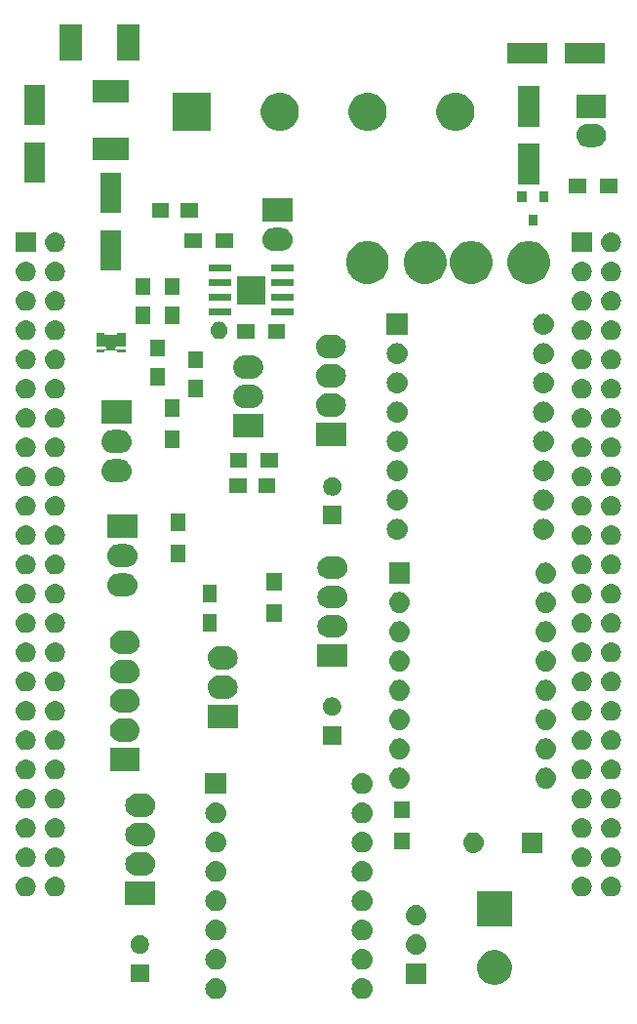
<source format=gbr>
G04 #@! TF.GenerationSoftware,KiCad,Pcbnew,5.0.1-33cea8e~68~ubuntu16.04.1*
G04 #@! TF.CreationDate,2019-04-24T21:21:49+02:00*
G04 #@! TF.ProjectId,BeagleBone-Black-Cape,426561676C65426F6E652D426C61636B,0.2*
G04 #@! TF.SameCoordinates,Original*
G04 #@! TF.FileFunction,Soldermask,Top*
G04 #@! TF.FilePolarity,Negative*
%FSLAX46Y46*%
G04 Gerber Fmt 4.6, Leading zero omitted, Abs format (unit mm)*
G04 Created by KiCad (PCBNEW 5.0.1-33cea8e~68~ubuntu16.04.1) date wo 24 apr 2019 21:21:49 CEST*
%MOMM*%
%LPD*%
G01*
G04 APERTURE LIST*
%ADD10C,0.100000*%
G04 APERTURE END LIST*
D10*
G36*
X145733672Y-126222242D02*
X145903321Y-126273705D01*
X146059673Y-126357276D01*
X146196715Y-126469745D01*
X146309184Y-126606787D01*
X146392755Y-126763139D01*
X146444218Y-126932788D01*
X146461594Y-127109220D01*
X146444218Y-127285652D01*
X146392755Y-127455301D01*
X146309184Y-127611653D01*
X146196715Y-127748695D01*
X146059673Y-127861164D01*
X145903321Y-127944735D01*
X145733672Y-127996198D01*
X145601451Y-128009220D01*
X145513029Y-128009220D01*
X145380808Y-127996198D01*
X145211159Y-127944735D01*
X145054807Y-127861164D01*
X144917765Y-127748695D01*
X144805296Y-127611653D01*
X144721725Y-127455301D01*
X144670262Y-127285652D01*
X144652886Y-127109220D01*
X144670262Y-126932788D01*
X144721725Y-126763139D01*
X144805296Y-126606787D01*
X144917765Y-126469745D01*
X145054807Y-126357276D01*
X145211159Y-126273705D01*
X145380808Y-126222242D01*
X145513029Y-126209220D01*
X145601451Y-126209220D01*
X145733672Y-126222242D01*
X145733672Y-126222242D01*
G37*
G36*
X133033672Y-126222242D02*
X133203321Y-126273705D01*
X133359673Y-126357276D01*
X133496715Y-126469745D01*
X133609184Y-126606787D01*
X133692755Y-126763139D01*
X133744218Y-126932788D01*
X133761594Y-127109220D01*
X133744218Y-127285652D01*
X133692755Y-127455301D01*
X133609184Y-127611653D01*
X133496715Y-127748695D01*
X133359673Y-127861164D01*
X133203321Y-127944735D01*
X133033672Y-127996198D01*
X132901451Y-128009220D01*
X132813029Y-128009220D01*
X132680808Y-127996198D01*
X132511159Y-127944735D01*
X132354807Y-127861164D01*
X132217765Y-127748695D01*
X132105296Y-127611653D01*
X132021725Y-127455301D01*
X131970262Y-127285652D01*
X131952886Y-127109220D01*
X131970262Y-126932788D01*
X132021725Y-126763139D01*
X132105296Y-126606787D01*
X132217765Y-126469745D01*
X132354807Y-126357276D01*
X132511159Y-126273705D01*
X132680808Y-126222242D01*
X132813029Y-126209220D01*
X132901451Y-126209220D01*
X133033672Y-126222242D01*
X133033672Y-126222242D01*
G37*
G36*
X157385137Y-123817276D02*
X157487534Y-123837644D01*
X157760517Y-123950717D01*
X157946519Y-124075000D01*
X158006197Y-124114876D01*
X158215124Y-124323803D01*
X158215126Y-124323806D01*
X158261219Y-124392788D01*
X158379284Y-124569485D01*
X158492356Y-124842467D01*
X158550000Y-125132261D01*
X158550000Y-125427739D01*
X158492356Y-125717533D01*
X158379284Y-125990515D01*
X158215124Y-126236197D01*
X158006197Y-126445124D01*
X158006194Y-126445126D01*
X157760517Y-126609283D01*
X157487534Y-126722356D01*
X157390935Y-126741571D01*
X157197739Y-126780000D01*
X156902261Y-126780000D01*
X156709065Y-126741571D01*
X156612466Y-126722356D01*
X156339483Y-126609283D01*
X156093806Y-126445126D01*
X156093803Y-126445124D01*
X155884876Y-126236197D01*
X155720716Y-125990515D01*
X155607644Y-125717533D01*
X155550000Y-125427739D01*
X155550000Y-125132261D01*
X155607644Y-124842467D01*
X155720716Y-124569485D01*
X155838782Y-124392788D01*
X155884874Y-124323806D01*
X155884876Y-124323803D01*
X156093803Y-124114876D01*
X156153481Y-124075000D01*
X156339483Y-123950717D01*
X156612466Y-123837644D01*
X156714863Y-123817276D01*
X156902261Y-123780000D01*
X157197739Y-123780000D01*
X157385137Y-123817276D01*
X157385137Y-123817276D01*
G37*
G36*
X151150000Y-126725000D02*
X149350000Y-126725000D01*
X149350000Y-124925000D01*
X151150000Y-124925000D01*
X151150000Y-126725000D01*
X151150000Y-126725000D01*
G37*
G36*
X127075000Y-126575000D02*
X125475000Y-126575000D01*
X125475000Y-124975000D01*
X127075000Y-124975000D01*
X127075000Y-126575000D01*
X127075000Y-126575000D01*
G37*
G36*
X133033672Y-123682242D02*
X133203321Y-123733705D01*
X133359673Y-123817276D01*
X133496715Y-123929745D01*
X133609184Y-124066787D01*
X133692755Y-124223139D01*
X133744218Y-124392788D01*
X133761594Y-124569220D01*
X133744218Y-124745652D01*
X133692755Y-124915301D01*
X133609184Y-125071653D01*
X133496715Y-125208695D01*
X133359673Y-125321164D01*
X133203321Y-125404735D01*
X133033672Y-125456198D01*
X132901451Y-125469220D01*
X132813029Y-125469220D01*
X132680808Y-125456198D01*
X132511159Y-125404735D01*
X132354807Y-125321164D01*
X132217765Y-125208695D01*
X132105296Y-125071653D01*
X132021725Y-124915301D01*
X131970262Y-124745652D01*
X131952886Y-124569220D01*
X131970262Y-124392788D01*
X132021725Y-124223139D01*
X132105296Y-124066787D01*
X132217765Y-123929745D01*
X132354807Y-123817276D01*
X132511159Y-123733705D01*
X132680808Y-123682242D01*
X132813029Y-123669220D01*
X132901451Y-123669220D01*
X133033672Y-123682242D01*
X133033672Y-123682242D01*
G37*
G36*
X145733672Y-123682242D02*
X145903321Y-123733705D01*
X146059673Y-123817276D01*
X146196715Y-123929745D01*
X146309184Y-124066787D01*
X146392755Y-124223139D01*
X146444218Y-124392788D01*
X146461594Y-124569220D01*
X146444218Y-124745652D01*
X146392755Y-124915301D01*
X146309184Y-125071653D01*
X146196715Y-125208695D01*
X146059673Y-125321164D01*
X145903321Y-125404735D01*
X145733672Y-125456198D01*
X145601451Y-125469220D01*
X145513029Y-125469220D01*
X145380808Y-125456198D01*
X145211159Y-125404735D01*
X145054807Y-125321164D01*
X144917765Y-125208695D01*
X144805296Y-125071653D01*
X144721725Y-124915301D01*
X144670262Y-124745652D01*
X144652886Y-124569220D01*
X144670262Y-124392788D01*
X144721725Y-124223139D01*
X144805296Y-124066787D01*
X144917765Y-123929745D01*
X145054807Y-123817276D01*
X145211159Y-123733705D01*
X145380808Y-123682242D01*
X145513029Y-123669220D01*
X145601451Y-123669220D01*
X145733672Y-123682242D01*
X145733672Y-123682242D01*
G37*
G36*
X150426432Y-122398022D02*
X150596081Y-122449485D01*
X150752433Y-122533056D01*
X150889475Y-122645525D01*
X151001944Y-122782567D01*
X151085515Y-122938919D01*
X151136978Y-123108568D01*
X151154354Y-123285000D01*
X151136978Y-123461432D01*
X151085515Y-123631081D01*
X151001944Y-123787433D01*
X150889475Y-123924475D01*
X150752433Y-124036944D01*
X150596081Y-124120515D01*
X150426432Y-124171978D01*
X150294211Y-124185000D01*
X150205789Y-124185000D01*
X150073568Y-124171978D01*
X149903919Y-124120515D01*
X149747567Y-124036944D01*
X149610525Y-123924475D01*
X149498056Y-123787433D01*
X149414485Y-123631081D01*
X149363022Y-123461432D01*
X149345646Y-123285000D01*
X149363022Y-123108568D01*
X149414485Y-122938919D01*
X149498056Y-122782567D01*
X149610525Y-122645525D01*
X149747567Y-122533056D01*
X149903919Y-122449485D01*
X150073568Y-122398022D01*
X150205789Y-122385000D01*
X150294211Y-122385000D01*
X150426432Y-122398022D01*
X150426432Y-122398022D01*
G37*
G36*
X126508352Y-122505743D02*
X126653941Y-122566048D01*
X126784973Y-122653601D01*
X126896399Y-122765027D01*
X126983952Y-122896059D01*
X127044257Y-123041648D01*
X127075000Y-123196205D01*
X127075000Y-123353795D01*
X127044257Y-123508352D01*
X126983952Y-123653941D01*
X126896399Y-123784973D01*
X126784973Y-123896399D01*
X126653941Y-123983952D01*
X126508352Y-124044257D01*
X126353795Y-124075000D01*
X126196205Y-124075000D01*
X126041648Y-124044257D01*
X125896059Y-123983952D01*
X125765027Y-123896399D01*
X125653601Y-123784973D01*
X125566048Y-123653941D01*
X125505743Y-123508352D01*
X125475000Y-123353795D01*
X125475000Y-123196205D01*
X125505743Y-123041648D01*
X125566048Y-122896059D01*
X125653601Y-122765027D01*
X125765027Y-122653601D01*
X125896059Y-122566048D01*
X126041648Y-122505743D01*
X126196205Y-122475000D01*
X126353795Y-122475000D01*
X126508352Y-122505743D01*
X126508352Y-122505743D01*
G37*
G36*
X133033672Y-121142242D02*
X133203321Y-121193705D01*
X133359673Y-121277276D01*
X133496715Y-121389745D01*
X133609184Y-121526787D01*
X133692755Y-121683139D01*
X133744218Y-121852788D01*
X133761594Y-122029220D01*
X133744218Y-122205652D01*
X133692755Y-122375301D01*
X133609184Y-122531653D01*
X133496715Y-122668695D01*
X133359673Y-122781164D01*
X133203321Y-122864735D01*
X133033672Y-122916198D01*
X132901451Y-122929220D01*
X132813029Y-122929220D01*
X132680808Y-122916198D01*
X132511159Y-122864735D01*
X132354807Y-122781164D01*
X132217765Y-122668695D01*
X132105296Y-122531653D01*
X132021725Y-122375301D01*
X131970262Y-122205652D01*
X131952886Y-122029220D01*
X131970262Y-121852788D01*
X132021725Y-121683139D01*
X132105296Y-121526787D01*
X132217765Y-121389745D01*
X132354807Y-121277276D01*
X132511159Y-121193705D01*
X132680808Y-121142242D01*
X132813029Y-121129220D01*
X132901451Y-121129220D01*
X133033672Y-121142242D01*
X133033672Y-121142242D01*
G37*
G36*
X145733672Y-121142242D02*
X145903321Y-121193705D01*
X146059673Y-121277276D01*
X146196715Y-121389745D01*
X146309184Y-121526787D01*
X146392755Y-121683139D01*
X146444218Y-121852788D01*
X146461594Y-122029220D01*
X146444218Y-122205652D01*
X146392755Y-122375301D01*
X146309184Y-122531653D01*
X146196715Y-122668695D01*
X146059673Y-122781164D01*
X145903321Y-122864735D01*
X145733672Y-122916198D01*
X145601451Y-122929220D01*
X145513029Y-122929220D01*
X145380808Y-122916198D01*
X145211159Y-122864735D01*
X145054807Y-122781164D01*
X144917765Y-122668695D01*
X144805296Y-122531653D01*
X144721725Y-122375301D01*
X144670262Y-122205652D01*
X144652886Y-122029220D01*
X144670262Y-121852788D01*
X144721725Y-121683139D01*
X144805296Y-121526787D01*
X144917765Y-121389745D01*
X145054807Y-121277276D01*
X145211159Y-121193705D01*
X145380808Y-121142242D01*
X145513029Y-121129220D01*
X145601451Y-121129220D01*
X145733672Y-121142242D01*
X145733672Y-121142242D01*
G37*
G36*
X158550000Y-121700000D02*
X155550000Y-121700000D01*
X155550000Y-118700000D01*
X158550000Y-118700000D01*
X158550000Y-121700000D01*
X158550000Y-121700000D01*
G37*
G36*
X150426432Y-119858022D02*
X150596081Y-119909485D01*
X150752433Y-119993056D01*
X150889475Y-120105525D01*
X151001944Y-120242567D01*
X151085515Y-120398919D01*
X151136978Y-120568568D01*
X151154354Y-120745000D01*
X151136978Y-120921432D01*
X151085515Y-121091081D01*
X151001944Y-121247433D01*
X150889475Y-121384475D01*
X150752433Y-121496944D01*
X150596081Y-121580515D01*
X150426432Y-121631978D01*
X150294211Y-121645000D01*
X150205789Y-121645000D01*
X150073568Y-121631978D01*
X149903919Y-121580515D01*
X149747567Y-121496944D01*
X149610525Y-121384475D01*
X149498056Y-121247433D01*
X149414485Y-121091081D01*
X149363022Y-120921432D01*
X149345646Y-120745000D01*
X149363022Y-120568568D01*
X149414485Y-120398919D01*
X149498056Y-120242567D01*
X149610525Y-120105525D01*
X149747567Y-119993056D01*
X149903919Y-119909485D01*
X150073568Y-119858022D01*
X150205789Y-119845000D01*
X150294211Y-119845000D01*
X150426432Y-119858022D01*
X150426432Y-119858022D01*
G37*
G36*
X145733672Y-118602242D02*
X145903321Y-118653705D01*
X146059673Y-118737276D01*
X146196715Y-118849745D01*
X146309184Y-118986787D01*
X146392755Y-119143139D01*
X146444218Y-119312788D01*
X146461594Y-119489220D01*
X146444218Y-119665652D01*
X146392755Y-119835301D01*
X146309184Y-119991653D01*
X146196715Y-120128695D01*
X146059673Y-120241164D01*
X145903321Y-120324735D01*
X145733672Y-120376198D01*
X145601451Y-120389220D01*
X145513029Y-120389220D01*
X145380808Y-120376198D01*
X145211159Y-120324735D01*
X145054807Y-120241164D01*
X144917765Y-120128695D01*
X144805296Y-119991653D01*
X144721725Y-119835301D01*
X144670262Y-119665652D01*
X144652886Y-119489220D01*
X144670262Y-119312788D01*
X144721725Y-119143139D01*
X144805296Y-118986787D01*
X144917765Y-118849745D01*
X145054807Y-118737276D01*
X145211159Y-118653705D01*
X145380808Y-118602242D01*
X145513029Y-118589220D01*
X145601451Y-118589220D01*
X145733672Y-118602242D01*
X145733672Y-118602242D01*
G37*
G36*
X133033672Y-118602242D02*
X133203321Y-118653705D01*
X133359673Y-118737276D01*
X133496715Y-118849745D01*
X133609184Y-118986787D01*
X133692755Y-119143139D01*
X133744218Y-119312788D01*
X133761594Y-119489220D01*
X133744218Y-119665652D01*
X133692755Y-119835301D01*
X133609184Y-119991653D01*
X133496715Y-120128695D01*
X133359673Y-120241164D01*
X133203321Y-120324735D01*
X133033672Y-120376198D01*
X132901451Y-120389220D01*
X132813029Y-120389220D01*
X132680808Y-120376198D01*
X132511159Y-120324735D01*
X132354807Y-120241164D01*
X132217765Y-120128695D01*
X132105296Y-119991653D01*
X132021725Y-119835301D01*
X131970262Y-119665652D01*
X131952886Y-119489220D01*
X131970262Y-119312788D01*
X132021725Y-119143139D01*
X132105296Y-118986787D01*
X132217765Y-118849745D01*
X132354807Y-118737276D01*
X132511159Y-118653705D01*
X132680808Y-118602242D01*
X132813029Y-118589220D01*
X132901451Y-118589220D01*
X133033672Y-118602242D01*
X133033672Y-118602242D01*
G37*
G36*
X127614200Y-119826280D02*
X125014200Y-119826280D01*
X125014200Y-117826280D01*
X127614200Y-117826280D01*
X127614200Y-119826280D01*
X127614200Y-119826280D01*
G37*
G36*
X167254812Y-117402965D02*
X167339395Y-117411296D01*
X167459827Y-117447829D01*
X167502188Y-117460679D01*
X167652212Y-117540868D01*
X167783712Y-117648788D01*
X167891632Y-117780288D01*
X167971821Y-117930312D01*
X167971822Y-117930316D01*
X168021204Y-118093105D01*
X168037878Y-118262400D01*
X168021204Y-118431695D01*
X167984671Y-118552127D01*
X167971821Y-118594488D01*
X167891632Y-118744512D01*
X167783712Y-118876012D01*
X167652212Y-118983932D01*
X167502188Y-119064121D01*
X167459827Y-119076971D01*
X167339395Y-119113504D01*
X167254812Y-119121835D01*
X167212521Y-119126000D01*
X167127679Y-119126000D01*
X167085388Y-119121835D01*
X167000805Y-119113504D01*
X166880373Y-119076971D01*
X166838012Y-119064121D01*
X166687988Y-118983932D01*
X166556488Y-118876012D01*
X166448568Y-118744512D01*
X166368379Y-118594488D01*
X166355529Y-118552127D01*
X166318996Y-118431695D01*
X166302322Y-118262400D01*
X166318996Y-118093105D01*
X166368378Y-117930316D01*
X166368379Y-117930312D01*
X166448568Y-117780288D01*
X166556488Y-117648788D01*
X166687988Y-117540868D01*
X166838012Y-117460679D01*
X166880373Y-117447829D01*
X167000805Y-117411296D01*
X167085388Y-117402965D01*
X167127679Y-117398800D01*
X167212521Y-117398800D01*
X167254812Y-117402965D01*
X167254812Y-117402965D01*
G37*
G36*
X164714812Y-117402965D02*
X164799395Y-117411296D01*
X164919827Y-117447829D01*
X164962188Y-117460679D01*
X165112212Y-117540868D01*
X165243712Y-117648788D01*
X165351632Y-117780288D01*
X165431821Y-117930312D01*
X165431822Y-117930316D01*
X165481204Y-118093105D01*
X165497878Y-118262400D01*
X165481204Y-118431695D01*
X165444671Y-118552127D01*
X165431821Y-118594488D01*
X165351632Y-118744512D01*
X165243712Y-118876012D01*
X165112212Y-118983932D01*
X164962188Y-119064121D01*
X164919827Y-119076971D01*
X164799395Y-119113504D01*
X164714812Y-119121835D01*
X164672521Y-119126000D01*
X164587679Y-119126000D01*
X164545388Y-119121835D01*
X164460805Y-119113504D01*
X164340373Y-119076971D01*
X164298012Y-119064121D01*
X164147988Y-118983932D01*
X164016488Y-118876012D01*
X163908568Y-118744512D01*
X163828379Y-118594488D01*
X163815529Y-118552127D01*
X163778996Y-118431695D01*
X163762322Y-118262400D01*
X163778996Y-118093105D01*
X163828378Y-117930316D01*
X163828379Y-117930312D01*
X163908568Y-117780288D01*
X164016488Y-117648788D01*
X164147988Y-117540868D01*
X164298012Y-117460679D01*
X164340373Y-117447829D01*
X164460805Y-117411296D01*
X164545388Y-117402965D01*
X164587679Y-117398800D01*
X164672521Y-117398800D01*
X164714812Y-117402965D01*
X164714812Y-117402965D01*
G37*
G36*
X116454812Y-117402965D02*
X116539395Y-117411296D01*
X116659827Y-117447829D01*
X116702188Y-117460679D01*
X116852212Y-117540868D01*
X116983712Y-117648788D01*
X117091632Y-117780288D01*
X117171821Y-117930312D01*
X117171822Y-117930316D01*
X117221204Y-118093105D01*
X117237878Y-118262400D01*
X117221204Y-118431695D01*
X117184671Y-118552127D01*
X117171821Y-118594488D01*
X117091632Y-118744512D01*
X116983712Y-118876012D01*
X116852212Y-118983932D01*
X116702188Y-119064121D01*
X116659827Y-119076971D01*
X116539395Y-119113504D01*
X116454812Y-119121835D01*
X116412521Y-119126000D01*
X116327679Y-119126000D01*
X116285388Y-119121835D01*
X116200805Y-119113504D01*
X116080373Y-119076971D01*
X116038012Y-119064121D01*
X115887988Y-118983932D01*
X115756488Y-118876012D01*
X115648568Y-118744512D01*
X115568379Y-118594488D01*
X115555529Y-118552127D01*
X115518996Y-118431695D01*
X115502322Y-118262400D01*
X115518996Y-118093105D01*
X115568378Y-117930316D01*
X115568379Y-117930312D01*
X115648568Y-117780288D01*
X115756488Y-117648788D01*
X115887988Y-117540868D01*
X116038012Y-117460679D01*
X116080373Y-117447829D01*
X116200805Y-117411296D01*
X116285388Y-117402965D01*
X116327679Y-117398800D01*
X116412521Y-117398800D01*
X116454812Y-117402965D01*
X116454812Y-117402965D01*
G37*
G36*
X118994812Y-117402965D02*
X119079395Y-117411296D01*
X119199827Y-117447829D01*
X119242188Y-117460679D01*
X119392212Y-117540868D01*
X119523712Y-117648788D01*
X119631632Y-117780288D01*
X119711821Y-117930312D01*
X119711822Y-117930316D01*
X119761204Y-118093105D01*
X119777878Y-118262400D01*
X119761204Y-118431695D01*
X119724671Y-118552127D01*
X119711821Y-118594488D01*
X119631632Y-118744512D01*
X119523712Y-118876012D01*
X119392212Y-118983932D01*
X119242188Y-119064121D01*
X119199827Y-119076971D01*
X119079395Y-119113504D01*
X118994812Y-119121835D01*
X118952521Y-119126000D01*
X118867679Y-119126000D01*
X118825388Y-119121835D01*
X118740805Y-119113504D01*
X118620373Y-119076971D01*
X118578012Y-119064121D01*
X118427988Y-118983932D01*
X118296488Y-118876012D01*
X118188568Y-118744512D01*
X118108379Y-118594488D01*
X118095529Y-118552127D01*
X118058996Y-118431695D01*
X118042322Y-118262400D01*
X118058996Y-118093105D01*
X118108378Y-117930316D01*
X118108379Y-117930312D01*
X118188568Y-117780288D01*
X118296488Y-117648788D01*
X118427988Y-117540868D01*
X118578012Y-117460679D01*
X118620373Y-117447829D01*
X118740805Y-117411296D01*
X118825388Y-117402965D01*
X118867679Y-117398800D01*
X118952521Y-117398800D01*
X118994812Y-117402965D01*
X118994812Y-117402965D01*
G37*
G36*
X145733672Y-116062242D02*
X145903321Y-116113705D01*
X146059673Y-116197276D01*
X146196715Y-116309745D01*
X146309184Y-116446787D01*
X146392755Y-116603139D01*
X146444218Y-116772788D01*
X146461594Y-116949220D01*
X146444218Y-117125652D01*
X146392755Y-117295301D01*
X146309184Y-117451653D01*
X146196715Y-117588695D01*
X146059673Y-117701164D01*
X145903321Y-117784735D01*
X145733672Y-117836198D01*
X145601451Y-117849220D01*
X145513029Y-117849220D01*
X145380808Y-117836198D01*
X145211159Y-117784735D01*
X145054807Y-117701164D01*
X144917765Y-117588695D01*
X144805296Y-117451653D01*
X144721725Y-117295301D01*
X144670262Y-117125652D01*
X144652886Y-116949220D01*
X144670262Y-116772788D01*
X144721725Y-116603139D01*
X144805296Y-116446787D01*
X144917765Y-116309745D01*
X145054807Y-116197276D01*
X145211159Y-116113705D01*
X145380808Y-116062242D01*
X145513029Y-116049220D01*
X145601451Y-116049220D01*
X145733672Y-116062242D01*
X145733672Y-116062242D01*
G37*
G36*
X133033672Y-116062242D02*
X133203321Y-116113705D01*
X133359673Y-116197276D01*
X133496715Y-116309745D01*
X133609184Y-116446787D01*
X133692755Y-116603139D01*
X133744218Y-116772788D01*
X133761594Y-116949220D01*
X133744218Y-117125652D01*
X133692755Y-117295301D01*
X133609184Y-117451653D01*
X133496715Y-117588695D01*
X133359673Y-117701164D01*
X133203321Y-117784735D01*
X133033672Y-117836198D01*
X132901451Y-117849220D01*
X132813029Y-117849220D01*
X132680808Y-117836198D01*
X132511159Y-117784735D01*
X132354807Y-117701164D01*
X132217765Y-117588695D01*
X132105296Y-117451653D01*
X132021725Y-117295301D01*
X131970262Y-117125652D01*
X131952886Y-116949220D01*
X131970262Y-116772788D01*
X132021725Y-116603139D01*
X132105296Y-116446787D01*
X132217765Y-116309745D01*
X132354807Y-116197276D01*
X132511159Y-116113705D01*
X132680808Y-116062242D01*
X132813029Y-116049220D01*
X132901451Y-116049220D01*
X133033672Y-116062242D01*
X133033672Y-116062242D01*
G37*
G36*
X126810230Y-115300749D02*
X126810233Y-115300750D01*
X126810234Y-115300750D01*
X126998735Y-115357931D01*
X126998737Y-115357932D01*
X127172460Y-115450789D01*
X127324728Y-115575752D01*
X127449691Y-115728020D01*
X127449692Y-115728022D01*
X127542549Y-115901745D01*
X127588883Y-116054488D01*
X127599731Y-116090250D01*
X127619038Y-116286280D01*
X127599731Y-116482310D01*
X127599730Y-116482313D01*
X127599730Y-116482314D01*
X127587048Y-116524122D01*
X127542548Y-116670817D01*
X127449691Y-116844540D01*
X127324728Y-116996808D01*
X127172460Y-117121771D01*
X127172458Y-117121772D01*
X126998735Y-117214629D01*
X126810234Y-117271810D01*
X126810233Y-117271810D01*
X126810230Y-117271811D01*
X126663324Y-117286280D01*
X125965076Y-117286280D01*
X125818170Y-117271811D01*
X125818167Y-117271810D01*
X125818166Y-117271810D01*
X125629665Y-117214629D01*
X125455942Y-117121772D01*
X125455940Y-117121771D01*
X125303672Y-116996808D01*
X125178709Y-116844540D01*
X125085852Y-116670817D01*
X125041353Y-116524122D01*
X125028670Y-116482314D01*
X125028670Y-116482313D01*
X125028669Y-116482310D01*
X125009362Y-116286280D01*
X125028669Y-116090250D01*
X125039517Y-116054488D01*
X125085851Y-115901745D01*
X125178708Y-115728022D01*
X125178709Y-115728020D01*
X125303672Y-115575752D01*
X125455940Y-115450789D01*
X125629663Y-115357932D01*
X125629665Y-115357931D01*
X125818166Y-115300750D01*
X125818167Y-115300750D01*
X125818170Y-115300749D01*
X125965076Y-115286280D01*
X126663324Y-115286280D01*
X126810230Y-115300749D01*
X126810230Y-115300749D01*
G37*
G36*
X118994812Y-114862965D02*
X119079395Y-114871296D01*
X119199827Y-114907829D01*
X119242188Y-114920679D01*
X119392212Y-115000868D01*
X119523712Y-115108788D01*
X119631632Y-115240288D01*
X119711821Y-115390312D01*
X119711822Y-115390316D01*
X119761204Y-115553105D01*
X119777878Y-115722400D01*
X119761204Y-115891695D01*
X119758155Y-115901745D01*
X119711821Y-116054488D01*
X119631632Y-116204512D01*
X119523712Y-116336012D01*
X119392212Y-116443932D01*
X119242188Y-116524121D01*
X119199827Y-116536971D01*
X119079395Y-116573504D01*
X118994812Y-116581835D01*
X118952521Y-116586000D01*
X118867679Y-116586000D01*
X118825388Y-116581835D01*
X118740805Y-116573504D01*
X118620373Y-116536971D01*
X118578012Y-116524121D01*
X118427988Y-116443932D01*
X118296488Y-116336012D01*
X118188568Y-116204512D01*
X118108379Y-116054488D01*
X118062045Y-115901745D01*
X118058996Y-115891695D01*
X118042322Y-115722400D01*
X118058996Y-115553105D01*
X118108378Y-115390316D01*
X118108379Y-115390312D01*
X118188568Y-115240288D01*
X118296488Y-115108788D01*
X118427988Y-115000868D01*
X118578012Y-114920679D01*
X118620373Y-114907829D01*
X118740805Y-114871296D01*
X118825388Y-114862965D01*
X118867679Y-114858800D01*
X118952521Y-114858800D01*
X118994812Y-114862965D01*
X118994812Y-114862965D01*
G37*
G36*
X116454812Y-114862965D02*
X116539395Y-114871296D01*
X116659827Y-114907829D01*
X116702188Y-114920679D01*
X116852212Y-115000868D01*
X116983712Y-115108788D01*
X117091632Y-115240288D01*
X117171821Y-115390312D01*
X117171822Y-115390316D01*
X117221204Y-115553105D01*
X117237878Y-115722400D01*
X117221204Y-115891695D01*
X117218155Y-115901745D01*
X117171821Y-116054488D01*
X117091632Y-116204512D01*
X116983712Y-116336012D01*
X116852212Y-116443932D01*
X116702188Y-116524121D01*
X116659827Y-116536971D01*
X116539395Y-116573504D01*
X116454812Y-116581835D01*
X116412521Y-116586000D01*
X116327679Y-116586000D01*
X116285388Y-116581835D01*
X116200805Y-116573504D01*
X116080373Y-116536971D01*
X116038012Y-116524121D01*
X115887988Y-116443932D01*
X115756488Y-116336012D01*
X115648568Y-116204512D01*
X115568379Y-116054488D01*
X115522045Y-115901745D01*
X115518996Y-115891695D01*
X115502322Y-115722400D01*
X115518996Y-115553105D01*
X115568378Y-115390316D01*
X115568379Y-115390312D01*
X115648568Y-115240288D01*
X115756488Y-115108788D01*
X115887988Y-115000868D01*
X116038012Y-114920679D01*
X116080373Y-114907829D01*
X116200805Y-114871296D01*
X116285388Y-114862965D01*
X116327679Y-114858800D01*
X116412521Y-114858800D01*
X116454812Y-114862965D01*
X116454812Y-114862965D01*
G37*
G36*
X167254812Y-114862965D02*
X167339395Y-114871296D01*
X167459827Y-114907829D01*
X167502188Y-114920679D01*
X167652212Y-115000868D01*
X167783712Y-115108788D01*
X167891632Y-115240288D01*
X167971821Y-115390312D01*
X167971822Y-115390316D01*
X168021204Y-115553105D01*
X168037878Y-115722400D01*
X168021204Y-115891695D01*
X168018155Y-115901745D01*
X167971821Y-116054488D01*
X167891632Y-116204512D01*
X167783712Y-116336012D01*
X167652212Y-116443932D01*
X167502188Y-116524121D01*
X167459827Y-116536971D01*
X167339395Y-116573504D01*
X167254812Y-116581835D01*
X167212521Y-116586000D01*
X167127679Y-116586000D01*
X167085388Y-116581835D01*
X167000805Y-116573504D01*
X166880373Y-116536971D01*
X166838012Y-116524121D01*
X166687988Y-116443932D01*
X166556488Y-116336012D01*
X166448568Y-116204512D01*
X166368379Y-116054488D01*
X166322045Y-115901745D01*
X166318996Y-115891695D01*
X166302322Y-115722400D01*
X166318996Y-115553105D01*
X166368378Y-115390316D01*
X166368379Y-115390312D01*
X166448568Y-115240288D01*
X166556488Y-115108788D01*
X166687988Y-115000868D01*
X166838012Y-114920679D01*
X166880373Y-114907829D01*
X167000805Y-114871296D01*
X167085388Y-114862965D01*
X167127679Y-114858800D01*
X167212521Y-114858800D01*
X167254812Y-114862965D01*
X167254812Y-114862965D01*
G37*
G36*
X164714812Y-114862965D02*
X164799395Y-114871296D01*
X164919827Y-114907829D01*
X164962188Y-114920679D01*
X165112212Y-115000868D01*
X165243712Y-115108788D01*
X165351632Y-115240288D01*
X165431821Y-115390312D01*
X165431822Y-115390316D01*
X165481204Y-115553105D01*
X165497878Y-115722400D01*
X165481204Y-115891695D01*
X165478155Y-115901745D01*
X165431821Y-116054488D01*
X165351632Y-116204512D01*
X165243712Y-116336012D01*
X165112212Y-116443932D01*
X164962188Y-116524121D01*
X164919827Y-116536971D01*
X164799395Y-116573504D01*
X164714812Y-116581835D01*
X164672521Y-116586000D01*
X164587679Y-116586000D01*
X164545388Y-116581835D01*
X164460805Y-116573504D01*
X164340373Y-116536971D01*
X164298012Y-116524121D01*
X164147988Y-116443932D01*
X164016488Y-116336012D01*
X163908568Y-116204512D01*
X163828379Y-116054488D01*
X163782045Y-115901745D01*
X163778996Y-115891695D01*
X163762322Y-115722400D01*
X163778996Y-115553105D01*
X163828378Y-115390316D01*
X163828379Y-115390312D01*
X163908568Y-115240288D01*
X164016488Y-115108788D01*
X164147988Y-115000868D01*
X164298012Y-114920679D01*
X164340373Y-114907829D01*
X164460805Y-114871296D01*
X164545388Y-114862965D01*
X164587679Y-114858800D01*
X164672521Y-114858800D01*
X164714812Y-114862965D01*
X164714812Y-114862965D01*
G37*
G36*
X161212100Y-115352400D02*
X159412100Y-115352400D01*
X159412100Y-113552400D01*
X161212100Y-113552400D01*
X161212100Y-115352400D01*
X161212100Y-115352400D01*
G37*
G36*
X155408532Y-113565422D02*
X155578181Y-113616885D01*
X155734533Y-113700456D01*
X155871575Y-113812925D01*
X155984044Y-113949967D01*
X156067615Y-114106319D01*
X156119078Y-114275968D01*
X156136454Y-114452400D01*
X156119078Y-114628832D01*
X156067615Y-114798481D01*
X155984044Y-114954833D01*
X155871575Y-115091875D01*
X155734533Y-115204344D01*
X155578181Y-115287915D01*
X155408532Y-115339378D01*
X155276311Y-115352400D01*
X155187889Y-115352400D01*
X155055668Y-115339378D01*
X154886019Y-115287915D01*
X154729667Y-115204344D01*
X154592625Y-115091875D01*
X154480156Y-114954833D01*
X154396585Y-114798481D01*
X154345122Y-114628832D01*
X154327746Y-114452400D01*
X154345122Y-114275968D01*
X154396585Y-114106319D01*
X154480156Y-113949967D01*
X154592625Y-113812925D01*
X154729667Y-113700456D01*
X154886019Y-113616885D01*
X155055668Y-113565422D01*
X155187889Y-113552400D01*
X155276311Y-113552400D01*
X155408532Y-113565422D01*
X155408532Y-113565422D01*
G37*
G36*
X133033672Y-113522242D02*
X133203321Y-113573705D01*
X133359673Y-113657276D01*
X133496715Y-113769745D01*
X133609184Y-113906787D01*
X133692755Y-114063139D01*
X133744218Y-114232788D01*
X133761594Y-114409220D01*
X133744218Y-114585652D01*
X133692755Y-114755301D01*
X133609184Y-114911653D01*
X133496715Y-115048695D01*
X133359673Y-115161164D01*
X133203321Y-115244735D01*
X133033672Y-115296198D01*
X132901451Y-115309220D01*
X132813029Y-115309220D01*
X132680808Y-115296198D01*
X132511159Y-115244735D01*
X132354807Y-115161164D01*
X132217765Y-115048695D01*
X132105296Y-114911653D01*
X132021725Y-114755301D01*
X131970262Y-114585652D01*
X131952886Y-114409220D01*
X131970262Y-114232788D01*
X132021725Y-114063139D01*
X132105296Y-113906787D01*
X132217765Y-113769745D01*
X132354807Y-113657276D01*
X132511159Y-113573705D01*
X132680808Y-113522242D01*
X132813029Y-113509220D01*
X132901451Y-113509220D01*
X133033672Y-113522242D01*
X133033672Y-113522242D01*
G37*
G36*
X145733672Y-113522242D02*
X145903321Y-113573705D01*
X146059673Y-113657276D01*
X146196715Y-113769745D01*
X146309184Y-113906787D01*
X146392755Y-114063139D01*
X146444218Y-114232788D01*
X146461594Y-114409220D01*
X146444218Y-114585652D01*
X146392755Y-114755301D01*
X146309184Y-114911653D01*
X146196715Y-115048695D01*
X146059673Y-115161164D01*
X145903321Y-115244735D01*
X145733672Y-115296198D01*
X145601451Y-115309220D01*
X145513029Y-115309220D01*
X145380808Y-115296198D01*
X145211159Y-115244735D01*
X145054807Y-115161164D01*
X144917765Y-115048695D01*
X144805296Y-114911653D01*
X144721725Y-114755301D01*
X144670262Y-114585652D01*
X144652886Y-114409220D01*
X144670262Y-114232788D01*
X144721725Y-114063139D01*
X144805296Y-113906787D01*
X144917765Y-113769745D01*
X145054807Y-113657276D01*
X145211159Y-113573705D01*
X145380808Y-113522242D01*
X145513029Y-113509220D01*
X145601451Y-113509220D01*
X145733672Y-113522242D01*
X145733672Y-113522242D01*
G37*
G36*
X149675000Y-115050000D02*
X148375000Y-115050000D01*
X148375000Y-113550000D01*
X149675000Y-113550000D01*
X149675000Y-115050000D01*
X149675000Y-115050000D01*
G37*
G36*
X126810230Y-112760749D02*
X126810233Y-112760750D01*
X126810234Y-112760750D01*
X126998735Y-112817931D01*
X126998737Y-112817932D01*
X127172460Y-112910789D01*
X127324728Y-113035752D01*
X127449691Y-113188020D01*
X127449692Y-113188022D01*
X127542549Y-113361745D01*
X127588883Y-113514488D01*
X127599731Y-113550250D01*
X127619038Y-113746280D01*
X127599731Y-113942310D01*
X127599730Y-113942313D01*
X127599730Y-113942314D01*
X127549980Y-114106319D01*
X127542548Y-114130817D01*
X127449691Y-114304540D01*
X127324728Y-114456808D01*
X127172460Y-114581771D01*
X127172458Y-114581772D01*
X126998735Y-114674629D01*
X126810234Y-114731810D01*
X126810233Y-114731810D01*
X126810230Y-114731811D01*
X126663324Y-114746280D01*
X125965076Y-114746280D01*
X125818170Y-114731811D01*
X125818167Y-114731810D01*
X125818166Y-114731810D01*
X125629665Y-114674629D01*
X125455942Y-114581772D01*
X125455940Y-114581771D01*
X125303672Y-114456808D01*
X125178709Y-114304540D01*
X125085852Y-114130817D01*
X125078421Y-114106319D01*
X125028670Y-113942314D01*
X125028670Y-113942313D01*
X125028669Y-113942310D01*
X125009362Y-113746280D01*
X125028669Y-113550250D01*
X125039517Y-113514488D01*
X125085851Y-113361745D01*
X125178708Y-113188022D01*
X125178709Y-113188020D01*
X125303672Y-113035752D01*
X125455940Y-112910789D01*
X125629663Y-112817932D01*
X125629665Y-112817931D01*
X125818166Y-112760750D01*
X125818167Y-112760750D01*
X125818170Y-112760749D01*
X125965076Y-112746280D01*
X126663324Y-112746280D01*
X126810230Y-112760749D01*
X126810230Y-112760749D01*
G37*
G36*
X116454812Y-112322965D02*
X116539395Y-112331296D01*
X116659827Y-112367829D01*
X116702188Y-112380679D01*
X116852212Y-112460868D01*
X116983712Y-112568788D01*
X117091632Y-112700288D01*
X117171821Y-112850312D01*
X117171822Y-112850316D01*
X117221204Y-113013105D01*
X117237878Y-113182400D01*
X117221204Y-113351695D01*
X117218155Y-113361745D01*
X117171821Y-113514488D01*
X117091632Y-113664512D01*
X116983712Y-113796012D01*
X116852212Y-113903932D01*
X116702188Y-113984121D01*
X116659827Y-113996971D01*
X116539395Y-114033504D01*
X116454812Y-114041835D01*
X116412521Y-114046000D01*
X116327679Y-114046000D01*
X116285388Y-114041835D01*
X116200805Y-114033504D01*
X116080373Y-113996971D01*
X116038012Y-113984121D01*
X115887988Y-113903932D01*
X115756488Y-113796012D01*
X115648568Y-113664512D01*
X115568379Y-113514488D01*
X115522045Y-113361745D01*
X115518996Y-113351695D01*
X115502322Y-113182400D01*
X115518996Y-113013105D01*
X115568378Y-112850316D01*
X115568379Y-112850312D01*
X115648568Y-112700288D01*
X115756488Y-112568788D01*
X115887988Y-112460868D01*
X116038012Y-112380679D01*
X116080373Y-112367829D01*
X116200805Y-112331296D01*
X116285388Y-112322965D01*
X116327679Y-112318800D01*
X116412521Y-112318800D01*
X116454812Y-112322965D01*
X116454812Y-112322965D01*
G37*
G36*
X164714812Y-112322965D02*
X164799395Y-112331296D01*
X164919827Y-112367829D01*
X164962188Y-112380679D01*
X165112212Y-112460868D01*
X165243712Y-112568788D01*
X165351632Y-112700288D01*
X165431821Y-112850312D01*
X165431822Y-112850316D01*
X165481204Y-113013105D01*
X165497878Y-113182400D01*
X165481204Y-113351695D01*
X165478155Y-113361745D01*
X165431821Y-113514488D01*
X165351632Y-113664512D01*
X165243712Y-113796012D01*
X165112212Y-113903932D01*
X164962188Y-113984121D01*
X164919827Y-113996971D01*
X164799395Y-114033504D01*
X164714812Y-114041835D01*
X164672521Y-114046000D01*
X164587679Y-114046000D01*
X164545388Y-114041835D01*
X164460805Y-114033504D01*
X164340373Y-113996971D01*
X164298012Y-113984121D01*
X164147988Y-113903932D01*
X164016488Y-113796012D01*
X163908568Y-113664512D01*
X163828379Y-113514488D01*
X163782045Y-113361745D01*
X163778996Y-113351695D01*
X163762322Y-113182400D01*
X163778996Y-113013105D01*
X163828378Y-112850316D01*
X163828379Y-112850312D01*
X163908568Y-112700288D01*
X164016488Y-112568788D01*
X164147988Y-112460868D01*
X164298012Y-112380679D01*
X164340373Y-112367829D01*
X164460805Y-112331296D01*
X164545388Y-112322965D01*
X164587679Y-112318800D01*
X164672521Y-112318800D01*
X164714812Y-112322965D01*
X164714812Y-112322965D01*
G37*
G36*
X167254812Y-112322965D02*
X167339395Y-112331296D01*
X167459827Y-112367829D01*
X167502188Y-112380679D01*
X167652212Y-112460868D01*
X167783712Y-112568788D01*
X167891632Y-112700288D01*
X167971821Y-112850312D01*
X167971822Y-112850316D01*
X168021204Y-113013105D01*
X168037878Y-113182400D01*
X168021204Y-113351695D01*
X168018155Y-113361745D01*
X167971821Y-113514488D01*
X167891632Y-113664512D01*
X167783712Y-113796012D01*
X167652212Y-113903932D01*
X167502188Y-113984121D01*
X167459827Y-113996971D01*
X167339395Y-114033504D01*
X167254812Y-114041835D01*
X167212521Y-114046000D01*
X167127679Y-114046000D01*
X167085388Y-114041835D01*
X167000805Y-114033504D01*
X166880373Y-113996971D01*
X166838012Y-113984121D01*
X166687988Y-113903932D01*
X166556488Y-113796012D01*
X166448568Y-113664512D01*
X166368379Y-113514488D01*
X166322045Y-113361745D01*
X166318996Y-113351695D01*
X166302322Y-113182400D01*
X166318996Y-113013105D01*
X166368378Y-112850316D01*
X166368379Y-112850312D01*
X166448568Y-112700288D01*
X166556488Y-112568788D01*
X166687988Y-112460868D01*
X166838012Y-112380679D01*
X166880373Y-112367829D01*
X167000805Y-112331296D01*
X167085388Y-112322965D01*
X167127679Y-112318800D01*
X167212521Y-112318800D01*
X167254812Y-112322965D01*
X167254812Y-112322965D01*
G37*
G36*
X118994812Y-112322965D02*
X119079395Y-112331296D01*
X119199827Y-112367829D01*
X119242188Y-112380679D01*
X119392212Y-112460868D01*
X119523712Y-112568788D01*
X119631632Y-112700288D01*
X119711821Y-112850312D01*
X119711822Y-112850316D01*
X119761204Y-113013105D01*
X119777878Y-113182400D01*
X119761204Y-113351695D01*
X119758155Y-113361745D01*
X119711821Y-113514488D01*
X119631632Y-113664512D01*
X119523712Y-113796012D01*
X119392212Y-113903932D01*
X119242188Y-113984121D01*
X119199827Y-113996971D01*
X119079395Y-114033504D01*
X118994812Y-114041835D01*
X118952521Y-114046000D01*
X118867679Y-114046000D01*
X118825388Y-114041835D01*
X118740805Y-114033504D01*
X118620373Y-113996971D01*
X118578012Y-113984121D01*
X118427988Y-113903932D01*
X118296488Y-113796012D01*
X118188568Y-113664512D01*
X118108379Y-113514488D01*
X118062045Y-113361745D01*
X118058996Y-113351695D01*
X118042322Y-113182400D01*
X118058996Y-113013105D01*
X118108378Y-112850316D01*
X118108379Y-112850312D01*
X118188568Y-112700288D01*
X118296488Y-112568788D01*
X118427988Y-112460868D01*
X118578012Y-112380679D01*
X118620373Y-112367829D01*
X118740805Y-112331296D01*
X118825388Y-112322965D01*
X118867679Y-112318800D01*
X118952521Y-112318800D01*
X118994812Y-112322965D01*
X118994812Y-112322965D01*
G37*
G36*
X145733672Y-110982242D02*
X145903321Y-111033705D01*
X146059673Y-111117276D01*
X146196715Y-111229745D01*
X146309184Y-111366787D01*
X146392755Y-111523139D01*
X146444218Y-111692788D01*
X146461594Y-111869220D01*
X146444218Y-112045652D01*
X146392755Y-112215301D01*
X146309184Y-112371653D01*
X146196715Y-112508695D01*
X146059673Y-112621164D01*
X145903321Y-112704735D01*
X145733672Y-112756198D01*
X145601451Y-112769220D01*
X145513029Y-112769220D01*
X145380808Y-112756198D01*
X145211159Y-112704735D01*
X145054807Y-112621164D01*
X144917765Y-112508695D01*
X144805296Y-112371653D01*
X144721725Y-112215301D01*
X144670262Y-112045652D01*
X144652886Y-111869220D01*
X144670262Y-111692788D01*
X144721725Y-111523139D01*
X144805296Y-111366787D01*
X144917765Y-111229745D01*
X145054807Y-111117276D01*
X145211159Y-111033705D01*
X145380808Y-110982242D01*
X145513029Y-110969220D01*
X145601451Y-110969220D01*
X145733672Y-110982242D01*
X145733672Y-110982242D01*
G37*
G36*
X133033672Y-110982242D02*
X133203321Y-111033705D01*
X133359673Y-111117276D01*
X133496715Y-111229745D01*
X133609184Y-111366787D01*
X133692755Y-111523139D01*
X133744218Y-111692788D01*
X133761594Y-111869220D01*
X133744218Y-112045652D01*
X133692755Y-112215301D01*
X133609184Y-112371653D01*
X133496715Y-112508695D01*
X133359673Y-112621164D01*
X133203321Y-112704735D01*
X133033672Y-112756198D01*
X132901451Y-112769220D01*
X132813029Y-112769220D01*
X132680808Y-112756198D01*
X132511159Y-112704735D01*
X132354807Y-112621164D01*
X132217765Y-112508695D01*
X132105296Y-112371653D01*
X132021725Y-112215301D01*
X131970262Y-112045652D01*
X131952886Y-111869220D01*
X131970262Y-111692788D01*
X132021725Y-111523139D01*
X132105296Y-111366787D01*
X132217765Y-111229745D01*
X132354807Y-111117276D01*
X132511159Y-111033705D01*
X132680808Y-110982242D01*
X132813029Y-110969220D01*
X132901451Y-110969220D01*
X133033672Y-110982242D01*
X133033672Y-110982242D01*
G37*
G36*
X149675000Y-112350000D02*
X148375000Y-112350000D01*
X148375000Y-110850000D01*
X149675000Y-110850000D01*
X149675000Y-112350000D01*
X149675000Y-112350000D01*
G37*
G36*
X126810230Y-110220749D02*
X126810233Y-110220750D01*
X126810234Y-110220750D01*
X126998735Y-110277931D01*
X126998737Y-110277932D01*
X127172460Y-110370789D01*
X127324728Y-110495752D01*
X127449691Y-110648020D01*
X127449692Y-110648022D01*
X127542549Y-110821745D01*
X127588883Y-110974488D01*
X127599731Y-111010250D01*
X127619038Y-111206280D01*
X127599731Y-111402310D01*
X127599730Y-111402313D01*
X127599730Y-111402314D01*
X127587048Y-111444122D01*
X127542548Y-111590817D01*
X127449691Y-111764540D01*
X127324728Y-111916808D01*
X127172460Y-112041771D01*
X127172458Y-112041772D01*
X126998735Y-112134629D01*
X126810234Y-112191810D01*
X126810233Y-112191810D01*
X126810230Y-112191811D01*
X126663324Y-112206280D01*
X125965076Y-112206280D01*
X125818170Y-112191811D01*
X125818167Y-112191810D01*
X125818166Y-112191810D01*
X125629665Y-112134629D01*
X125455942Y-112041772D01*
X125455940Y-112041771D01*
X125303672Y-111916808D01*
X125178709Y-111764540D01*
X125085852Y-111590817D01*
X125041353Y-111444122D01*
X125028670Y-111402314D01*
X125028670Y-111402313D01*
X125028669Y-111402310D01*
X125009362Y-111206280D01*
X125028669Y-111010250D01*
X125039517Y-110974488D01*
X125085851Y-110821745D01*
X125178708Y-110648022D01*
X125178709Y-110648020D01*
X125303672Y-110495752D01*
X125455940Y-110370789D01*
X125629663Y-110277932D01*
X125629665Y-110277931D01*
X125818166Y-110220750D01*
X125818167Y-110220750D01*
X125818170Y-110220749D01*
X125965076Y-110206280D01*
X126663324Y-110206280D01*
X126810230Y-110220749D01*
X126810230Y-110220749D01*
G37*
G36*
X118994812Y-109782965D02*
X119079395Y-109791296D01*
X119199827Y-109827829D01*
X119242188Y-109840679D01*
X119392212Y-109920868D01*
X119523712Y-110028788D01*
X119631632Y-110160288D01*
X119711821Y-110310312D01*
X119711822Y-110310316D01*
X119761204Y-110473105D01*
X119777878Y-110642400D01*
X119761204Y-110811695D01*
X119758155Y-110821745D01*
X119711821Y-110974488D01*
X119631632Y-111124512D01*
X119523712Y-111256012D01*
X119392212Y-111363932D01*
X119242188Y-111444121D01*
X119199827Y-111456971D01*
X119079395Y-111493504D01*
X118994812Y-111501835D01*
X118952521Y-111506000D01*
X118867679Y-111506000D01*
X118825388Y-111501835D01*
X118740805Y-111493504D01*
X118620373Y-111456971D01*
X118578012Y-111444121D01*
X118427988Y-111363932D01*
X118296488Y-111256012D01*
X118188568Y-111124512D01*
X118108379Y-110974488D01*
X118062045Y-110821745D01*
X118058996Y-110811695D01*
X118042322Y-110642400D01*
X118058996Y-110473105D01*
X118108378Y-110310316D01*
X118108379Y-110310312D01*
X118188568Y-110160288D01*
X118296488Y-110028788D01*
X118427988Y-109920868D01*
X118578012Y-109840679D01*
X118620373Y-109827829D01*
X118740805Y-109791296D01*
X118825388Y-109782965D01*
X118867679Y-109778800D01*
X118952521Y-109778800D01*
X118994812Y-109782965D01*
X118994812Y-109782965D01*
G37*
G36*
X164714812Y-109782965D02*
X164799395Y-109791296D01*
X164919827Y-109827829D01*
X164962188Y-109840679D01*
X165112212Y-109920868D01*
X165243712Y-110028788D01*
X165351632Y-110160288D01*
X165431821Y-110310312D01*
X165431822Y-110310316D01*
X165481204Y-110473105D01*
X165497878Y-110642400D01*
X165481204Y-110811695D01*
X165478155Y-110821745D01*
X165431821Y-110974488D01*
X165351632Y-111124512D01*
X165243712Y-111256012D01*
X165112212Y-111363932D01*
X164962188Y-111444121D01*
X164919827Y-111456971D01*
X164799395Y-111493504D01*
X164714812Y-111501835D01*
X164672521Y-111506000D01*
X164587679Y-111506000D01*
X164545388Y-111501835D01*
X164460805Y-111493504D01*
X164340373Y-111456971D01*
X164298012Y-111444121D01*
X164147988Y-111363932D01*
X164016488Y-111256012D01*
X163908568Y-111124512D01*
X163828379Y-110974488D01*
X163782045Y-110821745D01*
X163778996Y-110811695D01*
X163762322Y-110642400D01*
X163778996Y-110473105D01*
X163828378Y-110310316D01*
X163828379Y-110310312D01*
X163908568Y-110160288D01*
X164016488Y-110028788D01*
X164147988Y-109920868D01*
X164298012Y-109840679D01*
X164340373Y-109827829D01*
X164460805Y-109791296D01*
X164545388Y-109782965D01*
X164587679Y-109778800D01*
X164672521Y-109778800D01*
X164714812Y-109782965D01*
X164714812Y-109782965D01*
G37*
G36*
X167254812Y-109782965D02*
X167339395Y-109791296D01*
X167459827Y-109827829D01*
X167502188Y-109840679D01*
X167652212Y-109920868D01*
X167783712Y-110028788D01*
X167891632Y-110160288D01*
X167971821Y-110310312D01*
X167971822Y-110310316D01*
X168021204Y-110473105D01*
X168037878Y-110642400D01*
X168021204Y-110811695D01*
X168018155Y-110821745D01*
X167971821Y-110974488D01*
X167891632Y-111124512D01*
X167783712Y-111256012D01*
X167652212Y-111363932D01*
X167502188Y-111444121D01*
X167459827Y-111456971D01*
X167339395Y-111493504D01*
X167254812Y-111501835D01*
X167212521Y-111506000D01*
X167127679Y-111506000D01*
X167085388Y-111501835D01*
X167000805Y-111493504D01*
X166880373Y-111456971D01*
X166838012Y-111444121D01*
X166687988Y-111363932D01*
X166556488Y-111256012D01*
X166448568Y-111124512D01*
X166368379Y-110974488D01*
X166322045Y-110821745D01*
X166318996Y-110811695D01*
X166302322Y-110642400D01*
X166318996Y-110473105D01*
X166368378Y-110310316D01*
X166368379Y-110310312D01*
X166448568Y-110160288D01*
X166556488Y-110028788D01*
X166687988Y-109920868D01*
X166838012Y-109840679D01*
X166880373Y-109827829D01*
X167000805Y-109791296D01*
X167085388Y-109782965D01*
X167127679Y-109778800D01*
X167212521Y-109778800D01*
X167254812Y-109782965D01*
X167254812Y-109782965D01*
G37*
G36*
X116454812Y-109782965D02*
X116539395Y-109791296D01*
X116659827Y-109827829D01*
X116702188Y-109840679D01*
X116852212Y-109920868D01*
X116983712Y-110028788D01*
X117091632Y-110160288D01*
X117171821Y-110310312D01*
X117171822Y-110310316D01*
X117221204Y-110473105D01*
X117237878Y-110642400D01*
X117221204Y-110811695D01*
X117218155Y-110821745D01*
X117171821Y-110974488D01*
X117091632Y-111124512D01*
X116983712Y-111256012D01*
X116852212Y-111363932D01*
X116702188Y-111444121D01*
X116659827Y-111456971D01*
X116539395Y-111493504D01*
X116454812Y-111501835D01*
X116412521Y-111506000D01*
X116327679Y-111506000D01*
X116285388Y-111501835D01*
X116200805Y-111493504D01*
X116080373Y-111456971D01*
X116038012Y-111444121D01*
X115887988Y-111363932D01*
X115756488Y-111256012D01*
X115648568Y-111124512D01*
X115568379Y-110974488D01*
X115522045Y-110821745D01*
X115518996Y-110811695D01*
X115502322Y-110642400D01*
X115518996Y-110473105D01*
X115568378Y-110310316D01*
X115568379Y-110310312D01*
X115648568Y-110160288D01*
X115756488Y-110028788D01*
X115887988Y-109920868D01*
X116038012Y-109840679D01*
X116080373Y-109827829D01*
X116200805Y-109791296D01*
X116285388Y-109782965D01*
X116327679Y-109778800D01*
X116412521Y-109778800D01*
X116454812Y-109782965D01*
X116454812Y-109782965D01*
G37*
G36*
X133757240Y-110229220D02*
X131957240Y-110229220D01*
X131957240Y-108429220D01*
X133757240Y-108429220D01*
X133757240Y-110229220D01*
X133757240Y-110229220D01*
G37*
G36*
X145733672Y-108442242D02*
X145903321Y-108493705D01*
X146059673Y-108577276D01*
X146196715Y-108689745D01*
X146309184Y-108826787D01*
X146392755Y-108983139D01*
X146444218Y-109152788D01*
X146461594Y-109329220D01*
X146444218Y-109505652D01*
X146392755Y-109675301D01*
X146309184Y-109831653D01*
X146196715Y-109968695D01*
X146059673Y-110081164D01*
X145903321Y-110164735D01*
X145733672Y-110216198D01*
X145601451Y-110229220D01*
X145513029Y-110229220D01*
X145380808Y-110216198D01*
X145211159Y-110164735D01*
X145054807Y-110081164D01*
X144917765Y-109968695D01*
X144805296Y-109831653D01*
X144721725Y-109675301D01*
X144670262Y-109505652D01*
X144652886Y-109329220D01*
X144670262Y-109152788D01*
X144721725Y-108983139D01*
X144805296Y-108826787D01*
X144917765Y-108689745D01*
X145054807Y-108577276D01*
X145211159Y-108493705D01*
X145380808Y-108442242D01*
X145513029Y-108429220D01*
X145601451Y-108429220D01*
X145733672Y-108442242D01*
X145733672Y-108442242D01*
G37*
G36*
X148977252Y-107959642D02*
X149146901Y-108011105D01*
X149303253Y-108094676D01*
X149440295Y-108207145D01*
X149552764Y-108344187D01*
X149636335Y-108500539D01*
X149687798Y-108670188D01*
X149705174Y-108846620D01*
X149687798Y-109023052D01*
X149636335Y-109192701D01*
X149552764Y-109349053D01*
X149440295Y-109486095D01*
X149303253Y-109598564D01*
X149146901Y-109682135D01*
X148977252Y-109733598D01*
X148845031Y-109746620D01*
X148756609Y-109746620D01*
X148624388Y-109733598D01*
X148454739Y-109682135D01*
X148298387Y-109598564D01*
X148161345Y-109486095D01*
X148048876Y-109349053D01*
X147965305Y-109192701D01*
X147913842Y-109023052D01*
X147896466Y-108846620D01*
X147913842Y-108670188D01*
X147965305Y-108500539D01*
X148048876Y-108344187D01*
X148161345Y-108207145D01*
X148298387Y-108094676D01*
X148454739Y-108011105D01*
X148624388Y-107959642D01*
X148756609Y-107946620D01*
X148845031Y-107946620D01*
X148977252Y-107959642D01*
X148977252Y-107959642D01*
G37*
G36*
X161677252Y-107959642D02*
X161846901Y-108011105D01*
X162003253Y-108094676D01*
X162140295Y-108207145D01*
X162252764Y-108344187D01*
X162336335Y-108500539D01*
X162387798Y-108670188D01*
X162405174Y-108846620D01*
X162387798Y-109023052D01*
X162336335Y-109192701D01*
X162252764Y-109349053D01*
X162140295Y-109486095D01*
X162003253Y-109598564D01*
X161846901Y-109682135D01*
X161677252Y-109733598D01*
X161545031Y-109746620D01*
X161456609Y-109746620D01*
X161324388Y-109733598D01*
X161154739Y-109682135D01*
X160998387Y-109598564D01*
X160861345Y-109486095D01*
X160748876Y-109349053D01*
X160665305Y-109192701D01*
X160613842Y-109023052D01*
X160596466Y-108846620D01*
X160613842Y-108670188D01*
X160665305Y-108500539D01*
X160748876Y-108344187D01*
X160861345Y-108207145D01*
X160998387Y-108094676D01*
X161154739Y-108011105D01*
X161324388Y-107959642D01*
X161456609Y-107946620D01*
X161545031Y-107946620D01*
X161677252Y-107959642D01*
X161677252Y-107959642D01*
G37*
G36*
X118994812Y-107242965D02*
X119079395Y-107251296D01*
X119199827Y-107287829D01*
X119242188Y-107300679D01*
X119392212Y-107380868D01*
X119523712Y-107488788D01*
X119631632Y-107620288D01*
X119711821Y-107770312D01*
X119711822Y-107770316D01*
X119761204Y-107933105D01*
X119777878Y-108102400D01*
X119761204Y-108271695D01*
X119739213Y-108344188D01*
X119711821Y-108434488D01*
X119631632Y-108584512D01*
X119523712Y-108716012D01*
X119392212Y-108823932D01*
X119242188Y-108904121D01*
X119199827Y-108916971D01*
X119079395Y-108953504D01*
X118994812Y-108961835D01*
X118952521Y-108966000D01*
X118867679Y-108966000D01*
X118825388Y-108961835D01*
X118740805Y-108953504D01*
X118620373Y-108916971D01*
X118578012Y-108904121D01*
X118427988Y-108823932D01*
X118296488Y-108716012D01*
X118188568Y-108584512D01*
X118108379Y-108434488D01*
X118080987Y-108344188D01*
X118058996Y-108271695D01*
X118042322Y-108102400D01*
X118058996Y-107933105D01*
X118108378Y-107770316D01*
X118108379Y-107770312D01*
X118188568Y-107620288D01*
X118296488Y-107488788D01*
X118427988Y-107380868D01*
X118578012Y-107300679D01*
X118620373Y-107287829D01*
X118740805Y-107251296D01*
X118825388Y-107242965D01*
X118867679Y-107238800D01*
X118952521Y-107238800D01*
X118994812Y-107242965D01*
X118994812Y-107242965D01*
G37*
G36*
X167254812Y-107242965D02*
X167339395Y-107251296D01*
X167459827Y-107287829D01*
X167502188Y-107300679D01*
X167652212Y-107380868D01*
X167783712Y-107488788D01*
X167891632Y-107620288D01*
X167971821Y-107770312D01*
X167971822Y-107770316D01*
X168021204Y-107933105D01*
X168037878Y-108102400D01*
X168021204Y-108271695D01*
X167999213Y-108344188D01*
X167971821Y-108434488D01*
X167891632Y-108584512D01*
X167783712Y-108716012D01*
X167652212Y-108823932D01*
X167502188Y-108904121D01*
X167459827Y-108916971D01*
X167339395Y-108953504D01*
X167254812Y-108961835D01*
X167212521Y-108966000D01*
X167127679Y-108966000D01*
X167085388Y-108961835D01*
X167000805Y-108953504D01*
X166880373Y-108916971D01*
X166838012Y-108904121D01*
X166687988Y-108823932D01*
X166556488Y-108716012D01*
X166448568Y-108584512D01*
X166368379Y-108434488D01*
X166340987Y-108344188D01*
X166318996Y-108271695D01*
X166302322Y-108102400D01*
X166318996Y-107933105D01*
X166368378Y-107770316D01*
X166368379Y-107770312D01*
X166448568Y-107620288D01*
X166556488Y-107488788D01*
X166687988Y-107380868D01*
X166838012Y-107300679D01*
X166880373Y-107287829D01*
X167000805Y-107251296D01*
X167085388Y-107242965D01*
X167127679Y-107238800D01*
X167212521Y-107238800D01*
X167254812Y-107242965D01*
X167254812Y-107242965D01*
G37*
G36*
X164714812Y-107242965D02*
X164799395Y-107251296D01*
X164919827Y-107287829D01*
X164962188Y-107300679D01*
X165112212Y-107380868D01*
X165243712Y-107488788D01*
X165351632Y-107620288D01*
X165431821Y-107770312D01*
X165431822Y-107770316D01*
X165481204Y-107933105D01*
X165497878Y-108102400D01*
X165481204Y-108271695D01*
X165459213Y-108344188D01*
X165431821Y-108434488D01*
X165351632Y-108584512D01*
X165243712Y-108716012D01*
X165112212Y-108823932D01*
X164962188Y-108904121D01*
X164919827Y-108916971D01*
X164799395Y-108953504D01*
X164714812Y-108961835D01*
X164672521Y-108966000D01*
X164587679Y-108966000D01*
X164545388Y-108961835D01*
X164460805Y-108953504D01*
X164340373Y-108916971D01*
X164298012Y-108904121D01*
X164147988Y-108823932D01*
X164016488Y-108716012D01*
X163908568Y-108584512D01*
X163828379Y-108434488D01*
X163800987Y-108344188D01*
X163778996Y-108271695D01*
X163762322Y-108102400D01*
X163778996Y-107933105D01*
X163828378Y-107770316D01*
X163828379Y-107770312D01*
X163908568Y-107620288D01*
X164016488Y-107488788D01*
X164147988Y-107380868D01*
X164298012Y-107300679D01*
X164340373Y-107287829D01*
X164460805Y-107251296D01*
X164545388Y-107242965D01*
X164587679Y-107238800D01*
X164672521Y-107238800D01*
X164714812Y-107242965D01*
X164714812Y-107242965D01*
G37*
G36*
X116454812Y-107242965D02*
X116539395Y-107251296D01*
X116659827Y-107287829D01*
X116702188Y-107300679D01*
X116852212Y-107380868D01*
X116983712Y-107488788D01*
X117091632Y-107620288D01*
X117171821Y-107770312D01*
X117171822Y-107770316D01*
X117221204Y-107933105D01*
X117237878Y-108102400D01*
X117221204Y-108271695D01*
X117199213Y-108344188D01*
X117171821Y-108434488D01*
X117091632Y-108584512D01*
X116983712Y-108716012D01*
X116852212Y-108823932D01*
X116702188Y-108904121D01*
X116659827Y-108916971D01*
X116539395Y-108953504D01*
X116454812Y-108961835D01*
X116412521Y-108966000D01*
X116327679Y-108966000D01*
X116285388Y-108961835D01*
X116200805Y-108953504D01*
X116080373Y-108916971D01*
X116038012Y-108904121D01*
X115887988Y-108823932D01*
X115756488Y-108716012D01*
X115648568Y-108584512D01*
X115568379Y-108434488D01*
X115540987Y-108344188D01*
X115518996Y-108271695D01*
X115502322Y-108102400D01*
X115518996Y-107933105D01*
X115568378Y-107770316D01*
X115568379Y-107770312D01*
X115648568Y-107620288D01*
X115756488Y-107488788D01*
X115887988Y-107380868D01*
X116038012Y-107300679D01*
X116080373Y-107287829D01*
X116200805Y-107251296D01*
X116285388Y-107242965D01*
X116327679Y-107238800D01*
X116412521Y-107238800D01*
X116454812Y-107242965D01*
X116454812Y-107242965D01*
G37*
G36*
X126268000Y-108238800D02*
X123668000Y-108238800D01*
X123668000Y-106238800D01*
X126268000Y-106238800D01*
X126268000Y-108238800D01*
X126268000Y-108238800D01*
G37*
G36*
X161677252Y-105419642D02*
X161846901Y-105471105D01*
X162003253Y-105554676D01*
X162140295Y-105667145D01*
X162252764Y-105804187D01*
X162336335Y-105960539D01*
X162387798Y-106130188D01*
X162405174Y-106306620D01*
X162387798Y-106483052D01*
X162336335Y-106652701D01*
X162252764Y-106809053D01*
X162140295Y-106946095D01*
X162003253Y-107058564D01*
X161846901Y-107142135D01*
X161677252Y-107193598D01*
X161545031Y-107206620D01*
X161456609Y-107206620D01*
X161324388Y-107193598D01*
X161154739Y-107142135D01*
X160998387Y-107058564D01*
X160861345Y-106946095D01*
X160748876Y-106809053D01*
X160665305Y-106652701D01*
X160613842Y-106483052D01*
X160596466Y-106306620D01*
X160613842Y-106130188D01*
X160665305Y-105960539D01*
X160748876Y-105804187D01*
X160861345Y-105667145D01*
X160998387Y-105554676D01*
X161154739Y-105471105D01*
X161324388Y-105419642D01*
X161456609Y-105406620D01*
X161545031Y-105406620D01*
X161677252Y-105419642D01*
X161677252Y-105419642D01*
G37*
G36*
X148977252Y-105419642D02*
X149146901Y-105471105D01*
X149303253Y-105554676D01*
X149440295Y-105667145D01*
X149552764Y-105804187D01*
X149636335Y-105960539D01*
X149687798Y-106130188D01*
X149705174Y-106306620D01*
X149687798Y-106483052D01*
X149636335Y-106652701D01*
X149552764Y-106809053D01*
X149440295Y-106946095D01*
X149303253Y-107058564D01*
X149146901Y-107142135D01*
X148977252Y-107193598D01*
X148845031Y-107206620D01*
X148756609Y-107206620D01*
X148624388Y-107193598D01*
X148454739Y-107142135D01*
X148298387Y-107058564D01*
X148161345Y-106946095D01*
X148048876Y-106809053D01*
X147965305Y-106652701D01*
X147913842Y-106483052D01*
X147896466Y-106306620D01*
X147913842Y-106130188D01*
X147965305Y-105960539D01*
X148048876Y-105804187D01*
X148161345Y-105667145D01*
X148298387Y-105554676D01*
X148454739Y-105471105D01*
X148624388Y-105419642D01*
X148756609Y-105406620D01*
X148845031Y-105406620D01*
X148977252Y-105419642D01*
X148977252Y-105419642D01*
G37*
G36*
X164714812Y-104702965D02*
X164799395Y-104711296D01*
X164919827Y-104747829D01*
X164962188Y-104760679D01*
X165112212Y-104840868D01*
X165243712Y-104948788D01*
X165351632Y-105080288D01*
X165431821Y-105230312D01*
X165431822Y-105230316D01*
X165481204Y-105393105D01*
X165497878Y-105562400D01*
X165481204Y-105731695D01*
X165459213Y-105804188D01*
X165431821Y-105894488D01*
X165351632Y-106044512D01*
X165243712Y-106176012D01*
X165112212Y-106283932D01*
X164962188Y-106364121D01*
X164919827Y-106376971D01*
X164799395Y-106413504D01*
X164714812Y-106421835D01*
X164672521Y-106426000D01*
X164587679Y-106426000D01*
X164545388Y-106421835D01*
X164460805Y-106413504D01*
X164340373Y-106376971D01*
X164298012Y-106364121D01*
X164147988Y-106283932D01*
X164016488Y-106176012D01*
X163908568Y-106044512D01*
X163828379Y-105894488D01*
X163800987Y-105804188D01*
X163778996Y-105731695D01*
X163762322Y-105562400D01*
X163778996Y-105393105D01*
X163828378Y-105230316D01*
X163828379Y-105230312D01*
X163908568Y-105080288D01*
X164016488Y-104948788D01*
X164147988Y-104840868D01*
X164298012Y-104760679D01*
X164340373Y-104747829D01*
X164460805Y-104711296D01*
X164545388Y-104702965D01*
X164587679Y-104698800D01*
X164672521Y-104698800D01*
X164714812Y-104702965D01*
X164714812Y-104702965D01*
G37*
G36*
X116454812Y-104702965D02*
X116539395Y-104711296D01*
X116659827Y-104747829D01*
X116702188Y-104760679D01*
X116852212Y-104840868D01*
X116983712Y-104948788D01*
X117091632Y-105080288D01*
X117171821Y-105230312D01*
X117171822Y-105230316D01*
X117221204Y-105393105D01*
X117237878Y-105562400D01*
X117221204Y-105731695D01*
X117199213Y-105804188D01*
X117171821Y-105894488D01*
X117091632Y-106044512D01*
X116983712Y-106176012D01*
X116852212Y-106283932D01*
X116702188Y-106364121D01*
X116659827Y-106376971D01*
X116539395Y-106413504D01*
X116454812Y-106421835D01*
X116412521Y-106426000D01*
X116327679Y-106426000D01*
X116285388Y-106421835D01*
X116200805Y-106413504D01*
X116080373Y-106376971D01*
X116038012Y-106364121D01*
X115887988Y-106283932D01*
X115756488Y-106176012D01*
X115648568Y-106044512D01*
X115568379Y-105894488D01*
X115540987Y-105804188D01*
X115518996Y-105731695D01*
X115502322Y-105562400D01*
X115518996Y-105393105D01*
X115568378Y-105230316D01*
X115568379Y-105230312D01*
X115648568Y-105080288D01*
X115756488Y-104948788D01*
X115887988Y-104840868D01*
X116038012Y-104760679D01*
X116080373Y-104747829D01*
X116200805Y-104711296D01*
X116285388Y-104702965D01*
X116327679Y-104698800D01*
X116412521Y-104698800D01*
X116454812Y-104702965D01*
X116454812Y-104702965D01*
G37*
G36*
X118994812Y-104702965D02*
X119079395Y-104711296D01*
X119199827Y-104747829D01*
X119242188Y-104760679D01*
X119392212Y-104840868D01*
X119523712Y-104948788D01*
X119631632Y-105080288D01*
X119711821Y-105230312D01*
X119711822Y-105230316D01*
X119761204Y-105393105D01*
X119777878Y-105562400D01*
X119761204Y-105731695D01*
X119739213Y-105804188D01*
X119711821Y-105894488D01*
X119631632Y-106044512D01*
X119523712Y-106176012D01*
X119392212Y-106283932D01*
X119242188Y-106364121D01*
X119199827Y-106376971D01*
X119079395Y-106413504D01*
X118994812Y-106421835D01*
X118952521Y-106426000D01*
X118867679Y-106426000D01*
X118825388Y-106421835D01*
X118740805Y-106413504D01*
X118620373Y-106376971D01*
X118578012Y-106364121D01*
X118427988Y-106283932D01*
X118296488Y-106176012D01*
X118188568Y-106044512D01*
X118108379Y-105894488D01*
X118080987Y-105804188D01*
X118058996Y-105731695D01*
X118042322Y-105562400D01*
X118058996Y-105393105D01*
X118108378Y-105230316D01*
X118108379Y-105230312D01*
X118188568Y-105080288D01*
X118296488Y-104948788D01*
X118427988Y-104840868D01*
X118578012Y-104760679D01*
X118620373Y-104747829D01*
X118740805Y-104711296D01*
X118825388Y-104702965D01*
X118867679Y-104698800D01*
X118952521Y-104698800D01*
X118994812Y-104702965D01*
X118994812Y-104702965D01*
G37*
G36*
X167254812Y-104702965D02*
X167339395Y-104711296D01*
X167459827Y-104747829D01*
X167502188Y-104760679D01*
X167652212Y-104840868D01*
X167783712Y-104948788D01*
X167891632Y-105080288D01*
X167971821Y-105230312D01*
X167971822Y-105230316D01*
X168021204Y-105393105D01*
X168037878Y-105562400D01*
X168021204Y-105731695D01*
X167999213Y-105804188D01*
X167971821Y-105894488D01*
X167891632Y-106044512D01*
X167783712Y-106176012D01*
X167652212Y-106283932D01*
X167502188Y-106364121D01*
X167459827Y-106376971D01*
X167339395Y-106413504D01*
X167254812Y-106421835D01*
X167212521Y-106426000D01*
X167127679Y-106426000D01*
X167085388Y-106421835D01*
X167000805Y-106413504D01*
X166880373Y-106376971D01*
X166838012Y-106364121D01*
X166687988Y-106283932D01*
X166556488Y-106176012D01*
X166448568Y-106044512D01*
X166368379Y-105894488D01*
X166340987Y-105804188D01*
X166318996Y-105731695D01*
X166302322Y-105562400D01*
X166318996Y-105393105D01*
X166368378Y-105230316D01*
X166368379Y-105230312D01*
X166448568Y-105080288D01*
X166556488Y-104948788D01*
X166687988Y-104840868D01*
X166838012Y-104760679D01*
X166880373Y-104747829D01*
X167000805Y-104711296D01*
X167085388Y-104702965D01*
X167127679Y-104698800D01*
X167212521Y-104698800D01*
X167254812Y-104702965D01*
X167254812Y-104702965D01*
G37*
G36*
X143750000Y-105925000D02*
X142150000Y-105925000D01*
X142150000Y-104325000D01*
X143750000Y-104325000D01*
X143750000Y-105925000D01*
X143750000Y-105925000D01*
G37*
G36*
X125464030Y-103713269D02*
X125464033Y-103713270D01*
X125464034Y-103713270D01*
X125652535Y-103770451D01*
X125652537Y-103770452D01*
X125826260Y-103863309D01*
X125978528Y-103988272D01*
X126103491Y-104140540D01*
X126196348Y-104314263D01*
X126253531Y-104502770D01*
X126272838Y-104698800D01*
X126253531Y-104894830D01*
X126196348Y-105083337D01*
X126103491Y-105257060D01*
X125978528Y-105409328D01*
X125826260Y-105534291D01*
X125773672Y-105562400D01*
X125652535Y-105627149D01*
X125464034Y-105684330D01*
X125464033Y-105684330D01*
X125464030Y-105684331D01*
X125317124Y-105698800D01*
X124618876Y-105698800D01*
X124471970Y-105684331D01*
X124471967Y-105684330D01*
X124471966Y-105684330D01*
X124283465Y-105627149D01*
X124162328Y-105562400D01*
X124109740Y-105534291D01*
X123957472Y-105409328D01*
X123832509Y-105257060D01*
X123739652Y-105083337D01*
X123682469Y-104894830D01*
X123663162Y-104698800D01*
X123682469Y-104502770D01*
X123739652Y-104314263D01*
X123832509Y-104140540D01*
X123957472Y-103988272D01*
X124109740Y-103863309D01*
X124283463Y-103770452D01*
X124283465Y-103770451D01*
X124471966Y-103713270D01*
X124471967Y-103713270D01*
X124471970Y-103713269D01*
X124618876Y-103698800D01*
X125317124Y-103698800D01*
X125464030Y-103713269D01*
X125464030Y-103713269D01*
G37*
G36*
X148977252Y-102879642D02*
X149146901Y-102931105D01*
X149303253Y-103014676D01*
X149440295Y-103127145D01*
X149552764Y-103264187D01*
X149636335Y-103420539D01*
X149687798Y-103590188D01*
X149705174Y-103766620D01*
X149687798Y-103943052D01*
X149636335Y-104112701D01*
X149552764Y-104269053D01*
X149440295Y-104406095D01*
X149303253Y-104518564D01*
X149146901Y-104602135D01*
X148977252Y-104653598D01*
X148845031Y-104666620D01*
X148756609Y-104666620D01*
X148624388Y-104653598D01*
X148454739Y-104602135D01*
X148298387Y-104518564D01*
X148161345Y-104406095D01*
X148048876Y-104269053D01*
X147965305Y-104112701D01*
X147913842Y-103943052D01*
X147896466Y-103766620D01*
X147913842Y-103590188D01*
X147965305Y-103420539D01*
X148048876Y-103264187D01*
X148161345Y-103127145D01*
X148298387Y-103014676D01*
X148454739Y-102931105D01*
X148624388Y-102879642D01*
X148756609Y-102866620D01*
X148845031Y-102866620D01*
X148977252Y-102879642D01*
X148977252Y-102879642D01*
G37*
G36*
X161677252Y-102879642D02*
X161846901Y-102931105D01*
X162003253Y-103014676D01*
X162140295Y-103127145D01*
X162252764Y-103264187D01*
X162336335Y-103420539D01*
X162387798Y-103590188D01*
X162405174Y-103766620D01*
X162387798Y-103943052D01*
X162336335Y-104112701D01*
X162252764Y-104269053D01*
X162140295Y-104406095D01*
X162003253Y-104518564D01*
X161846901Y-104602135D01*
X161677252Y-104653598D01*
X161545031Y-104666620D01*
X161456609Y-104666620D01*
X161324388Y-104653598D01*
X161154739Y-104602135D01*
X160998387Y-104518564D01*
X160861345Y-104406095D01*
X160748876Y-104269053D01*
X160665305Y-104112701D01*
X160613842Y-103943052D01*
X160596466Y-103766620D01*
X160613842Y-103590188D01*
X160665305Y-103420539D01*
X160748876Y-103264187D01*
X160861345Y-103127145D01*
X160998387Y-103014676D01*
X161154739Y-102931105D01*
X161324388Y-102879642D01*
X161456609Y-102866620D01*
X161545031Y-102866620D01*
X161677252Y-102879642D01*
X161677252Y-102879642D01*
G37*
G36*
X134756680Y-104510080D02*
X132156680Y-104510080D01*
X132156680Y-102510080D01*
X134756680Y-102510080D01*
X134756680Y-104510080D01*
X134756680Y-104510080D01*
G37*
G36*
X167254812Y-102162965D02*
X167339395Y-102171296D01*
X167459827Y-102207829D01*
X167502188Y-102220679D01*
X167652212Y-102300868D01*
X167783712Y-102408788D01*
X167891632Y-102540288D01*
X167971821Y-102690312D01*
X167971822Y-102690316D01*
X168021204Y-102853105D01*
X168037878Y-103022400D01*
X168021204Y-103191695D01*
X167999213Y-103264188D01*
X167971821Y-103354488D01*
X167891632Y-103504512D01*
X167783712Y-103636012D01*
X167652212Y-103743932D01*
X167502188Y-103824121D01*
X167459827Y-103836971D01*
X167339395Y-103873504D01*
X167254812Y-103881835D01*
X167212521Y-103886000D01*
X167127679Y-103886000D01*
X167085388Y-103881835D01*
X167000805Y-103873504D01*
X166880373Y-103836971D01*
X166838012Y-103824121D01*
X166687988Y-103743932D01*
X166556488Y-103636012D01*
X166448568Y-103504512D01*
X166368379Y-103354488D01*
X166340987Y-103264188D01*
X166318996Y-103191695D01*
X166302322Y-103022400D01*
X166318996Y-102853105D01*
X166368378Y-102690316D01*
X166368379Y-102690312D01*
X166448568Y-102540288D01*
X166556488Y-102408788D01*
X166687988Y-102300868D01*
X166838012Y-102220679D01*
X166880373Y-102207829D01*
X167000805Y-102171296D01*
X167085388Y-102162965D01*
X167127679Y-102158800D01*
X167212521Y-102158800D01*
X167254812Y-102162965D01*
X167254812Y-102162965D01*
G37*
G36*
X164714812Y-102162965D02*
X164799395Y-102171296D01*
X164919827Y-102207829D01*
X164962188Y-102220679D01*
X165112212Y-102300868D01*
X165243712Y-102408788D01*
X165351632Y-102540288D01*
X165431821Y-102690312D01*
X165431822Y-102690316D01*
X165481204Y-102853105D01*
X165497878Y-103022400D01*
X165481204Y-103191695D01*
X165459213Y-103264188D01*
X165431821Y-103354488D01*
X165351632Y-103504512D01*
X165243712Y-103636012D01*
X165112212Y-103743932D01*
X164962188Y-103824121D01*
X164919827Y-103836971D01*
X164799395Y-103873504D01*
X164714812Y-103881835D01*
X164672521Y-103886000D01*
X164587679Y-103886000D01*
X164545388Y-103881835D01*
X164460805Y-103873504D01*
X164340373Y-103836971D01*
X164298012Y-103824121D01*
X164147988Y-103743932D01*
X164016488Y-103636012D01*
X163908568Y-103504512D01*
X163828379Y-103354488D01*
X163800987Y-103264188D01*
X163778996Y-103191695D01*
X163762322Y-103022400D01*
X163778996Y-102853105D01*
X163828378Y-102690316D01*
X163828379Y-102690312D01*
X163908568Y-102540288D01*
X164016488Y-102408788D01*
X164147988Y-102300868D01*
X164298012Y-102220679D01*
X164340373Y-102207829D01*
X164460805Y-102171296D01*
X164545388Y-102162965D01*
X164587679Y-102158800D01*
X164672521Y-102158800D01*
X164714812Y-102162965D01*
X164714812Y-102162965D01*
G37*
G36*
X118994812Y-102162965D02*
X119079395Y-102171296D01*
X119199827Y-102207829D01*
X119242188Y-102220679D01*
X119392212Y-102300868D01*
X119523712Y-102408788D01*
X119631632Y-102540288D01*
X119711821Y-102690312D01*
X119711822Y-102690316D01*
X119761204Y-102853105D01*
X119777878Y-103022400D01*
X119761204Y-103191695D01*
X119739213Y-103264188D01*
X119711821Y-103354488D01*
X119631632Y-103504512D01*
X119523712Y-103636012D01*
X119392212Y-103743932D01*
X119242188Y-103824121D01*
X119199827Y-103836971D01*
X119079395Y-103873504D01*
X118994812Y-103881835D01*
X118952521Y-103886000D01*
X118867679Y-103886000D01*
X118825388Y-103881835D01*
X118740805Y-103873504D01*
X118620373Y-103836971D01*
X118578012Y-103824121D01*
X118427988Y-103743932D01*
X118296488Y-103636012D01*
X118188568Y-103504512D01*
X118108379Y-103354488D01*
X118080987Y-103264188D01*
X118058996Y-103191695D01*
X118042322Y-103022400D01*
X118058996Y-102853105D01*
X118108378Y-102690316D01*
X118108379Y-102690312D01*
X118188568Y-102540288D01*
X118296488Y-102408788D01*
X118427988Y-102300868D01*
X118578012Y-102220679D01*
X118620373Y-102207829D01*
X118740805Y-102171296D01*
X118825388Y-102162965D01*
X118867679Y-102158800D01*
X118952521Y-102158800D01*
X118994812Y-102162965D01*
X118994812Y-102162965D01*
G37*
G36*
X116454812Y-102162965D02*
X116539395Y-102171296D01*
X116659827Y-102207829D01*
X116702188Y-102220679D01*
X116852212Y-102300868D01*
X116983712Y-102408788D01*
X117091632Y-102540288D01*
X117171821Y-102690312D01*
X117171822Y-102690316D01*
X117221204Y-102853105D01*
X117237878Y-103022400D01*
X117221204Y-103191695D01*
X117199213Y-103264188D01*
X117171821Y-103354488D01*
X117091632Y-103504512D01*
X116983712Y-103636012D01*
X116852212Y-103743932D01*
X116702188Y-103824121D01*
X116659827Y-103836971D01*
X116539395Y-103873504D01*
X116454812Y-103881835D01*
X116412521Y-103886000D01*
X116327679Y-103886000D01*
X116285388Y-103881835D01*
X116200805Y-103873504D01*
X116080373Y-103836971D01*
X116038012Y-103824121D01*
X115887988Y-103743932D01*
X115756488Y-103636012D01*
X115648568Y-103504512D01*
X115568379Y-103354488D01*
X115540987Y-103264188D01*
X115518996Y-103191695D01*
X115502322Y-103022400D01*
X115518996Y-102853105D01*
X115568378Y-102690316D01*
X115568379Y-102690312D01*
X115648568Y-102540288D01*
X115756488Y-102408788D01*
X115887988Y-102300868D01*
X116038012Y-102220679D01*
X116080373Y-102207829D01*
X116200805Y-102171296D01*
X116285388Y-102162965D01*
X116327679Y-102158800D01*
X116412521Y-102158800D01*
X116454812Y-102162965D01*
X116454812Y-102162965D01*
G37*
G36*
X143183352Y-101855743D02*
X143328941Y-101916048D01*
X143459973Y-102003601D01*
X143571399Y-102115027D01*
X143658952Y-102246059D01*
X143719257Y-102391648D01*
X143750000Y-102546205D01*
X143750000Y-102703795D01*
X143719257Y-102858352D01*
X143658952Y-103003941D01*
X143571399Y-103134973D01*
X143459973Y-103246399D01*
X143328941Y-103333952D01*
X143183352Y-103394257D01*
X143028795Y-103425000D01*
X142871205Y-103425000D01*
X142716648Y-103394257D01*
X142571059Y-103333952D01*
X142440027Y-103246399D01*
X142328601Y-103134973D01*
X142241048Y-103003941D01*
X142180743Y-102858352D01*
X142150000Y-102703795D01*
X142150000Y-102546205D01*
X142180743Y-102391648D01*
X142241048Y-102246059D01*
X142328601Y-102115027D01*
X142440027Y-102003601D01*
X142571059Y-101916048D01*
X142716648Y-101855743D01*
X142871205Y-101825000D01*
X143028795Y-101825000D01*
X143183352Y-101855743D01*
X143183352Y-101855743D01*
G37*
G36*
X125464030Y-101173269D02*
X125464033Y-101173270D01*
X125464034Y-101173270D01*
X125652535Y-101230451D01*
X125652537Y-101230452D01*
X125826260Y-101323309D01*
X125978528Y-101448272D01*
X126103491Y-101600540D01*
X126103492Y-101600542D01*
X126196349Y-101774265D01*
X126253530Y-101962766D01*
X126253531Y-101962770D01*
X126272838Y-102158800D01*
X126253531Y-102354830D01*
X126253530Y-102354833D01*
X126253530Y-102354834D01*
X126206437Y-102510080D01*
X126196348Y-102543337D01*
X126103491Y-102717060D01*
X125978528Y-102869328D01*
X125826260Y-102994291D01*
X125773672Y-103022400D01*
X125652535Y-103087149D01*
X125464034Y-103144330D01*
X125464033Y-103144330D01*
X125464030Y-103144331D01*
X125317124Y-103158800D01*
X124618876Y-103158800D01*
X124471970Y-103144331D01*
X124471967Y-103144330D01*
X124471966Y-103144330D01*
X124283465Y-103087149D01*
X124162328Y-103022400D01*
X124109740Y-102994291D01*
X123957472Y-102869328D01*
X123832509Y-102717060D01*
X123739652Y-102543337D01*
X123729564Y-102510080D01*
X123682470Y-102354834D01*
X123682470Y-102354833D01*
X123682469Y-102354830D01*
X123663162Y-102158800D01*
X123682469Y-101962770D01*
X123682470Y-101962766D01*
X123739651Y-101774265D01*
X123832508Y-101600542D01*
X123832509Y-101600540D01*
X123957472Y-101448272D01*
X124109740Y-101323309D01*
X124283463Y-101230452D01*
X124283465Y-101230451D01*
X124471966Y-101173270D01*
X124471967Y-101173270D01*
X124471970Y-101173269D01*
X124618876Y-101158800D01*
X125317124Y-101158800D01*
X125464030Y-101173269D01*
X125464030Y-101173269D01*
G37*
G36*
X148977252Y-100339642D02*
X149146901Y-100391105D01*
X149303253Y-100474676D01*
X149440295Y-100587145D01*
X149552764Y-100724187D01*
X149636335Y-100880539D01*
X149687798Y-101050188D01*
X149705174Y-101226620D01*
X149687798Y-101403052D01*
X149636335Y-101572701D01*
X149552764Y-101729053D01*
X149440295Y-101866095D01*
X149303253Y-101978564D01*
X149146901Y-102062135D01*
X148977252Y-102113598D01*
X148845031Y-102126620D01*
X148756609Y-102126620D01*
X148624388Y-102113598D01*
X148454739Y-102062135D01*
X148298387Y-101978564D01*
X148161345Y-101866095D01*
X148048876Y-101729053D01*
X147965305Y-101572701D01*
X147913842Y-101403052D01*
X147896466Y-101226620D01*
X147913842Y-101050188D01*
X147965305Y-100880539D01*
X148048876Y-100724187D01*
X148161345Y-100587145D01*
X148298387Y-100474676D01*
X148454739Y-100391105D01*
X148624388Y-100339642D01*
X148756609Y-100326620D01*
X148845031Y-100326620D01*
X148977252Y-100339642D01*
X148977252Y-100339642D01*
G37*
G36*
X161677252Y-100339642D02*
X161846901Y-100391105D01*
X162003253Y-100474676D01*
X162140295Y-100587145D01*
X162252764Y-100724187D01*
X162336335Y-100880539D01*
X162387798Y-101050188D01*
X162405174Y-101226620D01*
X162387798Y-101403052D01*
X162336335Y-101572701D01*
X162252764Y-101729053D01*
X162140295Y-101866095D01*
X162003253Y-101978564D01*
X161846901Y-102062135D01*
X161677252Y-102113598D01*
X161545031Y-102126620D01*
X161456609Y-102126620D01*
X161324388Y-102113598D01*
X161154739Y-102062135D01*
X160998387Y-101978564D01*
X160861345Y-101866095D01*
X160748876Y-101729053D01*
X160665305Y-101572701D01*
X160613842Y-101403052D01*
X160596466Y-101226620D01*
X160613842Y-101050188D01*
X160665305Y-100880539D01*
X160748876Y-100724187D01*
X160861345Y-100587145D01*
X160998387Y-100474676D01*
X161154739Y-100391105D01*
X161324388Y-100339642D01*
X161456609Y-100326620D01*
X161545031Y-100326620D01*
X161677252Y-100339642D01*
X161677252Y-100339642D01*
G37*
G36*
X133952710Y-99984549D02*
X133952713Y-99984550D01*
X133952714Y-99984550D01*
X134141215Y-100041731D01*
X134141217Y-100041732D01*
X134314940Y-100134589D01*
X134467208Y-100259552D01*
X134592171Y-100411820D01*
X134592172Y-100411822D01*
X134685029Y-100585545D01*
X134705095Y-100651695D01*
X134742211Y-100774050D01*
X134761518Y-100970080D01*
X134742211Y-101166110D01*
X134742210Y-101166113D01*
X134742210Y-101166114D01*
X134694526Y-101323309D01*
X134685028Y-101354617D01*
X134592171Y-101528340D01*
X134467208Y-101680608D01*
X134314940Y-101805571D01*
X134314938Y-101805572D01*
X134141215Y-101898429D01*
X133952714Y-101955610D01*
X133952713Y-101955610D01*
X133952710Y-101955611D01*
X133805804Y-101970080D01*
X133107556Y-101970080D01*
X132960650Y-101955611D01*
X132960647Y-101955610D01*
X132960646Y-101955610D01*
X132772145Y-101898429D01*
X132598422Y-101805572D01*
X132598420Y-101805571D01*
X132446152Y-101680608D01*
X132321189Y-101528340D01*
X132228332Y-101354617D01*
X132218835Y-101323309D01*
X132171150Y-101166114D01*
X132171150Y-101166113D01*
X132171149Y-101166110D01*
X132151842Y-100970080D01*
X132171149Y-100774050D01*
X132208265Y-100651695D01*
X132228331Y-100585545D01*
X132321188Y-100411822D01*
X132321189Y-100411820D01*
X132446152Y-100259552D01*
X132598420Y-100134589D01*
X132772143Y-100041732D01*
X132772145Y-100041731D01*
X132960646Y-99984550D01*
X132960647Y-99984550D01*
X132960650Y-99984549D01*
X133107556Y-99970080D01*
X133805804Y-99970080D01*
X133952710Y-99984549D01*
X133952710Y-99984549D01*
G37*
G36*
X164714812Y-99622965D02*
X164799395Y-99631296D01*
X164919827Y-99667829D01*
X164962188Y-99680679D01*
X165112212Y-99760868D01*
X165243712Y-99868788D01*
X165351632Y-100000288D01*
X165431821Y-100150312D01*
X165431822Y-100150316D01*
X165481204Y-100313105D01*
X165497878Y-100482400D01*
X165481204Y-100651695D01*
X165459213Y-100724188D01*
X165431821Y-100814488D01*
X165351632Y-100964512D01*
X165243712Y-101096012D01*
X165112212Y-101203932D01*
X164962188Y-101284121D01*
X164919827Y-101296971D01*
X164799395Y-101333504D01*
X164714812Y-101341835D01*
X164672521Y-101346000D01*
X164587679Y-101346000D01*
X164545388Y-101341835D01*
X164460805Y-101333504D01*
X164340373Y-101296971D01*
X164298012Y-101284121D01*
X164147988Y-101203932D01*
X164016488Y-101096012D01*
X163908568Y-100964512D01*
X163828379Y-100814488D01*
X163800987Y-100724188D01*
X163778996Y-100651695D01*
X163762322Y-100482400D01*
X163778996Y-100313105D01*
X163828378Y-100150316D01*
X163828379Y-100150312D01*
X163908568Y-100000288D01*
X164016488Y-99868788D01*
X164147988Y-99760868D01*
X164298012Y-99680679D01*
X164340373Y-99667829D01*
X164460805Y-99631296D01*
X164545388Y-99622965D01*
X164587679Y-99618800D01*
X164672521Y-99618800D01*
X164714812Y-99622965D01*
X164714812Y-99622965D01*
G37*
G36*
X118994812Y-99622965D02*
X119079395Y-99631296D01*
X119199827Y-99667829D01*
X119242188Y-99680679D01*
X119392212Y-99760868D01*
X119523712Y-99868788D01*
X119631632Y-100000288D01*
X119711821Y-100150312D01*
X119711822Y-100150316D01*
X119761204Y-100313105D01*
X119777878Y-100482400D01*
X119761204Y-100651695D01*
X119739213Y-100724188D01*
X119711821Y-100814488D01*
X119631632Y-100964512D01*
X119523712Y-101096012D01*
X119392212Y-101203932D01*
X119242188Y-101284121D01*
X119199827Y-101296971D01*
X119079395Y-101333504D01*
X118994812Y-101341835D01*
X118952521Y-101346000D01*
X118867679Y-101346000D01*
X118825388Y-101341835D01*
X118740805Y-101333504D01*
X118620373Y-101296971D01*
X118578012Y-101284121D01*
X118427988Y-101203932D01*
X118296488Y-101096012D01*
X118188568Y-100964512D01*
X118108379Y-100814488D01*
X118080987Y-100724188D01*
X118058996Y-100651695D01*
X118042322Y-100482400D01*
X118058996Y-100313105D01*
X118108378Y-100150316D01*
X118108379Y-100150312D01*
X118188568Y-100000288D01*
X118296488Y-99868788D01*
X118427988Y-99760868D01*
X118578012Y-99680679D01*
X118620373Y-99667829D01*
X118740805Y-99631296D01*
X118825388Y-99622965D01*
X118867679Y-99618800D01*
X118952521Y-99618800D01*
X118994812Y-99622965D01*
X118994812Y-99622965D01*
G37*
G36*
X116454812Y-99622965D02*
X116539395Y-99631296D01*
X116659827Y-99667829D01*
X116702188Y-99680679D01*
X116852212Y-99760868D01*
X116983712Y-99868788D01*
X117091632Y-100000288D01*
X117171821Y-100150312D01*
X117171822Y-100150316D01*
X117221204Y-100313105D01*
X117237878Y-100482400D01*
X117221204Y-100651695D01*
X117199213Y-100724188D01*
X117171821Y-100814488D01*
X117091632Y-100964512D01*
X116983712Y-101096012D01*
X116852212Y-101203932D01*
X116702188Y-101284121D01*
X116659827Y-101296971D01*
X116539395Y-101333504D01*
X116454812Y-101341835D01*
X116412521Y-101346000D01*
X116327679Y-101346000D01*
X116285388Y-101341835D01*
X116200805Y-101333504D01*
X116080373Y-101296971D01*
X116038012Y-101284121D01*
X115887988Y-101203932D01*
X115756488Y-101096012D01*
X115648568Y-100964512D01*
X115568379Y-100814488D01*
X115540987Y-100724188D01*
X115518996Y-100651695D01*
X115502322Y-100482400D01*
X115518996Y-100313105D01*
X115568378Y-100150316D01*
X115568379Y-100150312D01*
X115648568Y-100000288D01*
X115756488Y-99868788D01*
X115887988Y-99760868D01*
X116038012Y-99680679D01*
X116080373Y-99667829D01*
X116200805Y-99631296D01*
X116285388Y-99622965D01*
X116327679Y-99618800D01*
X116412521Y-99618800D01*
X116454812Y-99622965D01*
X116454812Y-99622965D01*
G37*
G36*
X167254812Y-99622965D02*
X167339395Y-99631296D01*
X167459827Y-99667829D01*
X167502188Y-99680679D01*
X167652212Y-99760868D01*
X167783712Y-99868788D01*
X167891632Y-100000288D01*
X167971821Y-100150312D01*
X167971822Y-100150316D01*
X168021204Y-100313105D01*
X168037878Y-100482400D01*
X168021204Y-100651695D01*
X167999213Y-100724188D01*
X167971821Y-100814488D01*
X167891632Y-100964512D01*
X167783712Y-101096012D01*
X167652212Y-101203932D01*
X167502188Y-101284121D01*
X167459827Y-101296971D01*
X167339395Y-101333504D01*
X167254812Y-101341835D01*
X167212521Y-101346000D01*
X167127679Y-101346000D01*
X167085388Y-101341835D01*
X167000805Y-101333504D01*
X166880373Y-101296971D01*
X166838012Y-101284121D01*
X166687988Y-101203932D01*
X166556488Y-101096012D01*
X166448568Y-100964512D01*
X166368379Y-100814488D01*
X166340987Y-100724188D01*
X166318996Y-100651695D01*
X166302322Y-100482400D01*
X166318996Y-100313105D01*
X166368378Y-100150316D01*
X166368379Y-100150312D01*
X166448568Y-100000288D01*
X166556488Y-99868788D01*
X166687988Y-99760868D01*
X166838012Y-99680679D01*
X166880373Y-99667829D01*
X167000805Y-99631296D01*
X167085388Y-99622965D01*
X167127679Y-99618800D01*
X167212521Y-99618800D01*
X167254812Y-99622965D01*
X167254812Y-99622965D01*
G37*
G36*
X125464030Y-98633269D02*
X125464033Y-98633270D01*
X125464034Y-98633270D01*
X125652535Y-98690451D01*
X125652537Y-98690452D01*
X125826260Y-98783309D01*
X125978528Y-98908272D01*
X126103491Y-99060540D01*
X126103492Y-99060542D01*
X126196349Y-99234265D01*
X126253530Y-99422766D01*
X126253531Y-99422770D01*
X126272838Y-99618800D01*
X126253531Y-99814830D01*
X126253530Y-99814833D01*
X126253530Y-99814834D01*
X126202048Y-99984549D01*
X126196348Y-100003337D01*
X126103491Y-100177060D01*
X125978528Y-100329328D01*
X125826260Y-100454291D01*
X125773672Y-100482400D01*
X125652535Y-100547149D01*
X125464034Y-100604330D01*
X125464033Y-100604330D01*
X125464030Y-100604331D01*
X125317124Y-100618800D01*
X124618876Y-100618800D01*
X124471970Y-100604331D01*
X124471967Y-100604330D01*
X124471966Y-100604330D01*
X124283465Y-100547149D01*
X124162328Y-100482400D01*
X124109740Y-100454291D01*
X123957472Y-100329328D01*
X123832509Y-100177060D01*
X123739652Y-100003337D01*
X123733953Y-99984549D01*
X123682470Y-99814834D01*
X123682470Y-99814833D01*
X123682469Y-99814830D01*
X123663162Y-99618800D01*
X123682469Y-99422770D01*
X123682470Y-99422766D01*
X123739651Y-99234265D01*
X123832508Y-99060542D01*
X123832509Y-99060540D01*
X123957472Y-98908272D01*
X124109740Y-98783309D01*
X124283463Y-98690452D01*
X124283465Y-98690451D01*
X124471966Y-98633270D01*
X124471967Y-98633270D01*
X124471970Y-98633269D01*
X124618876Y-98618800D01*
X125317124Y-98618800D01*
X125464030Y-98633269D01*
X125464030Y-98633269D01*
G37*
G36*
X161677252Y-97799642D02*
X161846901Y-97851105D01*
X162003253Y-97934676D01*
X162140295Y-98047145D01*
X162252764Y-98184187D01*
X162336335Y-98340539D01*
X162387798Y-98510188D01*
X162405174Y-98686620D01*
X162387798Y-98863052D01*
X162336335Y-99032701D01*
X162252764Y-99189053D01*
X162140295Y-99326095D01*
X162003253Y-99438564D01*
X161846901Y-99522135D01*
X161677252Y-99573598D01*
X161545031Y-99586620D01*
X161456609Y-99586620D01*
X161324388Y-99573598D01*
X161154739Y-99522135D01*
X160998387Y-99438564D01*
X160861345Y-99326095D01*
X160748876Y-99189053D01*
X160665305Y-99032701D01*
X160613842Y-98863052D01*
X160596466Y-98686620D01*
X160613842Y-98510188D01*
X160665305Y-98340539D01*
X160748876Y-98184187D01*
X160861345Y-98047145D01*
X160998387Y-97934676D01*
X161154739Y-97851105D01*
X161324388Y-97799642D01*
X161456609Y-97786620D01*
X161545031Y-97786620D01*
X161677252Y-97799642D01*
X161677252Y-97799642D01*
G37*
G36*
X148977252Y-97799642D02*
X149146901Y-97851105D01*
X149303253Y-97934676D01*
X149440295Y-98047145D01*
X149552764Y-98184187D01*
X149636335Y-98340539D01*
X149687798Y-98510188D01*
X149705174Y-98686620D01*
X149687798Y-98863052D01*
X149636335Y-99032701D01*
X149552764Y-99189053D01*
X149440295Y-99326095D01*
X149303253Y-99438564D01*
X149146901Y-99522135D01*
X148977252Y-99573598D01*
X148845031Y-99586620D01*
X148756609Y-99586620D01*
X148624388Y-99573598D01*
X148454739Y-99522135D01*
X148298387Y-99438564D01*
X148161345Y-99326095D01*
X148048876Y-99189053D01*
X147965305Y-99032701D01*
X147913842Y-98863052D01*
X147896466Y-98686620D01*
X147913842Y-98510188D01*
X147965305Y-98340539D01*
X148048876Y-98184187D01*
X148161345Y-98047145D01*
X148298387Y-97934676D01*
X148454739Y-97851105D01*
X148624388Y-97799642D01*
X148756609Y-97786620D01*
X148845031Y-97786620D01*
X148977252Y-97799642D01*
X148977252Y-97799642D01*
G37*
G36*
X133952710Y-97444549D02*
X133952713Y-97444550D01*
X133952714Y-97444550D01*
X134141215Y-97501731D01*
X134141217Y-97501732D01*
X134314940Y-97594589D01*
X134467208Y-97719552D01*
X134592171Y-97871820D01*
X134592172Y-97871822D01*
X134685029Y-98045545D01*
X134705095Y-98111695D01*
X134742211Y-98234050D01*
X134761518Y-98430080D01*
X134742211Y-98626110D01*
X134742210Y-98626113D01*
X134742210Y-98626114D01*
X134694526Y-98783309D01*
X134685028Y-98814617D01*
X134592171Y-98988340D01*
X134467208Y-99140608D01*
X134314940Y-99265571D01*
X134314938Y-99265572D01*
X134141215Y-99358429D01*
X133952714Y-99415610D01*
X133952713Y-99415610D01*
X133952710Y-99415611D01*
X133805804Y-99430080D01*
X133107556Y-99430080D01*
X132960650Y-99415611D01*
X132960647Y-99415610D01*
X132960646Y-99415610D01*
X132772145Y-99358429D01*
X132598422Y-99265572D01*
X132598420Y-99265571D01*
X132446152Y-99140608D01*
X132321189Y-98988340D01*
X132228332Y-98814617D01*
X132218835Y-98783309D01*
X132171150Y-98626114D01*
X132171150Y-98626113D01*
X132171149Y-98626110D01*
X132151842Y-98430080D01*
X132171149Y-98234050D01*
X132208265Y-98111695D01*
X132228331Y-98045545D01*
X132321188Y-97871822D01*
X132321189Y-97871820D01*
X132446152Y-97719552D01*
X132598420Y-97594589D01*
X132772143Y-97501732D01*
X132772145Y-97501731D01*
X132960646Y-97444550D01*
X132960647Y-97444550D01*
X132960650Y-97444549D01*
X133107556Y-97430080D01*
X133805804Y-97430080D01*
X133952710Y-97444549D01*
X133952710Y-97444549D01*
G37*
G36*
X144286760Y-99216720D02*
X141686760Y-99216720D01*
X141686760Y-97216720D01*
X144286760Y-97216720D01*
X144286760Y-99216720D01*
X144286760Y-99216720D01*
G37*
G36*
X118994812Y-97082965D02*
X119079395Y-97091296D01*
X119199827Y-97127829D01*
X119242188Y-97140679D01*
X119392212Y-97220868D01*
X119523712Y-97328788D01*
X119631632Y-97460288D01*
X119711821Y-97610312D01*
X119711822Y-97610316D01*
X119761204Y-97773105D01*
X119777878Y-97942400D01*
X119761204Y-98111695D01*
X119739213Y-98184188D01*
X119711821Y-98274488D01*
X119631632Y-98424512D01*
X119523712Y-98556012D01*
X119392212Y-98663932D01*
X119242188Y-98744121D01*
X119199827Y-98756971D01*
X119079395Y-98793504D01*
X118994812Y-98801835D01*
X118952521Y-98806000D01*
X118867679Y-98806000D01*
X118825388Y-98801835D01*
X118740805Y-98793504D01*
X118620373Y-98756971D01*
X118578012Y-98744121D01*
X118427988Y-98663932D01*
X118296488Y-98556012D01*
X118188568Y-98424512D01*
X118108379Y-98274488D01*
X118080987Y-98184188D01*
X118058996Y-98111695D01*
X118042322Y-97942400D01*
X118058996Y-97773105D01*
X118108378Y-97610316D01*
X118108379Y-97610312D01*
X118188568Y-97460288D01*
X118296488Y-97328788D01*
X118427988Y-97220868D01*
X118578012Y-97140679D01*
X118620373Y-97127829D01*
X118740805Y-97091296D01*
X118825388Y-97082965D01*
X118867679Y-97078800D01*
X118952521Y-97078800D01*
X118994812Y-97082965D01*
X118994812Y-97082965D01*
G37*
G36*
X164714812Y-97082965D02*
X164799395Y-97091296D01*
X164919827Y-97127829D01*
X164962188Y-97140679D01*
X165112212Y-97220868D01*
X165243712Y-97328788D01*
X165351632Y-97460288D01*
X165431821Y-97610312D01*
X165431822Y-97610316D01*
X165481204Y-97773105D01*
X165497878Y-97942400D01*
X165481204Y-98111695D01*
X165459213Y-98184188D01*
X165431821Y-98274488D01*
X165351632Y-98424512D01*
X165243712Y-98556012D01*
X165112212Y-98663932D01*
X164962188Y-98744121D01*
X164919827Y-98756971D01*
X164799395Y-98793504D01*
X164714812Y-98801835D01*
X164672521Y-98806000D01*
X164587679Y-98806000D01*
X164545388Y-98801835D01*
X164460805Y-98793504D01*
X164340373Y-98756971D01*
X164298012Y-98744121D01*
X164147988Y-98663932D01*
X164016488Y-98556012D01*
X163908568Y-98424512D01*
X163828379Y-98274488D01*
X163800987Y-98184188D01*
X163778996Y-98111695D01*
X163762322Y-97942400D01*
X163778996Y-97773105D01*
X163828378Y-97610316D01*
X163828379Y-97610312D01*
X163908568Y-97460288D01*
X164016488Y-97328788D01*
X164147988Y-97220868D01*
X164298012Y-97140679D01*
X164340373Y-97127829D01*
X164460805Y-97091296D01*
X164545388Y-97082965D01*
X164587679Y-97078800D01*
X164672521Y-97078800D01*
X164714812Y-97082965D01*
X164714812Y-97082965D01*
G37*
G36*
X167254812Y-97082965D02*
X167339395Y-97091296D01*
X167459827Y-97127829D01*
X167502188Y-97140679D01*
X167652212Y-97220868D01*
X167783712Y-97328788D01*
X167891632Y-97460288D01*
X167971821Y-97610312D01*
X167971822Y-97610316D01*
X168021204Y-97773105D01*
X168037878Y-97942400D01*
X168021204Y-98111695D01*
X167999213Y-98184188D01*
X167971821Y-98274488D01*
X167891632Y-98424512D01*
X167783712Y-98556012D01*
X167652212Y-98663932D01*
X167502188Y-98744121D01*
X167459827Y-98756971D01*
X167339395Y-98793504D01*
X167254812Y-98801835D01*
X167212521Y-98806000D01*
X167127679Y-98806000D01*
X167085388Y-98801835D01*
X167000805Y-98793504D01*
X166880373Y-98756971D01*
X166838012Y-98744121D01*
X166687988Y-98663932D01*
X166556488Y-98556012D01*
X166448568Y-98424512D01*
X166368379Y-98274488D01*
X166340987Y-98184188D01*
X166318996Y-98111695D01*
X166302322Y-97942400D01*
X166318996Y-97773105D01*
X166368378Y-97610316D01*
X166368379Y-97610312D01*
X166448568Y-97460288D01*
X166556488Y-97328788D01*
X166687988Y-97220868D01*
X166838012Y-97140679D01*
X166880373Y-97127829D01*
X167000805Y-97091296D01*
X167085388Y-97082965D01*
X167127679Y-97078800D01*
X167212521Y-97078800D01*
X167254812Y-97082965D01*
X167254812Y-97082965D01*
G37*
G36*
X116454812Y-97082965D02*
X116539395Y-97091296D01*
X116659827Y-97127829D01*
X116702188Y-97140679D01*
X116852212Y-97220868D01*
X116983712Y-97328788D01*
X117091632Y-97460288D01*
X117171821Y-97610312D01*
X117171822Y-97610316D01*
X117221204Y-97773105D01*
X117237878Y-97942400D01*
X117221204Y-98111695D01*
X117199213Y-98184188D01*
X117171821Y-98274488D01*
X117091632Y-98424512D01*
X116983712Y-98556012D01*
X116852212Y-98663932D01*
X116702188Y-98744121D01*
X116659827Y-98756971D01*
X116539395Y-98793504D01*
X116454812Y-98801835D01*
X116412521Y-98806000D01*
X116327679Y-98806000D01*
X116285388Y-98801835D01*
X116200805Y-98793504D01*
X116080373Y-98756971D01*
X116038012Y-98744121D01*
X115887988Y-98663932D01*
X115756488Y-98556012D01*
X115648568Y-98424512D01*
X115568379Y-98274488D01*
X115540987Y-98184188D01*
X115518996Y-98111695D01*
X115502322Y-97942400D01*
X115518996Y-97773105D01*
X115568378Y-97610316D01*
X115568379Y-97610312D01*
X115648568Y-97460288D01*
X115756488Y-97328788D01*
X115887988Y-97220868D01*
X116038012Y-97140679D01*
X116080373Y-97127829D01*
X116200805Y-97091296D01*
X116285388Y-97082965D01*
X116327679Y-97078800D01*
X116412521Y-97078800D01*
X116454812Y-97082965D01*
X116454812Y-97082965D01*
G37*
G36*
X125464030Y-96093269D02*
X125464033Y-96093270D01*
X125464034Y-96093270D01*
X125652535Y-96150451D01*
X125652537Y-96150452D01*
X125826260Y-96243309D01*
X125978528Y-96368272D01*
X126103491Y-96520540D01*
X126196348Y-96694263D01*
X126253531Y-96882770D01*
X126272838Y-97078800D01*
X126253531Y-97274830D01*
X126253530Y-97274833D01*
X126253530Y-97274834D01*
X126202048Y-97444549D01*
X126196348Y-97463337D01*
X126103491Y-97637060D01*
X125978528Y-97789328D01*
X125826260Y-97914291D01*
X125773672Y-97942400D01*
X125652535Y-98007149D01*
X125464034Y-98064330D01*
X125464033Y-98064330D01*
X125464030Y-98064331D01*
X125317124Y-98078800D01*
X124618876Y-98078800D01*
X124471970Y-98064331D01*
X124471967Y-98064330D01*
X124471966Y-98064330D01*
X124283465Y-98007149D01*
X124162328Y-97942400D01*
X124109740Y-97914291D01*
X123957472Y-97789328D01*
X123832509Y-97637060D01*
X123739652Y-97463337D01*
X123733953Y-97444549D01*
X123682470Y-97274834D01*
X123682470Y-97274833D01*
X123682469Y-97274830D01*
X123663162Y-97078800D01*
X123682469Y-96882770D01*
X123739652Y-96694263D01*
X123832509Y-96520540D01*
X123957472Y-96368272D01*
X124109740Y-96243309D01*
X124283463Y-96150452D01*
X124283465Y-96150451D01*
X124471966Y-96093270D01*
X124471967Y-96093270D01*
X124471970Y-96093269D01*
X124618876Y-96078800D01*
X125317124Y-96078800D01*
X125464030Y-96093269D01*
X125464030Y-96093269D01*
G37*
G36*
X161677252Y-95259642D02*
X161846901Y-95311105D01*
X162003253Y-95394676D01*
X162140295Y-95507145D01*
X162252764Y-95644187D01*
X162336335Y-95800539D01*
X162387798Y-95970188D01*
X162405174Y-96146620D01*
X162387798Y-96323052D01*
X162336335Y-96492701D01*
X162252764Y-96649053D01*
X162140295Y-96786095D01*
X162003253Y-96898564D01*
X161846901Y-96982135D01*
X161677252Y-97033598D01*
X161545031Y-97046620D01*
X161456609Y-97046620D01*
X161324388Y-97033598D01*
X161154739Y-96982135D01*
X160998387Y-96898564D01*
X160861345Y-96786095D01*
X160748876Y-96649053D01*
X160665305Y-96492701D01*
X160613842Y-96323052D01*
X160596466Y-96146620D01*
X160613842Y-95970188D01*
X160665305Y-95800539D01*
X160748876Y-95644187D01*
X160861345Y-95507145D01*
X160998387Y-95394676D01*
X161154739Y-95311105D01*
X161324388Y-95259642D01*
X161456609Y-95246620D01*
X161545031Y-95246620D01*
X161677252Y-95259642D01*
X161677252Y-95259642D01*
G37*
G36*
X148977252Y-95259642D02*
X149146901Y-95311105D01*
X149303253Y-95394676D01*
X149440295Y-95507145D01*
X149552764Y-95644187D01*
X149636335Y-95800539D01*
X149687798Y-95970188D01*
X149705174Y-96146620D01*
X149687798Y-96323052D01*
X149636335Y-96492701D01*
X149552764Y-96649053D01*
X149440295Y-96786095D01*
X149303253Y-96898564D01*
X149146901Y-96982135D01*
X148977252Y-97033598D01*
X148845031Y-97046620D01*
X148756609Y-97046620D01*
X148624388Y-97033598D01*
X148454739Y-96982135D01*
X148298387Y-96898564D01*
X148161345Y-96786095D01*
X148048876Y-96649053D01*
X147965305Y-96492701D01*
X147913842Y-96323052D01*
X147896466Y-96146620D01*
X147913842Y-95970188D01*
X147965305Y-95800539D01*
X148048876Y-95644187D01*
X148161345Y-95507145D01*
X148298387Y-95394676D01*
X148454739Y-95311105D01*
X148624388Y-95259642D01*
X148756609Y-95246620D01*
X148845031Y-95246620D01*
X148977252Y-95259642D01*
X148977252Y-95259642D01*
G37*
G36*
X143482790Y-94691189D02*
X143482793Y-94691190D01*
X143482794Y-94691190D01*
X143671295Y-94748371D01*
X143671297Y-94748372D01*
X143845020Y-94841229D01*
X143997288Y-94966192D01*
X144122251Y-95118460D01*
X144122252Y-95118462D01*
X144215109Y-95292185D01*
X144248542Y-95402400D01*
X144272291Y-95480690D01*
X144291598Y-95676720D01*
X144272291Y-95872750D01*
X144272290Y-95872753D01*
X144272290Y-95872754D01*
X144242734Y-95970188D01*
X144215108Y-96061257D01*
X144122251Y-96234980D01*
X143997288Y-96387248D01*
X143845020Y-96512211D01*
X143829434Y-96520542D01*
X143671295Y-96605069D01*
X143482794Y-96662250D01*
X143482793Y-96662250D01*
X143482790Y-96662251D01*
X143335884Y-96676720D01*
X142637636Y-96676720D01*
X142490730Y-96662251D01*
X142490727Y-96662250D01*
X142490726Y-96662250D01*
X142302225Y-96605069D01*
X142144086Y-96520542D01*
X142128500Y-96512211D01*
X141976232Y-96387248D01*
X141851269Y-96234980D01*
X141758412Y-96061257D01*
X141730787Y-95970188D01*
X141701230Y-95872754D01*
X141701230Y-95872753D01*
X141701229Y-95872750D01*
X141681922Y-95676720D01*
X141701229Y-95480690D01*
X141724978Y-95402400D01*
X141758411Y-95292185D01*
X141851268Y-95118462D01*
X141851269Y-95118460D01*
X141976232Y-94966192D01*
X142128500Y-94841229D01*
X142302223Y-94748372D01*
X142302225Y-94748371D01*
X142490726Y-94691190D01*
X142490727Y-94691190D01*
X142490730Y-94691189D01*
X142637636Y-94676720D01*
X143335884Y-94676720D01*
X143482790Y-94691189D01*
X143482790Y-94691189D01*
G37*
G36*
X116454812Y-94542965D02*
X116539395Y-94551296D01*
X116659827Y-94587829D01*
X116702188Y-94600679D01*
X116852212Y-94680868D01*
X116983712Y-94788788D01*
X117091632Y-94920288D01*
X117171821Y-95070312D01*
X117171822Y-95070316D01*
X117221204Y-95233105D01*
X117237878Y-95402400D01*
X117221204Y-95571695D01*
X117199213Y-95644188D01*
X117171821Y-95734488D01*
X117091632Y-95884512D01*
X116983712Y-96016012D01*
X116852212Y-96123932D01*
X116702188Y-96204121D01*
X116659827Y-96216971D01*
X116539395Y-96253504D01*
X116454812Y-96261835D01*
X116412521Y-96266000D01*
X116327679Y-96266000D01*
X116285388Y-96261835D01*
X116200805Y-96253504D01*
X116080373Y-96216971D01*
X116038012Y-96204121D01*
X115887988Y-96123932D01*
X115756488Y-96016012D01*
X115648568Y-95884512D01*
X115568379Y-95734488D01*
X115540987Y-95644188D01*
X115518996Y-95571695D01*
X115502322Y-95402400D01*
X115518996Y-95233105D01*
X115568378Y-95070316D01*
X115568379Y-95070312D01*
X115648568Y-94920288D01*
X115756488Y-94788788D01*
X115887988Y-94680868D01*
X116038012Y-94600679D01*
X116080373Y-94587829D01*
X116200805Y-94551296D01*
X116285388Y-94542965D01*
X116327679Y-94538800D01*
X116412521Y-94538800D01*
X116454812Y-94542965D01*
X116454812Y-94542965D01*
G37*
G36*
X167254812Y-94542965D02*
X167339395Y-94551296D01*
X167459827Y-94587829D01*
X167502188Y-94600679D01*
X167652212Y-94680868D01*
X167783712Y-94788788D01*
X167891632Y-94920288D01*
X167971821Y-95070312D01*
X167971822Y-95070316D01*
X168021204Y-95233105D01*
X168037878Y-95402400D01*
X168021204Y-95571695D01*
X167999213Y-95644188D01*
X167971821Y-95734488D01*
X167891632Y-95884512D01*
X167783712Y-96016012D01*
X167652212Y-96123932D01*
X167502188Y-96204121D01*
X167459827Y-96216971D01*
X167339395Y-96253504D01*
X167254812Y-96261835D01*
X167212521Y-96266000D01*
X167127679Y-96266000D01*
X167085388Y-96261835D01*
X167000805Y-96253504D01*
X166880373Y-96216971D01*
X166838012Y-96204121D01*
X166687988Y-96123932D01*
X166556488Y-96016012D01*
X166448568Y-95884512D01*
X166368379Y-95734488D01*
X166340987Y-95644188D01*
X166318996Y-95571695D01*
X166302322Y-95402400D01*
X166318996Y-95233105D01*
X166368378Y-95070316D01*
X166368379Y-95070312D01*
X166448568Y-94920288D01*
X166556488Y-94788788D01*
X166687988Y-94680868D01*
X166838012Y-94600679D01*
X166880373Y-94587829D01*
X167000805Y-94551296D01*
X167085388Y-94542965D01*
X167127679Y-94538800D01*
X167212521Y-94538800D01*
X167254812Y-94542965D01*
X167254812Y-94542965D01*
G37*
G36*
X118994812Y-94542965D02*
X119079395Y-94551296D01*
X119199827Y-94587829D01*
X119242188Y-94600679D01*
X119392212Y-94680868D01*
X119523712Y-94788788D01*
X119631632Y-94920288D01*
X119711821Y-95070312D01*
X119711822Y-95070316D01*
X119761204Y-95233105D01*
X119777878Y-95402400D01*
X119761204Y-95571695D01*
X119739213Y-95644188D01*
X119711821Y-95734488D01*
X119631632Y-95884512D01*
X119523712Y-96016012D01*
X119392212Y-96123932D01*
X119242188Y-96204121D01*
X119199827Y-96216971D01*
X119079395Y-96253504D01*
X118994812Y-96261835D01*
X118952521Y-96266000D01*
X118867679Y-96266000D01*
X118825388Y-96261835D01*
X118740805Y-96253504D01*
X118620373Y-96216971D01*
X118578012Y-96204121D01*
X118427988Y-96123932D01*
X118296488Y-96016012D01*
X118188568Y-95884512D01*
X118108379Y-95734488D01*
X118080987Y-95644188D01*
X118058996Y-95571695D01*
X118042322Y-95402400D01*
X118058996Y-95233105D01*
X118108378Y-95070316D01*
X118108379Y-95070312D01*
X118188568Y-94920288D01*
X118296488Y-94788788D01*
X118427988Y-94680868D01*
X118578012Y-94600679D01*
X118620373Y-94587829D01*
X118740805Y-94551296D01*
X118825388Y-94542965D01*
X118867679Y-94538800D01*
X118952521Y-94538800D01*
X118994812Y-94542965D01*
X118994812Y-94542965D01*
G37*
G36*
X164714812Y-94542965D02*
X164799395Y-94551296D01*
X164919827Y-94587829D01*
X164962188Y-94600679D01*
X165112212Y-94680868D01*
X165243712Y-94788788D01*
X165351632Y-94920288D01*
X165431821Y-95070312D01*
X165431822Y-95070316D01*
X165481204Y-95233105D01*
X165497878Y-95402400D01*
X165481204Y-95571695D01*
X165459213Y-95644188D01*
X165431821Y-95734488D01*
X165351632Y-95884512D01*
X165243712Y-96016012D01*
X165112212Y-96123932D01*
X164962188Y-96204121D01*
X164919827Y-96216971D01*
X164799395Y-96253504D01*
X164714812Y-96261835D01*
X164672521Y-96266000D01*
X164587679Y-96266000D01*
X164545388Y-96261835D01*
X164460805Y-96253504D01*
X164340373Y-96216971D01*
X164298012Y-96204121D01*
X164147988Y-96123932D01*
X164016488Y-96016012D01*
X163908568Y-95884512D01*
X163828379Y-95734488D01*
X163800987Y-95644188D01*
X163778996Y-95571695D01*
X163762322Y-95402400D01*
X163778996Y-95233105D01*
X163828378Y-95070316D01*
X163828379Y-95070312D01*
X163908568Y-94920288D01*
X164016488Y-94788788D01*
X164147988Y-94680868D01*
X164298012Y-94600679D01*
X164340373Y-94587829D01*
X164460805Y-94551296D01*
X164545388Y-94542965D01*
X164587679Y-94538800D01*
X164672521Y-94538800D01*
X164714812Y-94542965D01*
X164714812Y-94542965D01*
G37*
G36*
X132959000Y-96100000D02*
X131709000Y-96100000D01*
X131709000Y-94600000D01*
X132959000Y-94600000D01*
X132959000Y-96100000D01*
X132959000Y-96100000D01*
G37*
G36*
X138572000Y-95295140D02*
X137272000Y-95295140D01*
X137272000Y-93795140D01*
X138572000Y-93795140D01*
X138572000Y-95295140D01*
X138572000Y-95295140D01*
G37*
G36*
X148977252Y-92719642D02*
X149146901Y-92771105D01*
X149303253Y-92854676D01*
X149440295Y-92967145D01*
X149552764Y-93104187D01*
X149636335Y-93260539D01*
X149687798Y-93430188D01*
X149705174Y-93606620D01*
X149687798Y-93783052D01*
X149636335Y-93952701D01*
X149552764Y-94109053D01*
X149440295Y-94246095D01*
X149303253Y-94358564D01*
X149146901Y-94442135D01*
X148977252Y-94493598D01*
X148845031Y-94506620D01*
X148756609Y-94506620D01*
X148624388Y-94493598D01*
X148454739Y-94442135D01*
X148298387Y-94358564D01*
X148161345Y-94246095D01*
X148048876Y-94109053D01*
X147965305Y-93952701D01*
X147913842Y-93783052D01*
X147896466Y-93606620D01*
X147913842Y-93430188D01*
X147965305Y-93260539D01*
X148048876Y-93104187D01*
X148161345Y-92967145D01*
X148298387Y-92854676D01*
X148454739Y-92771105D01*
X148624388Y-92719642D01*
X148756609Y-92706620D01*
X148845031Y-92706620D01*
X148977252Y-92719642D01*
X148977252Y-92719642D01*
G37*
G36*
X161677252Y-92719642D02*
X161846901Y-92771105D01*
X162003253Y-92854676D01*
X162140295Y-92967145D01*
X162252764Y-93104187D01*
X162336335Y-93260539D01*
X162387798Y-93430188D01*
X162405174Y-93606620D01*
X162387798Y-93783052D01*
X162336335Y-93952701D01*
X162252764Y-94109053D01*
X162140295Y-94246095D01*
X162003253Y-94358564D01*
X161846901Y-94442135D01*
X161677252Y-94493598D01*
X161545031Y-94506620D01*
X161456609Y-94506620D01*
X161324388Y-94493598D01*
X161154739Y-94442135D01*
X160998387Y-94358564D01*
X160861345Y-94246095D01*
X160748876Y-94109053D01*
X160665305Y-93952701D01*
X160613842Y-93783052D01*
X160596466Y-93606620D01*
X160613842Y-93430188D01*
X160665305Y-93260539D01*
X160748876Y-93104187D01*
X160861345Y-92967145D01*
X160998387Y-92854676D01*
X161154739Y-92771105D01*
X161324388Y-92719642D01*
X161456609Y-92706620D01*
X161545031Y-92706620D01*
X161677252Y-92719642D01*
X161677252Y-92719642D01*
G37*
G36*
X143482790Y-92151189D02*
X143482793Y-92151190D01*
X143482794Y-92151190D01*
X143671295Y-92208371D01*
X143671297Y-92208372D01*
X143845020Y-92301229D01*
X143997288Y-92426192D01*
X144122251Y-92578460D01*
X144122252Y-92578462D01*
X144215109Y-92752185D01*
X144248542Y-92862400D01*
X144272291Y-92940690D01*
X144291598Y-93136720D01*
X144272291Y-93332750D01*
X144272290Y-93332753D01*
X144272290Y-93332754D01*
X144242734Y-93430188D01*
X144215108Y-93521257D01*
X144122251Y-93694980D01*
X143997288Y-93847248D01*
X143845020Y-93972211D01*
X143845018Y-93972212D01*
X143671295Y-94065069D01*
X143482794Y-94122250D01*
X143482793Y-94122250D01*
X143482790Y-94122251D01*
X143335884Y-94136720D01*
X142637636Y-94136720D01*
X142490730Y-94122251D01*
X142490727Y-94122250D01*
X142490726Y-94122250D01*
X142302225Y-94065069D01*
X142128502Y-93972212D01*
X142128500Y-93972211D01*
X141976232Y-93847248D01*
X141851269Y-93694980D01*
X141758412Y-93521257D01*
X141730787Y-93430188D01*
X141701230Y-93332754D01*
X141701230Y-93332753D01*
X141701229Y-93332750D01*
X141681922Y-93136720D01*
X141701229Y-92940690D01*
X141724978Y-92862400D01*
X141758411Y-92752185D01*
X141851268Y-92578462D01*
X141851269Y-92578460D01*
X141976232Y-92426192D01*
X142128500Y-92301229D01*
X142302223Y-92208372D01*
X142302225Y-92208371D01*
X142490726Y-92151190D01*
X142490727Y-92151190D01*
X142490730Y-92151189D01*
X142637636Y-92136720D01*
X143335884Y-92136720D01*
X143482790Y-92151189D01*
X143482790Y-92151189D01*
G37*
G36*
X167254812Y-92002965D02*
X167339395Y-92011296D01*
X167459827Y-92047829D01*
X167502188Y-92060679D01*
X167652212Y-92140868D01*
X167783712Y-92248788D01*
X167891632Y-92380288D01*
X167971821Y-92530312D01*
X167971822Y-92530316D01*
X168021204Y-92693105D01*
X168037878Y-92862400D01*
X168021204Y-93031695D01*
X167999213Y-93104188D01*
X167971821Y-93194488D01*
X167891632Y-93344512D01*
X167783712Y-93476012D01*
X167652212Y-93583932D01*
X167502188Y-93664121D01*
X167459827Y-93676971D01*
X167339395Y-93713504D01*
X167254812Y-93721835D01*
X167212521Y-93726000D01*
X167127679Y-93726000D01*
X167085388Y-93721835D01*
X167000805Y-93713504D01*
X166880373Y-93676971D01*
X166838012Y-93664121D01*
X166687988Y-93583932D01*
X166556488Y-93476012D01*
X166448568Y-93344512D01*
X166368379Y-93194488D01*
X166340987Y-93104188D01*
X166318996Y-93031695D01*
X166302322Y-92862400D01*
X166318996Y-92693105D01*
X166368378Y-92530316D01*
X166368379Y-92530312D01*
X166448568Y-92380288D01*
X166556488Y-92248788D01*
X166687988Y-92140868D01*
X166838012Y-92060679D01*
X166880373Y-92047829D01*
X167000805Y-92011296D01*
X167085388Y-92002965D01*
X167127679Y-91998800D01*
X167212521Y-91998800D01*
X167254812Y-92002965D01*
X167254812Y-92002965D01*
G37*
G36*
X118994812Y-92002965D02*
X119079395Y-92011296D01*
X119199827Y-92047829D01*
X119242188Y-92060679D01*
X119392212Y-92140868D01*
X119523712Y-92248788D01*
X119631632Y-92380288D01*
X119711821Y-92530312D01*
X119711822Y-92530316D01*
X119761204Y-92693105D01*
X119777878Y-92862400D01*
X119761204Y-93031695D01*
X119739213Y-93104188D01*
X119711821Y-93194488D01*
X119631632Y-93344512D01*
X119523712Y-93476012D01*
X119392212Y-93583932D01*
X119242188Y-93664121D01*
X119199827Y-93676971D01*
X119079395Y-93713504D01*
X118994812Y-93721835D01*
X118952521Y-93726000D01*
X118867679Y-93726000D01*
X118825388Y-93721835D01*
X118740805Y-93713504D01*
X118620373Y-93676971D01*
X118578012Y-93664121D01*
X118427988Y-93583932D01*
X118296488Y-93476012D01*
X118188568Y-93344512D01*
X118108379Y-93194488D01*
X118080987Y-93104188D01*
X118058996Y-93031695D01*
X118042322Y-92862400D01*
X118058996Y-92693105D01*
X118108378Y-92530316D01*
X118108379Y-92530312D01*
X118188568Y-92380288D01*
X118296488Y-92248788D01*
X118427988Y-92140868D01*
X118578012Y-92060679D01*
X118620373Y-92047829D01*
X118740805Y-92011296D01*
X118825388Y-92002965D01*
X118867679Y-91998800D01*
X118952521Y-91998800D01*
X118994812Y-92002965D01*
X118994812Y-92002965D01*
G37*
G36*
X116454812Y-92002965D02*
X116539395Y-92011296D01*
X116659827Y-92047829D01*
X116702188Y-92060679D01*
X116852212Y-92140868D01*
X116983712Y-92248788D01*
X117091632Y-92380288D01*
X117171821Y-92530312D01*
X117171822Y-92530316D01*
X117221204Y-92693105D01*
X117237878Y-92862400D01*
X117221204Y-93031695D01*
X117199213Y-93104188D01*
X117171821Y-93194488D01*
X117091632Y-93344512D01*
X116983712Y-93476012D01*
X116852212Y-93583932D01*
X116702188Y-93664121D01*
X116659827Y-93676971D01*
X116539395Y-93713504D01*
X116454812Y-93721835D01*
X116412521Y-93726000D01*
X116327679Y-93726000D01*
X116285388Y-93721835D01*
X116200805Y-93713504D01*
X116080373Y-93676971D01*
X116038012Y-93664121D01*
X115887988Y-93583932D01*
X115756488Y-93476012D01*
X115648568Y-93344512D01*
X115568379Y-93194488D01*
X115540987Y-93104188D01*
X115518996Y-93031695D01*
X115502322Y-92862400D01*
X115518996Y-92693105D01*
X115568378Y-92530316D01*
X115568379Y-92530312D01*
X115648568Y-92380288D01*
X115756488Y-92248788D01*
X115887988Y-92140868D01*
X116038012Y-92060679D01*
X116080373Y-92047829D01*
X116200805Y-92011296D01*
X116285388Y-92002965D01*
X116327679Y-91998800D01*
X116412521Y-91998800D01*
X116454812Y-92002965D01*
X116454812Y-92002965D01*
G37*
G36*
X164714812Y-92002965D02*
X164799395Y-92011296D01*
X164919827Y-92047829D01*
X164962188Y-92060679D01*
X165112212Y-92140868D01*
X165243712Y-92248788D01*
X165351632Y-92380288D01*
X165431821Y-92530312D01*
X165431822Y-92530316D01*
X165481204Y-92693105D01*
X165497878Y-92862400D01*
X165481204Y-93031695D01*
X165459213Y-93104188D01*
X165431821Y-93194488D01*
X165351632Y-93344512D01*
X165243712Y-93476012D01*
X165112212Y-93583932D01*
X164962188Y-93664121D01*
X164919827Y-93676971D01*
X164799395Y-93713504D01*
X164714812Y-93721835D01*
X164672521Y-93726000D01*
X164587679Y-93726000D01*
X164545388Y-93721835D01*
X164460805Y-93713504D01*
X164340373Y-93676971D01*
X164298012Y-93664121D01*
X164147988Y-93583932D01*
X164016488Y-93476012D01*
X163908568Y-93344512D01*
X163828379Y-93194488D01*
X163800987Y-93104188D01*
X163778996Y-93031695D01*
X163762322Y-92862400D01*
X163778996Y-92693105D01*
X163828378Y-92530316D01*
X163828379Y-92530312D01*
X163908568Y-92380288D01*
X164016488Y-92248788D01*
X164147988Y-92140868D01*
X164298012Y-92060679D01*
X164340373Y-92047829D01*
X164460805Y-92011296D01*
X164545388Y-92002965D01*
X164587679Y-91998800D01*
X164672521Y-91998800D01*
X164714812Y-92002965D01*
X164714812Y-92002965D01*
G37*
G36*
X132959000Y-93600000D02*
X131709000Y-93600000D01*
X131709000Y-92100000D01*
X132959000Y-92100000D01*
X132959000Y-93600000D01*
X132959000Y-93600000D01*
G37*
G36*
X125248130Y-91114869D02*
X125248133Y-91114870D01*
X125248134Y-91114870D01*
X125436635Y-91172051D01*
X125436637Y-91172052D01*
X125610360Y-91264909D01*
X125762628Y-91389872D01*
X125887591Y-91542140D01*
X125980448Y-91715863D01*
X126037631Y-91904370D01*
X126056938Y-92100400D01*
X126037631Y-92296430D01*
X125980448Y-92484937D01*
X125887591Y-92658660D01*
X125762628Y-92810928D01*
X125610360Y-92935891D01*
X125610358Y-92935892D01*
X125436635Y-93028749D01*
X125248134Y-93085930D01*
X125248133Y-93085930D01*
X125248130Y-93085931D01*
X125101224Y-93100400D01*
X124402976Y-93100400D01*
X124256070Y-93085931D01*
X124256067Y-93085930D01*
X124256066Y-93085930D01*
X124067565Y-93028749D01*
X123893842Y-92935892D01*
X123893840Y-92935891D01*
X123741572Y-92810928D01*
X123616609Y-92658660D01*
X123523752Y-92484937D01*
X123466569Y-92296430D01*
X123447262Y-92100400D01*
X123466569Y-91904370D01*
X123523752Y-91715863D01*
X123616609Y-91542140D01*
X123741572Y-91389872D01*
X123893840Y-91264909D01*
X124067563Y-91172052D01*
X124067565Y-91172051D01*
X124256066Y-91114870D01*
X124256067Y-91114870D01*
X124256070Y-91114869D01*
X124402976Y-91100400D01*
X125101224Y-91100400D01*
X125248130Y-91114869D01*
X125248130Y-91114869D01*
G37*
G36*
X138572000Y-92595140D02*
X137272000Y-92595140D01*
X137272000Y-91095140D01*
X138572000Y-91095140D01*
X138572000Y-92595140D01*
X138572000Y-92595140D01*
G37*
G36*
X161677252Y-90179642D02*
X161846901Y-90231105D01*
X162003253Y-90314676D01*
X162140295Y-90427145D01*
X162252764Y-90564187D01*
X162336335Y-90720539D01*
X162387798Y-90890188D01*
X162405174Y-91066620D01*
X162387798Y-91243052D01*
X162336335Y-91412701D01*
X162252764Y-91569053D01*
X162140295Y-91706095D01*
X162003253Y-91818564D01*
X161846901Y-91902135D01*
X161677252Y-91953598D01*
X161545031Y-91966620D01*
X161456609Y-91966620D01*
X161324388Y-91953598D01*
X161154739Y-91902135D01*
X160998387Y-91818564D01*
X160861345Y-91706095D01*
X160748876Y-91569053D01*
X160665305Y-91412701D01*
X160613842Y-91243052D01*
X160596466Y-91066620D01*
X160613842Y-90890188D01*
X160665305Y-90720539D01*
X160748876Y-90564187D01*
X160861345Y-90427145D01*
X160998387Y-90314676D01*
X161154739Y-90231105D01*
X161324388Y-90179642D01*
X161456609Y-90166620D01*
X161545031Y-90166620D01*
X161677252Y-90179642D01*
X161677252Y-90179642D01*
G37*
G36*
X149700820Y-91966620D02*
X147900820Y-91966620D01*
X147900820Y-90166620D01*
X149700820Y-90166620D01*
X149700820Y-91966620D01*
X149700820Y-91966620D01*
G37*
G36*
X143482790Y-89611189D02*
X143482793Y-89611190D01*
X143482794Y-89611190D01*
X143671295Y-89668371D01*
X143671297Y-89668372D01*
X143845020Y-89761229D01*
X143997288Y-89886192D01*
X144122251Y-90038460D01*
X144122252Y-90038462D01*
X144215109Y-90212185D01*
X144248542Y-90322400D01*
X144272291Y-90400690D01*
X144291598Y-90596720D01*
X144272291Y-90792750D01*
X144272290Y-90792753D01*
X144272290Y-90792754D01*
X144242734Y-90890188D01*
X144215108Y-90981257D01*
X144122251Y-91154980D01*
X143997288Y-91307248D01*
X143845020Y-91432211D01*
X143845018Y-91432212D01*
X143671295Y-91525069D01*
X143482794Y-91582250D01*
X143482793Y-91582250D01*
X143482790Y-91582251D01*
X143335884Y-91596720D01*
X142637636Y-91596720D01*
X142490730Y-91582251D01*
X142490727Y-91582250D01*
X142490726Y-91582250D01*
X142302225Y-91525069D01*
X142128502Y-91432212D01*
X142128500Y-91432211D01*
X141976232Y-91307248D01*
X141851269Y-91154980D01*
X141758412Y-90981257D01*
X141730787Y-90890188D01*
X141701230Y-90792754D01*
X141701230Y-90792753D01*
X141701229Y-90792750D01*
X141681922Y-90596720D01*
X141701229Y-90400690D01*
X141724978Y-90322400D01*
X141758411Y-90212185D01*
X141851268Y-90038462D01*
X141851269Y-90038460D01*
X141976232Y-89886192D01*
X142128500Y-89761229D01*
X142302223Y-89668372D01*
X142302225Y-89668371D01*
X142490726Y-89611190D01*
X142490727Y-89611190D01*
X142490730Y-89611189D01*
X142637636Y-89596720D01*
X143335884Y-89596720D01*
X143482790Y-89611189D01*
X143482790Y-89611189D01*
G37*
G36*
X167254812Y-89462965D02*
X167339395Y-89471296D01*
X167459827Y-89507829D01*
X167502188Y-89520679D01*
X167652212Y-89600868D01*
X167783712Y-89708788D01*
X167891632Y-89840288D01*
X167971821Y-89990312D01*
X167971822Y-89990316D01*
X168021204Y-90153105D01*
X168037878Y-90322400D01*
X168021204Y-90491695D01*
X167999213Y-90564188D01*
X167971821Y-90654488D01*
X167891632Y-90804512D01*
X167783712Y-90936012D01*
X167652212Y-91043932D01*
X167502188Y-91124121D01*
X167459827Y-91136971D01*
X167339395Y-91173504D01*
X167254812Y-91181835D01*
X167212521Y-91186000D01*
X167127679Y-91186000D01*
X167085388Y-91181835D01*
X167000805Y-91173504D01*
X166880373Y-91136971D01*
X166838012Y-91124121D01*
X166687988Y-91043932D01*
X166556488Y-90936012D01*
X166448568Y-90804512D01*
X166368379Y-90654488D01*
X166340987Y-90564188D01*
X166318996Y-90491695D01*
X166302322Y-90322400D01*
X166318996Y-90153105D01*
X166368378Y-89990316D01*
X166368379Y-89990312D01*
X166448568Y-89840288D01*
X166556488Y-89708788D01*
X166687988Y-89600868D01*
X166838012Y-89520679D01*
X166880373Y-89507829D01*
X167000805Y-89471296D01*
X167085388Y-89462965D01*
X167127679Y-89458800D01*
X167212521Y-89458800D01*
X167254812Y-89462965D01*
X167254812Y-89462965D01*
G37*
G36*
X116454812Y-89462965D02*
X116539395Y-89471296D01*
X116659827Y-89507829D01*
X116702188Y-89520679D01*
X116852212Y-89600868D01*
X116983712Y-89708788D01*
X117091632Y-89840288D01*
X117171821Y-89990312D01*
X117171822Y-89990316D01*
X117221204Y-90153105D01*
X117237878Y-90322400D01*
X117221204Y-90491695D01*
X117199213Y-90564188D01*
X117171821Y-90654488D01*
X117091632Y-90804512D01*
X116983712Y-90936012D01*
X116852212Y-91043932D01*
X116702188Y-91124121D01*
X116659827Y-91136971D01*
X116539395Y-91173504D01*
X116454812Y-91181835D01*
X116412521Y-91186000D01*
X116327679Y-91186000D01*
X116285388Y-91181835D01*
X116200805Y-91173504D01*
X116080373Y-91136971D01*
X116038012Y-91124121D01*
X115887988Y-91043932D01*
X115756488Y-90936012D01*
X115648568Y-90804512D01*
X115568379Y-90654488D01*
X115540987Y-90564188D01*
X115518996Y-90491695D01*
X115502322Y-90322400D01*
X115518996Y-90153105D01*
X115568378Y-89990316D01*
X115568379Y-89990312D01*
X115648568Y-89840288D01*
X115756488Y-89708788D01*
X115887988Y-89600868D01*
X116038012Y-89520679D01*
X116080373Y-89507829D01*
X116200805Y-89471296D01*
X116285388Y-89462965D01*
X116327679Y-89458800D01*
X116412521Y-89458800D01*
X116454812Y-89462965D01*
X116454812Y-89462965D01*
G37*
G36*
X164714812Y-89462965D02*
X164799395Y-89471296D01*
X164919827Y-89507829D01*
X164962188Y-89520679D01*
X165112212Y-89600868D01*
X165243712Y-89708788D01*
X165351632Y-89840288D01*
X165431821Y-89990312D01*
X165431822Y-89990316D01*
X165481204Y-90153105D01*
X165497878Y-90322400D01*
X165481204Y-90491695D01*
X165459213Y-90564188D01*
X165431821Y-90654488D01*
X165351632Y-90804512D01*
X165243712Y-90936012D01*
X165112212Y-91043932D01*
X164962188Y-91124121D01*
X164919827Y-91136971D01*
X164799395Y-91173504D01*
X164714812Y-91181835D01*
X164672521Y-91186000D01*
X164587679Y-91186000D01*
X164545388Y-91181835D01*
X164460805Y-91173504D01*
X164340373Y-91136971D01*
X164298012Y-91124121D01*
X164147988Y-91043932D01*
X164016488Y-90936012D01*
X163908568Y-90804512D01*
X163828379Y-90654488D01*
X163800987Y-90564188D01*
X163778996Y-90491695D01*
X163762322Y-90322400D01*
X163778996Y-90153105D01*
X163828378Y-89990316D01*
X163828379Y-89990312D01*
X163908568Y-89840288D01*
X164016488Y-89708788D01*
X164147988Y-89600868D01*
X164298012Y-89520679D01*
X164340373Y-89507829D01*
X164460805Y-89471296D01*
X164545388Y-89462965D01*
X164587679Y-89458800D01*
X164672521Y-89458800D01*
X164714812Y-89462965D01*
X164714812Y-89462965D01*
G37*
G36*
X118994812Y-89462965D02*
X119079395Y-89471296D01*
X119199827Y-89507829D01*
X119242188Y-89520679D01*
X119392212Y-89600868D01*
X119523712Y-89708788D01*
X119631632Y-89840288D01*
X119711821Y-89990312D01*
X119711822Y-89990316D01*
X119761204Y-90153105D01*
X119777878Y-90322400D01*
X119761204Y-90491695D01*
X119739213Y-90564188D01*
X119711821Y-90654488D01*
X119631632Y-90804512D01*
X119523712Y-90936012D01*
X119392212Y-91043932D01*
X119242188Y-91124121D01*
X119199827Y-91136971D01*
X119079395Y-91173504D01*
X118994812Y-91181835D01*
X118952521Y-91186000D01*
X118867679Y-91186000D01*
X118825388Y-91181835D01*
X118740805Y-91173504D01*
X118620373Y-91136971D01*
X118578012Y-91124121D01*
X118427988Y-91043932D01*
X118296488Y-90936012D01*
X118188568Y-90804512D01*
X118108379Y-90654488D01*
X118080987Y-90564188D01*
X118058996Y-90491695D01*
X118042322Y-90322400D01*
X118058996Y-90153105D01*
X118108378Y-89990316D01*
X118108379Y-89990312D01*
X118188568Y-89840288D01*
X118296488Y-89708788D01*
X118427988Y-89600868D01*
X118578012Y-89520679D01*
X118620373Y-89507829D01*
X118740805Y-89471296D01*
X118825388Y-89462965D01*
X118867679Y-89458800D01*
X118952521Y-89458800D01*
X118994812Y-89462965D01*
X118994812Y-89462965D01*
G37*
G36*
X125248130Y-88574869D02*
X125248133Y-88574870D01*
X125248134Y-88574870D01*
X125436635Y-88632051D01*
X125436637Y-88632052D01*
X125610360Y-88724909D01*
X125762628Y-88849872D01*
X125887591Y-89002140D01*
X125980448Y-89175863D01*
X126037631Y-89364370D01*
X126056938Y-89560400D01*
X126037631Y-89756430D01*
X125980448Y-89944937D01*
X125887591Y-90118660D01*
X125762628Y-90270928D01*
X125610360Y-90395891D01*
X125610358Y-90395892D01*
X125436635Y-90488749D01*
X125248134Y-90545930D01*
X125248133Y-90545930D01*
X125248130Y-90545931D01*
X125101224Y-90560400D01*
X124402976Y-90560400D01*
X124256070Y-90545931D01*
X124256067Y-90545930D01*
X124256066Y-90545930D01*
X124067565Y-90488749D01*
X123893842Y-90395892D01*
X123893840Y-90395891D01*
X123741572Y-90270928D01*
X123616609Y-90118660D01*
X123523752Y-89944937D01*
X123466569Y-89756430D01*
X123447262Y-89560400D01*
X123466569Y-89364370D01*
X123523752Y-89175863D01*
X123616609Y-89002140D01*
X123741572Y-88849872D01*
X123893840Y-88724909D01*
X124067563Y-88632052D01*
X124067565Y-88632051D01*
X124256066Y-88574870D01*
X124256067Y-88574870D01*
X124256070Y-88574869D01*
X124402976Y-88560400D01*
X125101224Y-88560400D01*
X125248130Y-88574869D01*
X125248130Y-88574869D01*
G37*
G36*
X130228100Y-90136400D02*
X128928100Y-90136400D01*
X128928100Y-88636400D01*
X130228100Y-88636400D01*
X130228100Y-90136400D01*
X130228100Y-90136400D01*
G37*
G36*
X167254812Y-86922965D02*
X167339395Y-86931296D01*
X167459827Y-86967829D01*
X167502188Y-86980679D01*
X167652212Y-87060868D01*
X167783712Y-87168788D01*
X167891632Y-87300288D01*
X167971821Y-87450312D01*
X167971822Y-87450316D01*
X168021204Y-87613105D01*
X168037878Y-87782400D01*
X168021204Y-87951695D01*
X168003182Y-88011104D01*
X167971821Y-88114488D01*
X167891632Y-88264512D01*
X167783712Y-88396012D01*
X167652212Y-88503932D01*
X167502188Y-88584121D01*
X167459827Y-88596971D01*
X167339395Y-88633504D01*
X167254812Y-88641835D01*
X167212521Y-88646000D01*
X167127679Y-88646000D01*
X167085388Y-88641835D01*
X167000805Y-88633504D01*
X166880373Y-88596971D01*
X166838012Y-88584121D01*
X166687988Y-88503932D01*
X166556488Y-88396012D01*
X166448568Y-88264512D01*
X166368379Y-88114488D01*
X166337018Y-88011104D01*
X166318996Y-87951695D01*
X166302322Y-87782400D01*
X166318996Y-87613105D01*
X166368378Y-87450316D01*
X166368379Y-87450312D01*
X166448568Y-87300288D01*
X166556488Y-87168788D01*
X166687988Y-87060868D01*
X166838012Y-86980679D01*
X166880373Y-86967829D01*
X167000805Y-86931296D01*
X167085388Y-86922965D01*
X167127679Y-86918800D01*
X167212521Y-86918800D01*
X167254812Y-86922965D01*
X167254812Y-86922965D01*
G37*
G36*
X164714812Y-86922965D02*
X164799395Y-86931296D01*
X164919827Y-86967829D01*
X164962188Y-86980679D01*
X165112212Y-87060868D01*
X165243712Y-87168788D01*
X165351632Y-87300288D01*
X165431821Y-87450312D01*
X165431822Y-87450316D01*
X165481204Y-87613105D01*
X165497878Y-87782400D01*
X165481204Y-87951695D01*
X165463182Y-88011104D01*
X165431821Y-88114488D01*
X165351632Y-88264512D01*
X165243712Y-88396012D01*
X165112212Y-88503932D01*
X164962188Y-88584121D01*
X164919827Y-88596971D01*
X164799395Y-88633504D01*
X164714812Y-88641835D01*
X164672521Y-88646000D01*
X164587679Y-88646000D01*
X164545388Y-88641835D01*
X164460805Y-88633504D01*
X164340373Y-88596971D01*
X164298012Y-88584121D01*
X164147988Y-88503932D01*
X164016488Y-88396012D01*
X163908568Y-88264512D01*
X163828379Y-88114488D01*
X163797018Y-88011104D01*
X163778996Y-87951695D01*
X163762322Y-87782400D01*
X163778996Y-87613105D01*
X163828378Y-87450316D01*
X163828379Y-87450312D01*
X163908568Y-87300288D01*
X164016488Y-87168788D01*
X164147988Y-87060868D01*
X164298012Y-86980679D01*
X164340373Y-86967829D01*
X164460805Y-86931296D01*
X164545388Y-86922965D01*
X164587679Y-86918800D01*
X164672521Y-86918800D01*
X164714812Y-86922965D01*
X164714812Y-86922965D01*
G37*
G36*
X118994812Y-86922965D02*
X119079395Y-86931296D01*
X119199827Y-86967829D01*
X119242188Y-86980679D01*
X119392212Y-87060868D01*
X119523712Y-87168788D01*
X119631632Y-87300288D01*
X119711821Y-87450312D01*
X119711822Y-87450316D01*
X119761204Y-87613105D01*
X119777878Y-87782400D01*
X119761204Y-87951695D01*
X119743182Y-88011104D01*
X119711821Y-88114488D01*
X119631632Y-88264512D01*
X119523712Y-88396012D01*
X119392212Y-88503932D01*
X119242188Y-88584121D01*
X119199827Y-88596971D01*
X119079395Y-88633504D01*
X118994812Y-88641835D01*
X118952521Y-88646000D01*
X118867679Y-88646000D01*
X118825388Y-88641835D01*
X118740805Y-88633504D01*
X118620373Y-88596971D01*
X118578012Y-88584121D01*
X118427988Y-88503932D01*
X118296488Y-88396012D01*
X118188568Y-88264512D01*
X118108379Y-88114488D01*
X118077018Y-88011104D01*
X118058996Y-87951695D01*
X118042322Y-87782400D01*
X118058996Y-87613105D01*
X118108378Y-87450316D01*
X118108379Y-87450312D01*
X118188568Y-87300288D01*
X118296488Y-87168788D01*
X118427988Y-87060868D01*
X118578012Y-86980679D01*
X118620373Y-86967829D01*
X118740805Y-86931296D01*
X118825388Y-86922965D01*
X118867679Y-86918800D01*
X118952521Y-86918800D01*
X118994812Y-86922965D01*
X118994812Y-86922965D01*
G37*
G36*
X116454812Y-86922965D02*
X116539395Y-86931296D01*
X116659827Y-86967829D01*
X116702188Y-86980679D01*
X116852212Y-87060868D01*
X116983712Y-87168788D01*
X117091632Y-87300288D01*
X117171821Y-87450312D01*
X117171822Y-87450316D01*
X117221204Y-87613105D01*
X117237878Y-87782400D01*
X117221204Y-87951695D01*
X117203182Y-88011104D01*
X117171821Y-88114488D01*
X117091632Y-88264512D01*
X116983712Y-88396012D01*
X116852212Y-88503932D01*
X116702188Y-88584121D01*
X116659827Y-88596971D01*
X116539395Y-88633504D01*
X116454812Y-88641835D01*
X116412521Y-88646000D01*
X116327679Y-88646000D01*
X116285388Y-88641835D01*
X116200805Y-88633504D01*
X116080373Y-88596971D01*
X116038012Y-88584121D01*
X115887988Y-88503932D01*
X115756488Y-88396012D01*
X115648568Y-88264512D01*
X115568379Y-88114488D01*
X115537018Y-88011104D01*
X115518996Y-87951695D01*
X115502322Y-87782400D01*
X115518996Y-87613105D01*
X115568378Y-87450316D01*
X115568379Y-87450312D01*
X115648568Y-87300288D01*
X115756488Y-87168788D01*
X115887988Y-87060868D01*
X116038012Y-86980679D01*
X116080373Y-86967829D01*
X116200805Y-86931296D01*
X116285388Y-86922965D01*
X116327679Y-86918800D01*
X116412521Y-86918800D01*
X116454812Y-86922965D01*
X116454812Y-86922965D01*
G37*
G36*
X148776592Y-86372182D02*
X148946241Y-86423645D01*
X149102593Y-86507216D01*
X149239635Y-86619685D01*
X149352104Y-86756727D01*
X149435675Y-86913079D01*
X149487138Y-87082728D01*
X149504514Y-87259160D01*
X149487138Y-87435592D01*
X149435675Y-87605241D01*
X149352104Y-87761593D01*
X149239635Y-87898635D01*
X149102593Y-88011104D01*
X148946241Y-88094675D01*
X148776592Y-88146138D01*
X148644371Y-88159160D01*
X148555949Y-88159160D01*
X148423728Y-88146138D01*
X148254079Y-88094675D01*
X148097727Y-88011104D01*
X147960685Y-87898635D01*
X147848216Y-87761593D01*
X147764645Y-87605241D01*
X147713182Y-87435592D01*
X147695806Y-87259160D01*
X147713182Y-87082728D01*
X147764645Y-86913079D01*
X147848216Y-86756727D01*
X147960685Y-86619685D01*
X148097727Y-86507216D01*
X148254079Y-86423645D01*
X148423728Y-86372182D01*
X148555949Y-86359160D01*
X148644371Y-86359160D01*
X148776592Y-86372182D01*
X148776592Y-86372182D01*
G37*
G36*
X161476592Y-86372182D02*
X161646241Y-86423645D01*
X161802593Y-86507216D01*
X161939635Y-86619685D01*
X162052104Y-86756727D01*
X162135675Y-86913079D01*
X162187138Y-87082728D01*
X162204514Y-87259160D01*
X162187138Y-87435592D01*
X162135675Y-87605241D01*
X162052104Y-87761593D01*
X161939635Y-87898635D01*
X161802593Y-88011104D01*
X161646241Y-88094675D01*
X161476592Y-88146138D01*
X161344371Y-88159160D01*
X161255949Y-88159160D01*
X161123728Y-88146138D01*
X160954079Y-88094675D01*
X160797727Y-88011104D01*
X160660685Y-87898635D01*
X160548216Y-87761593D01*
X160464645Y-87605241D01*
X160413182Y-87435592D01*
X160395806Y-87259160D01*
X160413182Y-87082728D01*
X160464645Y-86913079D01*
X160548216Y-86756727D01*
X160660685Y-86619685D01*
X160797727Y-86507216D01*
X160954079Y-86423645D01*
X161123728Y-86372182D01*
X161255949Y-86359160D01*
X161344371Y-86359160D01*
X161476592Y-86372182D01*
X161476592Y-86372182D01*
G37*
G36*
X126052100Y-88020400D02*
X123452100Y-88020400D01*
X123452100Y-86020400D01*
X126052100Y-86020400D01*
X126052100Y-88020400D01*
X126052100Y-88020400D01*
G37*
G36*
X130228100Y-87436400D02*
X128928100Y-87436400D01*
X128928100Y-85936400D01*
X130228100Y-85936400D01*
X130228100Y-87436400D01*
X130228100Y-87436400D01*
G37*
G36*
X143776600Y-86850120D02*
X142176600Y-86850120D01*
X142176600Y-85250120D01*
X143776600Y-85250120D01*
X143776600Y-86850120D01*
X143776600Y-86850120D01*
G37*
G36*
X164714812Y-84382965D02*
X164799395Y-84391296D01*
X164919827Y-84427829D01*
X164962188Y-84440679D01*
X165112212Y-84520868D01*
X165243712Y-84628788D01*
X165351632Y-84760288D01*
X165431821Y-84910312D01*
X165431822Y-84910316D01*
X165481204Y-85073105D01*
X165497878Y-85242400D01*
X165481204Y-85411695D01*
X165463182Y-85471104D01*
X165431821Y-85574488D01*
X165351632Y-85724512D01*
X165243712Y-85856012D01*
X165112212Y-85963932D01*
X164962188Y-86044121D01*
X164919827Y-86056971D01*
X164799395Y-86093504D01*
X164714812Y-86101835D01*
X164672521Y-86106000D01*
X164587679Y-86106000D01*
X164545388Y-86101835D01*
X164460805Y-86093504D01*
X164340373Y-86056971D01*
X164298012Y-86044121D01*
X164147988Y-85963932D01*
X164016488Y-85856012D01*
X163908568Y-85724512D01*
X163828379Y-85574488D01*
X163797018Y-85471104D01*
X163778996Y-85411695D01*
X163762322Y-85242400D01*
X163778996Y-85073105D01*
X163828378Y-84910316D01*
X163828379Y-84910312D01*
X163908568Y-84760288D01*
X164016488Y-84628788D01*
X164147988Y-84520868D01*
X164298012Y-84440679D01*
X164340373Y-84427829D01*
X164460805Y-84391296D01*
X164545388Y-84382965D01*
X164587679Y-84378800D01*
X164672521Y-84378800D01*
X164714812Y-84382965D01*
X164714812Y-84382965D01*
G37*
G36*
X118994812Y-84382965D02*
X119079395Y-84391296D01*
X119199827Y-84427829D01*
X119242188Y-84440679D01*
X119392212Y-84520868D01*
X119523712Y-84628788D01*
X119631632Y-84760288D01*
X119711821Y-84910312D01*
X119711822Y-84910316D01*
X119761204Y-85073105D01*
X119777878Y-85242400D01*
X119761204Y-85411695D01*
X119743182Y-85471104D01*
X119711821Y-85574488D01*
X119631632Y-85724512D01*
X119523712Y-85856012D01*
X119392212Y-85963932D01*
X119242188Y-86044121D01*
X119199827Y-86056971D01*
X119079395Y-86093504D01*
X118994812Y-86101835D01*
X118952521Y-86106000D01*
X118867679Y-86106000D01*
X118825388Y-86101835D01*
X118740805Y-86093504D01*
X118620373Y-86056971D01*
X118578012Y-86044121D01*
X118427988Y-85963932D01*
X118296488Y-85856012D01*
X118188568Y-85724512D01*
X118108379Y-85574488D01*
X118077018Y-85471104D01*
X118058996Y-85411695D01*
X118042322Y-85242400D01*
X118058996Y-85073105D01*
X118108378Y-84910316D01*
X118108379Y-84910312D01*
X118188568Y-84760288D01*
X118296488Y-84628788D01*
X118427988Y-84520868D01*
X118578012Y-84440679D01*
X118620373Y-84427829D01*
X118740805Y-84391296D01*
X118825388Y-84382965D01*
X118867679Y-84378800D01*
X118952521Y-84378800D01*
X118994812Y-84382965D01*
X118994812Y-84382965D01*
G37*
G36*
X116454812Y-84382965D02*
X116539395Y-84391296D01*
X116659827Y-84427829D01*
X116702188Y-84440679D01*
X116852212Y-84520868D01*
X116983712Y-84628788D01*
X117091632Y-84760288D01*
X117171821Y-84910312D01*
X117171822Y-84910316D01*
X117221204Y-85073105D01*
X117237878Y-85242400D01*
X117221204Y-85411695D01*
X117203182Y-85471104D01*
X117171821Y-85574488D01*
X117091632Y-85724512D01*
X116983712Y-85856012D01*
X116852212Y-85963932D01*
X116702188Y-86044121D01*
X116659827Y-86056971D01*
X116539395Y-86093504D01*
X116454812Y-86101835D01*
X116412521Y-86106000D01*
X116327679Y-86106000D01*
X116285388Y-86101835D01*
X116200805Y-86093504D01*
X116080373Y-86056971D01*
X116038012Y-86044121D01*
X115887988Y-85963932D01*
X115756488Y-85856012D01*
X115648568Y-85724512D01*
X115568379Y-85574488D01*
X115537018Y-85471104D01*
X115518996Y-85411695D01*
X115502322Y-85242400D01*
X115518996Y-85073105D01*
X115568378Y-84910316D01*
X115568379Y-84910312D01*
X115648568Y-84760288D01*
X115756488Y-84628788D01*
X115887988Y-84520868D01*
X116038012Y-84440679D01*
X116080373Y-84427829D01*
X116200805Y-84391296D01*
X116285388Y-84382965D01*
X116327679Y-84378800D01*
X116412521Y-84378800D01*
X116454812Y-84382965D01*
X116454812Y-84382965D01*
G37*
G36*
X167254812Y-84382965D02*
X167339395Y-84391296D01*
X167459827Y-84427829D01*
X167502188Y-84440679D01*
X167652212Y-84520868D01*
X167783712Y-84628788D01*
X167891632Y-84760288D01*
X167971821Y-84910312D01*
X167971822Y-84910316D01*
X168021204Y-85073105D01*
X168037878Y-85242400D01*
X168021204Y-85411695D01*
X168003182Y-85471104D01*
X167971821Y-85574488D01*
X167891632Y-85724512D01*
X167783712Y-85856012D01*
X167652212Y-85963932D01*
X167502188Y-86044121D01*
X167459827Y-86056971D01*
X167339395Y-86093504D01*
X167254812Y-86101835D01*
X167212521Y-86106000D01*
X167127679Y-86106000D01*
X167085388Y-86101835D01*
X167000805Y-86093504D01*
X166880373Y-86056971D01*
X166838012Y-86044121D01*
X166687988Y-85963932D01*
X166556488Y-85856012D01*
X166448568Y-85724512D01*
X166368379Y-85574488D01*
X166337018Y-85471104D01*
X166318996Y-85411695D01*
X166302322Y-85242400D01*
X166318996Y-85073105D01*
X166368378Y-84910316D01*
X166368379Y-84910312D01*
X166448568Y-84760288D01*
X166556488Y-84628788D01*
X166687988Y-84520868D01*
X166838012Y-84440679D01*
X166880373Y-84427829D01*
X167000805Y-84391296D01*
X167085388Y-84382965D01*
X167127679Y-84378800D01*
X167212521Y-84378800D01*
X167254812Y-84382965D01*
X167254812Y-84382965D01*
G37*
G36*
X161476592Y-83832182D02*
X161646241Y-83883645D01*
X161802593Y-83967216D01*
X161939635Y-84079685D01*
X162052104Y-84216727D01*
X162135675Y-84373079D01*
X162187138Y-84542728D01*
X162204514Y-84719160D01*
X162187138Y-84895592D01*
X162135675Y-85065241D01*
X162052104Y-85221593D01*
X161939635Y-85358635D01*
X161802593Y-85471104D01*
X161646241Y-85554675D01*
X161476592Y-85606138D01*
X161344371Y-85619160D01*
X161255949Y-85619160D01*
X161123728Y-85606138D01*
X160954079Y-85554675D01*
X160797727Y-85471104D01*
X160660685Y-85358635D01*
X160548216Y-85221593D01*
X160464645Y-85065241D01*
X160413182Y-84895592D01*
X160395806Y-84719160D01*
X160413182Y-84542728D01*
X160464645Y-84373079D01*
X160548216Y-84216727D01*
X160660685Y-84079685D01*
X160797727Y-83967216D01*
X160954079Y-83883645D01*
X161123728Y-83832182D01*
X161255949Y-83819160D01*
X161344371Y-83819160D01*
X161476592Y-83832182D01*
X161476592Y-83832182D01*
G37*
G36*
X148776592Y-83832182D02*
X148946241Y-83883645D01*
X149102593Y-83967216D01*
X149239635Y-84079685D01*
X149352104Y-84216727D01*
X149435675Y-84373079D01*
X149487138Y-84542728D01*
X149504514Y-84719160D01*
X149487138Y-84895592D01*
X149435675Y-85065241D01*
X149352104Y-85221593D01*
X149239635Y-85358635D01*
X149102593Y-85471104D01*
X148946241Y-85554675D01*
X148776592Y-85606138D01*
X148644371Y-85619160D01*
X148555949Y-85619160D01*
X148423728Y-85606138D01*
X148254079Y-85554675D01*
X148097727Y-85471104D01*
X147960685Y-85358635D01*
X147848216Y-85221593D01*
X147764645Y-85065241D01*
X147713182Y-84895592D01*
X147695806Y-84719160D01*
X147713182Y-84542728D01*
X147764645Y-84373079D01*
X147848216Y-84216727D01*
X147960685Y-84079685D01*
X148097727Y-83967216D01*
X148254079Y-83883645D01*
X148423728Y-83832182D01*
X148555949Y-83819160D01*
X148644371Y-83819160D01*
X148776592Y-83832182D01*
X148776592Y-83832182D01*
G37*
G36*
X143209952Y-82780863D02*
X143355541Y-82841168D01*
X143486573Y-82928721D01*
X143597999Y-83040147D01*
X143685552Y-83171179D01*
X143745857Y-83316768D01*
X143776600Y-83471325D01*
X143776600Y-83628915D01*
X143745857Y-83783472D01*
X143685552Y-83929061D01*
X143597999Y-84060093D01*
X143486573Y-84171519D01*
X143355541Y-84259072D01*
X143209952Y-84319377D01*
X143055395Y-84350120D01*
X142897805Y-84350120D01*
X142743248Y-84319377D01*
X142597659Y-84259072D01*
X142466627Y-84171519D01*
X142355201Y-84060093D01*
X142267648Y-83929061D01*
X142207343Y-83783472D01*
X142176600Y-83628915D01*
X142176600Y-83471325D01*
X142207343Y-83316768D01*
X142267648Y-83171179D01*
X142355201Y-83040147D01*
X142466627Y-82928721D01*
X142597659Y-82841168D01*
X142743248Y-82780863D01*
X142897805Y-82750120D01*
X143055395Y-82750120D01*
X143209952Y-82780863D01*
X143209952Y-82780863D01*
G37*
G36*
X135550000Y-84100000D02*
X134050000Y-84100000D01*
X134050000Y-82850000D01*
X135550000Y-82850000D01*
X135550000Y-84100000D01*
X135550000Y-84100000D01*
G37*
G36*
X138050000Y-84100000D02*
X136550000Y-84100000D01*
X136550000Y-82850000D01*
X138050000Y-82850000D01*
X138050000Y-84100000D01*
X138050000Y-84100000D01*
G37*
G36*
X164714812Y-81842965D02*
X164799395Y-81851296D01*
X164919827Y-81887829D01*
X164962188Y-81900679D01*
X165112212Y-81980868D01*
X165243712Y-82088788D01*
X165351632Y-82220288D01*
X165431821Y-82370312D01*
X165431822Y-82370316D01*
X165481204Y-82533105D01*
X165497878Y-82702400D01*
X165481204Y-82871695D01*
X165463182Y-82931104D01*
X165431821Y-83034488D01*
X165351632Y-83184512D01*
X165243712Y-83316012D01*
X165112212Y-83423932D01*
X164962188Y-83504121D01*
X164919827Y-83516971D01*
X164799395Y-83553504D01*
X164714812Y-83561835D01*
X164672521Y-83566000D01*
X164587679Y-83566000D01*
X164545388Y-83561835D01*
X164460805Y-83553504D01*
X164340373Y-83516971D01*
X164298012Y-83504121D01*
X164147988Y-83423932D01*
X164016488Y-83316012D01*
X163908568Y-83184512D01*
X163828379Y-83034488D01*
X163797018Y-82931104D01*
X163778996Y-82871695D01*
X163762322Y-82702400D01*
X163778996Y-82533105D01*
X163828378Y-82370316D01*
X163828379Y-82370312D01*
X163908568Y-82220288D01*
X164016488Y-82088788D01*
X164147988Y-81980868D01*
X164298012Y-81900679D01*
X164340373Y-81887829D01*
X164460805Y-81851296D01*
X164545388Y-81842965D01*
X164587679Y-81838800D01*
X164672521Y-81838800D01*
X164714812Y-81842965D01*
X164714812Y-81842965D01*
G37*
G36*
X118994812Y-81842965D02*
X119079395Y-81851296D01*
X119199827Y-81887829D01*
X119242188Y-81900679D01*
X119392212Y-81980868D01*
X119523712Y-82088788D01*
X119631632Y-82220288D01*
X119711821Y-82370312D01*
X119711822Y-82370316D01*
X119761204Y-82533105D01*
X119777878Y-82702400D01*
X119761204Y-82871695D01*
X119743182Y-82931104D01*
X119711821Y-83034488D01*
X119631632Y-83184512D01*
X119523712Y-83316012D01*
X119392212Y-83423932D01*
X119242188Y-83504121D01*
X119199827Y-83516971D01*
X119079395Y-83553504D01*
X118994812Y-83561835D01*
X118952521Y-83566000D01*
X118867679Y-83566000D01*
X118825388Y-83561835D01*
X118740805Y-83553504D01*
X118620373Y-83516971D01*
X118578012Y-83504121D01*
X118427988Y-83423932D01*
X118296488Y-83316012D01*
X118188568Y-83184512D01*
X118108379Y-83034488D01*
X118077018Y-82931104D01*
X118058996Y-82871695D01*
X118042322Y-82702400D01*
X118058996Y-82533105D01*
X118108378Y-82370316D01*
X118108379Y-82370312D01*
X118188568Y-82220288D01*
X118296488Y-82088788D01*
X118427988Y-81980868D01*
X118578012Y-81900679D01*
X118620373Y-81887829D01*
X118740805Y-81851296D01*
X118825388Y-81842965D01*
X118867679Y-81838800D01*
X118952521Y-81838800D01*
X118994812Y-81842965D01*
X118994812Y-81842965D01*
G37*
G36*
X116454812Y-81842965D02*
X116539395Y-81851296D01*
X116659827Y-81887829D01*
X116702188Y-81900679D01*
X116852212Y-81980868D01*
X116983712Y-82088788D01*
X117091632Y-82220288D01*
X117171821Y-82370312D01*
X117171822Y-82370316D01*
X117221204Y-82533105D01*
X117237878Y-82702400D01*
X117221204Y-82871695D01*
X117203182Y-82931104D01*
X117171821Y-83034488D01*
X117091632Y-83184512D01*
X116983712Y-83316012D01*
X116852212Y-83423932D01*
X116702188Y-83504121D01*
X116659827Y-83516971D01*
X116539395Y-83553504D01*
X116454812Y-83561835D01*
X116412521Y-83566000D01*
X116327679Y-83566000D01*
X116285388Y-83561835D01*
X116200805Y-83553504D01*
X116080373Y-83516971D01*
X116038012Y-83504121D01*
X115887988Y-83423932D01*
X115756488Y-83316012D01*
X115648568Y-83184512D01*
X115568379Y-83034488D01*
X115537018Y-82931104D01*
X115518996Y-82871695D01*
X115502322Y-82702400D01*
X115518996Y-82533105D01*
X115568378Y-82370316D01*
X115568379Y-82370312D01*
X115648568Y-82220288D01*
X115756488Y-82088788D01*
X115887988Y-81980868D01*
X116038012Y-81900679D01*
X116080373Y-81887829D01*
X116200805Y-81851296D01*
X116285388Y-81842965D01*
X116327679Y-81838800D01*
X116412521Y-81838800D01*
X116454812Y-81842965D01*
X116454812Y-81842965D01*
G37*
G36*
X167254812Y-81842965D02*
X167339395Y-81851296D01*
X167459827Y-81887829D01*
X167502188Y-81900679D01*
X167652212Y-81980868D01*
X167783712Y-82088788D01*
X167891632Y-82220288D01*
X167971821Y-82370312D01*
X167971822Y-82370316D01*
X168021204Y-82533105D01*
X168037878Y-82702400D01*
X168021204Y-82871695D01*
X168003182Y-82931104D01*
X167971821Y-83034488D01*
X167891632Y-83184512D01*
X167783712Y-83316012D01*
X167652212Y-83423932D01*
X167502188Y-83504121D01*
X167459827Y-83516971D01*
X167339395Y-83553504D01*
X167254812Y-83561835D01*
X167212521Y-83566000D01*
X167127679Y-83566000D01*
X167085388Y-83561835D01*
X167000805Y-83553504D01*
X166880373Y-83516971D01*
X166838012Y-83504121D01*
X166687988Y-83423932D01*
X166556488Y-83316012D01*
X166448568Y-83184512D01*
X166368379Y-83034488D01*
X166337018Y-82931104D01*
X166318996Y-82871695D01*
X166302322Y-82702400D01*
X166318996Y-82533105D01*
X166368378Y-82370316D01*
X166368379Y-82370312D01*
X166448568Y-82220288D01*
X166556488Y-82088788D01*
X166687988Y-81980868D01*
X166838012Y-81900679D01*
X166880373Y-81887829D01*
X167000805Y-81851296D01*
X167085388Y-81842965D01*
X167127679Y-81838800D01*
X167212521Y-81838800D01*
X167254812Y-81842965D01*
X167254812Y-81842965D01*
G37*
G36*
X124740130Y-81208869D02*
X124740133Y-81208870D01*
X124740134Y-81208870D01*
X124928635Y-81266051D01*
X124928637Y-81266052D01*
X125102360Y-81358909D01*
X125254628Y-81483872D01*
X125379591Y-81636140D01*
X125379592Y-81636142D01*
X125472449Y-81809865D01*
X125499997Y-81900679D01*
X125529631Y-81998370D01*
X125548938Y-82194400D01*
X125529631Y-82390430D01*
X125529630Y-82390433D01*
X125529630Y-82390434D01*
X125486351Y-82533107D01*
X125472448Y-82578937D01*
X125379591Y-82752660D01*
X125254628Y-82904928D01*
X125102360Y-83029891D01*
X125034547Y-83066138D01*
X124928635Y-83122749D01*
X124740134Y-83179930D01*
X124740133Y-83179930D01*
X124740130Y-83179931D01*
X124593224Y-83194400D01*
X123894976Y-83194400D01*
X123748070Y-83179931D01*
X123748067Y-83179930D01*
X123748066Y-83179930D01*
X123559565Y-83122749D01*
X123453653Y-83066138D01*
X123385840Y-83029891D01*
X123233572Y-82904928D01*
X123108609Y-82752660D01*
X123015752Y-82578937D01*
X123001850Y-82533107D01*
X122958570Y-82390434D01*
X122958570Y-82390433D01*
X122958569Y-82390430D01*
X122939262Y-82194400D01*
X122958569Y-81998370D01*
X122988203Y-81900679D01*
X123015751Y-81809865D01*
X123108608Y-81636142D01*
X123108609Y-81636140D01*
X123233572Y-81483872D01*
X123385840Y-81358909D01*
X123559563Y-81266052D01*
X123559565Y-81266051D01*
X123748066Y-81208870D01*
X123748067Y-81208870D01*
X123748070Y-81208869D01*
X123894976Y-81194400D01*
X124593224Y-81194400D01*
X124740130Y-81208869D01*
X124740130Y-81208869D01*
G37*
G36*
X148776592Y-81292182D02*
X148946241Y-81343645D01*
X149102593Y-81427216D01*
X149239635Y-81539685D01*
X149352104Y-81676727D01*
X149435675Y-81833079D01*
X149487138Y-82002728D01*
X149504514Y-82179160D01*
X149487138Y-82355592D01*
X149435675Y-82525241D01*
X149352104Y-82681593D01*
X149239635Y-82818635D01*
X149102593Y-82931104D01*
X148946241Y-83014675D01*
X148776592Y-83066138D01*
X148644371Y-83079160D01*
X148555949Y-83079160D01*
X148423728Y-83066138D01*
X148254079Y-83014675D01*
X148097727Y-82931104D01*
X147960685Y-82818635D01*
X147848216Y-82681593D01*
X147764645Y-82525241D01*
X147713182Y-82355592D01*
X147695806Y-82179160D01*
X147713182Y-82002728D01*
X147764645Y-81833079D01*
X147848216Y-81676727D01*
X147960685Y-81539685D01*
X148097727Y-81427216D01*
X148254079Y-81343645D01*
X148423728Y-81292182D01*
X148555949Y-81279160D01*
X148644371Y-81279160D01*
X148776592Y-81292182D01*
X148776592Y-81292182D01*
G37*
G36*
X161476592Y-81292182D02*
X161646241Y-81343645D01*
X161802593Y-81427216D01*
X161939635Y-81539685D01*
X162052104Y-81676727D01*
X162135675Y-81833079D01*
X162187138Y-82002728D01*
X162204514Y-82179160D01*
X162187138Y-82355592D01*
X162135675Y-82525241D01*
X162052104Y-82681593D01*
X161939635Y-82818635D01*
X161802593Y-82931104D01*
X161646241Y-83014675D01*
X161476592Y-83066138D01*
X161344371Y-83079160D01*
X161255949Y-83079160D01*
X161123728Y-83066138D01*
X160954079Y-83014675D01*
X160797727Y-82931104D01*
X160660685Y-82818635D01*
X160548216Y-82681593D01*
X160464645Y-82525241D01*
X160413182Y-82355592D01*
X160395806Y-82179160D01*
X160413182Y-82002728D01*
X160464645Y-81833079D01*
X160548216Y-81676727D01*
X160660685Y-81539685D01*
X160797727Y-81427216D01*
X160954079Y-81343645D01*
X161123728Y-81292182D01*
X161255949Y-81279160D01*
X161344371Y-81279160D01*
X161476592Y-81292182D01*
X161476592Y-81292182D01*
G37*
G36*
X135575000Y-81950000D02*
X134075000Y-81950000D01*
X134075000Y-80650000D01*
X135575000Y-80650000D01*
X135575000Y-81950000D01*
X135575000Y-81950000D01*
G37*
G36*
X138275000Y-81950000D02*
X136775000Y-81950000D01*
X136775000Y-80650000D01*
X138275000Y-80650000D01*
X138275000Y-81950000D01*
X138275000Y-81950000D01*
G37*
G36*
X116454812Y-79302965D02*
X116539395Y-79311296D01*
X116659827Y-79347829D01*
X116702188Y-79360679D01*
X116852212Y-79440868D01*
X116983712Y-79548788D01*
X117091632Y-79680288D01*
X117171821Y-79830312D01*
X117171822Y-79830316D01*
X117221204Y-79993105D01*
X117237878Y-80162400D01*
X117221204Y-80331695D01*
X117203182Y-80391104D01*
X117171821Y-80494488D01*
X117091632Y-80644512D01*
X116983712Y-80776012D01*
X116852212Y-80883932D01*
X116702188Y-80964121D01*
X116659827Y-80976971D01*
X116539395Y-81013504D01*
X116454812Y-81021835D01*
X116412521Y-81026000D01*
X116327679Y-81026000D01*
X116285388Y-81021835D01*
X116200805Y-81013504D01*
X116080373Y-80976971D01*
X116038012Y-80964121D01*
X115887988Y-80883932D01*
X115756488Y-80776012D01*
X115648568Y-80644512D01*
X115568379Y-80494488D01*
X115537018Y-80391104D01*
X115518996Y-80331695D01*
X115502322Y-80162400D01*
X115518996Y-79993105D01*
X115568378Y-79830316D01*
X115568379Y-79830312D01*
X115648568Y-79680288D01*
X115756488Y-79548788D01*
X115887988Y-79440868D01*
X116038012Y-79360679D01*
X116080373Y-79347829D01*
X116200805Y-79311296D01*
X116285388Y-79302965D01*
X116327679Y-79298800D01*
X116412521Y-79298800D01*
X116454812Y-79302965D01*
X116454812Y-79302965D01*
G37*
G36*
X164714812Y-79302965D02*
X164799395Y-79311296D01*
X164919827Y-79347829D01*
X164962188Y-79360679D01*
X165112212Y-79440868D01*
X165243712Y-79548788D01*
X165351632Y-79680288D01*
X165431821Y-79830312D01*
X165431822Y-79830316D01*
X165481204Y-79993105D01*
X165497878Y-80162400D01*
X165481204Y-80331695D01*
X165463182Y-80391104D01*
X165431821Y-80494488D01*
X165351632Y-80644512D01*
X165243712Y-80776012D01*
X165112212Y-80883932D01*
X164962188Y-80964121D01*
X164919827Y-80976971D01*
X164799395Y-81013504D01*
X164714812Y-81021835D01*
X164672521Y-81026000D01*
X164587679Y-81026000D01*
X164545388Y-81021835D01*
X164460805Y-81013504D01*
X164340373Y-80976971D01*
X164298012Y-80964121D01*
X164147988Y-80883932D01*
X164016488Y-80776012D01*
X163908568Y-80644512D01*
X163828379Y-80494488D01*
X163797018Y-80391104D01*
X163778996Y-80331695D01*
X163762322Y-80162400D01*
X163778996Y-79993105D01*
X163828378Y-79830316D01*
X163828379Y-79830312D01*
X163908568Y-79680288D01*
X164016488Y-79548788D01*
X164147988Y-79440868D01*
X164298012Y-79360679D01*
X164340373Y-79347829D01*
X164460805Y-79311296D01*
X164545388Y-79302965D01*
X164587679Y-79298800D01*
X164672521Y-79298800D01*
X164714812Y-79302965D01*
X164714812Y-79302965D01*
G37*
G36*
X167254812Y-79302965D02*
X167339395Y-79311296D01*
X167459827Y-79347829D01*
X167502188Y-79360679D01*
X167652212Y-79440868D01*
X167783712Y-79548788D01*
X167891632Y-79680288D01*
X167971821Y-79830312D01*
X167971822Y-79830316D01*
X168021204Y-79993105D01*
X168037878Y-80162400D01*
X168021204Y-80331695D01*
X168003182Y-80391104D01*
X167971821Y-80494488D01*
X167891632Y-80644512D01*
X167783712Y-80776012D01*
X167652212Y-80883932D01*
X167502188Y-80964121D01*
X167459827Y-80976971D01*
X167339395Y-81013504D01*
X167254812Y-81021835D01*
X167212521Y-81026000D01*
X167127679Y-81026000D01*
X167085388Y-81021835D01*
X167000805Y-81013504D01*
X166880373Y-80976971D01*
X166838012Y-80964121D01*
X166687988Y-80883932D01*
X166556488Y-80776012D01*
X166448568Y-80644512D01*
X166368379Y-80494488D01*
X166337018Y-80391104D01*
X166318996Y-80331695D01*
X166302322Y-80162400D01*
X166318996Y-79993105D01*
X166368378Y-79830316D01*
X166368379Y-79830312D01*
X166448568Y-79680288D01*
X166556488Y-79548788D01*
X166687988Y-79440868D01*
X166838012Y-79360679D01*
X166880373Y-79347829D01*
X167000805Y-79311296D01*
X167085388Y-79302965D01*
X167127679Y-79298800D01*
X167212521Y-79298800D01*
X167254812Y-79302965D01*
X167254812Y-79302965D01*
G37*
G36*
X118994812Y-79302965D02*
X119079395Y-79311296D01*
X119199827Y-79347829D01*
X119242188Y-79360679D01*
X119392212Y-79440868D01*
X119523712Y-79548788D01*
X119631632Y-79680288D01*
X119711821Y-79830312D01*
X119711822Y-79830316D01*
X119761204Y-79993105D01*
X119777878Y-80162400D01*
X119761204Y-80331695D01*
X119743182Y-80391104D01*
X119711821Y-80494488D01*
X119631632Y-80644512D01*
X119523712Y-80776012D01*
X119392212Y-80883932D01*
X119242188Y-80964121D01*
X119199827Y-80976971D01*
X119079395Y-81013504D01*
X118994812Y-81021835D01*
X118952521Y-81026000D01*
X118867679Y-81026000D01*
X118825388Y-81021835D01*
X118740805Y-81013504D01*
X118620373Y-80976971D01*
X118578012Y-80964121D01*
X118427988Y-80883932D01*
X118296488Y-80776012D01*
X118188568Y-80644512D01*
X118108379Y-80494488D01*
X118077018Y-80391104D01*
X118058996Y-80331695D01*
X118042322Y-80162400D01*
X118058996Y-79993105D01*
X118108378Y-79830316D01*
X118108379Y-79830312D01*
X118188568Y-79680288D01*
X118296488Y-79548788D01*
X118427988Y-79440868D01*
X118578012Y-79360679D01*
X118620373Y-79347829D01*
X118740805Y-79311296D01*
X118825388Y-79302965D01*
X118867679Y-79298800D01*
X118952521Y-79298800D01*
X118994812Y-79302965D01*
X118994812Y-79302965D01*
G37*
G36*
X124740130Y-78668869D02*
X124740133Y-78668870D01*
X124740134Y-78668870D01*
X124928635Y-78726051D01*
X124928637Y-78726052D01*
X125102360Y-78818909D01*
X125254628Y-78943872D01*
X125379591Y-79096140D01*
X125379592Y-79096142D01*
X125472449Y-79269865D01*
X125499997Y-79360679D01*
X125529631Y-79458370D01*
X125548938Y-79654400D01*
X125529631Y-79850430D01*
X125529630Y-79850433D01*
X125529630Y-79850434D01*
X125475293Y-80029560D01*
X125472448Y-80038937D01*
X125379591Y-80212660D01*
X125254628Y-80364928D01*
X125102360Y-80489891D01*
X125034547Y-80526138D01*
X124928635Y-80582749D01*
X124740134Y-80639930D01*
X124740133Y-80639930D01*
X124740130Y-80639931D01*
X124593224Y-80654400D01*
X123894976Y-80654400D01*
X123748070Y-80639931D01*
X123748067Y-80639930D01*
X123748066Y-80639930D01*
X123559565Y-80582749D01*
X123453653Y-80526138D01*
X123385840Y-80489891D01*
X123233572Y-80364928D01*
X123108609Y-80212660D01*
X123015752Y-80038937D01*
X123012908Y-80029560D01*
X122958570Y-79850434D01*
X122958570Y-79850433D01*
X122958569Y-79850430D01*
X122939262Y-79654400D01*
X122958569Y-79458370D01*
X122988203Y-79360679D01*
X123015751Y-79269865D01*
X123108608Y-79096142D01*
X123108609Y-79096140D01*
X123233572Y-78943872D01*
X123385840Y-78818909D01*
X123559563Y-78726052D01*
X123559565Y-78726051D01*
X123748066Y-78668870D01*
X123748067Y-78668870D01*
X123748070Y-78668869D01*
X123894976Y-78654400D01*
X124593224Y-78654400D01*
X124740130Y-78668869D01*
X124740130Y-78668869D01*
G37*
G36*
X148776592Y-78752182D02*
X148946241Y-78803645D01*
X149102593Y-78887216D01*
X149239635Y-78999685D01*
X149352104Y-79136727D01*
X149435675Y-79293079D01*
X149487138Y-79462728D01*
X149504514Y-79639160D01*
X149487138Y-79815592D01*
X149435675Y-79985241D01*
X149352104Y-80141593D01*
X149239635Y-80278635D01*
X149102593Y-80391104D01*
X148946241Y-80474675D01*
X148776592Y-80526138D01*
X148644371Y-80539160D01*
X148555949Y-80539160D01*
X148423728Y-80526138D01*
X148254079Y-80474675D01*
X148097727Y-80391104D01*
X147960685Y-80278635D01*
X147848216Y-80141593D01*
X147764645Y-79985241D01*
X147713182Y-79815592D01*
X147695806Y-79639160D01*
X147713182Y-79462728D01*
X147764645Y-79293079D01*
X147848216Y-79136727D01*
X147960685Y-78999685D01*
X148097727Y-78887216D01*
X148254079Y-78803645D01*
X148423728Y-78752182D01*
X148555949Y-78739160D01*
X148644371Y-78739160D01*
X148776592Y-78752182D01*
X148776592Y-78752182D01*
G37*
G36*
X161476592Y-78752182D02*
X161646241Y-78803645D01*
X161802593Y-78887216D01*
X161939635Y-78999685D01*
X162052104Y-79136727D01*
X162135675Y-79293079D01*
X162187138Y-79462728D01*
X162204514Y-79639160D01*
X162187138Y-79815592D01*
X162135675Y-79985241D01*
X162052104Y-80141593D01*
X161939635Y-80278635D01*
X161802593Y-80391104D01*
X161646241Y-80474675D01*
X161476592Y-80526138D01*
X161344371Y-80539160D01*
X161255949Y-80539160D01*
X161123728Y-80526138D01*
X160954079Y-80474675D01*
X160797727Y-80391104D01*
X160660685Y-80278635D01*
X160548216Y-80141593D01*
X160464645Y-79985241D01*
X160413182Y-79815592D01*
X160395806Y-79639160D01*
X160413182Y-79462728D01*
X160464645Y-79293079D01*
X160548216Y-79136727D01*
X160660685Y-78999685D01*
X160797727Y-78887216D01*
X160954079Y-78803645D01*
X161123728Y-78752182D01*
X161255949Y-78739160D01*
X161344371Y-78739160D01*
X161476592Y-78752182D01*
X161476592Y-78752182D01*
G37*
G36*
X129720100Y-80230400D02*
X128420100Y-80230400D01*
X128420100Y-78730400D01*
X129720100Y-78730400D01*
X129720100Y-80230400D01*
X129720100Y-80230400D01*
G37*
G36*
X144162300Y-80029560D02*
X141562300Y-80029560D01*
X141562300Y-78029560D01*
X144162300Y-78029560D01*
X144162300Y-80029560D01*
X144162300Y-80029560D01*
G37*
G36*
X136975000Y-79275000D02*
X134375000Y-79275000D01*
X134375000Y-77275000D01*
X136975000Y-77275000D01*
X136975000Y-79275000D01*
X136975000Y-79275000D01*
G37*
G36*
X167254812Y-76762965D02*
X167339395Y-76771296D01*
X167459827Y-76807829D01*
X167502188Y-76820679D01*
X167652212Y-76900868D01*
X167783712Y-77008788D01*
X167891632Y-77140288D01*
X167971821Y-77290312D01*
X167971822Y-77290316D01*
X168021204Y-77453105D01*
X168037878Y-77622400D01*
X168021204Y-77791695D01*
X168003182Y-77851104D01*
X167971821Y-77954488D01*
X167891632Y-78104512D01*
X167783712Y-78236012D01*
X167652212Y-78343932D01*
X167502188Y-78424121D01*
X167459827Y-78436971D01*
X167339395Y-78473504D01*
X167254812Y-78481835D01*
X167212521Y-78486000D01*
X167127679Y-78486000D01*
X167085388Y-78481835D01*
X167000805Y-78473504D01*
X166880373Y-78436971D01*
X166838012Y-78424121D01*
X166687988Y-78343932D01*
X166556488Y-78236012D01*
X166448568Y-78104512D01*
X166368379Y-77954488D01*
X166337018Y-77851104D01*
X166318996Y-77791695D01*
X166302322Y-77622400D01*
X166318996Y-77453105D01*
X166368378Y-77290316D01*
X166368379Y-77290312D01*
X166448568Y-77140288D01*
X166556488Y-77008788D01*
X166687988Y-76900868D01*
X166838012Y-76820679D01*
X166880373Y-76807829D01*
X167000805Y-76771296D01*
X167085388Y-76762965D01*
X167127679Y-76758800D01*
X167212521Y-76758800D01*
X167254812Y-76762965D01*
X167254812Y-76762965D01*
G37*
G36*
X164714812Y-76762965D02*
X164799395Y-76771296D01*
X164919827Y-76807829D01*
X164962188Y-76820679D01*
X165112212Y-76900868D01*
X165243712Y-77008788D01*
X165351632Y-77140288D01*
X165431821Y-77290312D01*
X165431822Y-77290316D01*
X165481204Y-77453105D01*
X165497878Y-77622400D01*
X165481204Y-77791695D01*
X165463182Y-77851104D01*
X165431821Y-77954488D01*
X165351632Y-78104512D01*
X165243712Y-78236012D01*
X165112212Y-78343932D01*
X164962188Y-78424121D01*
X164919827Y-78436971D01*
X164799395Y-78473504D01*
X164714812Y-78481835D01*
X164672521Y-78486000D01*
X164587679Y-78486000D01*
X164545388Y-78481835D01*
X164460805Y-78473504D01*
X164340373Y-78436971D01*
X164298012Y-78424121D01*
X164147988Y-78343932D01*
X164016488Y-78236012D01*
X163908568Y-78104512D01*
X163828379Y-77954488D01*
X163797018Y-77851104D01*
X163778996Y-77791695D01*
X163762322Y-77622400D01*
X163778996Y-77453105D01*
X163828378Y-77290316D01*
X163828379Y-77290312D01*
X163908568Y-77140288D01*
X164016488Y-77008788D01*
X164147988Y-76900868D01*
X164298012Y-76820679D01*
X164340373Y-76807829D01*
X164460805Y-76771296D01*
X164545388Y-76762965D01*
X164587679Y-76758800D01*
X164672521Y-76758800D01*
X164714812Y-76762965D01*
X164714812Y-76762965D01*
G37*
G36*
X118994812Y-76762965D02*
X119079395Y-76771296D01*
X119199827Y-76807829D01*
X119242188Y-76820679D01*
X119392212Y-76900868D01*
X119523712Y-77008788D01*
X119631632Y-77140288D01*
X119711821Y-77290312D01*
X119711822Y-77290316D01*
X119761204Y-77453105D01*
X119777878Y-77622400D01*
X119761204Y-77791695D01*
X119743182Y-77851104D01*
X119711821Y-77954488D01*
X119631632Y-78104512D01*
X119523712Y-78236012D01*
X119392212Y-78343932D01*
X119242188Y-78424121D01*
X119199827Y-78436971D01*
X119079395Y-78473504D01*
X118994812Y-78481835D01*
X118952521Y-78486000D01*
X118867679Y-78486000D01*
X118825388Y-78481835D01*
X118740805Y-78473504D01*
X118620373Y-78436971D01*
X118578012Y-78424121D01*
X118427988Y-78343932D01*
X118296488Y-78236012D01*
X118188568Y-78104512D01*
X118108379Y-77954488D01*
X118077018Y-77851104D01*
X118058996Y-77791695D01*
X118042322Y-77622400D01*
X118058996Y-77453105D01*
X118108378Y-77290316D01*
X118108379Y-77290312D01*
X118188568Y-77140288D01*
X118296488Y-77008788D01*
X118427988Y-76900868D01*
X118578012Y-76820679D01*
X118620373Y-76807829D01*
X118740805Y-76771296D01*
X118825388Y-76762965D01*
X118867679Y-76758800D01*
X118952521Y-76758800D01*
X118994812Y-76762965D01*
X118994812Y-76762965D01*
G37*
G36*
X116454812Y-76762965D02*
X116539395Y-76771296D01*
X116659827Y-76807829D01*
X116702188Y-76820679D01*
X116852212Y-76900868D01*
X116983712Y-77008788D01*
X117091632Y-77140288D01*
X117171821Y-77290312D01*
X117171822Y-77290316D01*
X117221204Y-77453105D01*
X117237878Y-77622400D01*
X117221204Y-77791695D01*
X117203182Y-77851104D01*
X117171821Y-77954488D01*
X117091632Y-78104512D01*
X116983712Y-78236012D01*
X116852212Y-78343932D01*
X116702188Y-78424121D01*
X116659827Y-78436971D01*
X116539395Y-78473504D01*
X116454812Y-78481835D01*
X116412521Y-78486000D01*
X116327679Y-78486000D01*
X116285388Y-78481835D01*
X116200805Y-78473504D01*
X116080373Y-78436971D01*
X116038012Y-78424121D01*
X115887988Y-78343932D01*
X115756488Y-78236012D01*
X115648568Y-78104512D01*
X115568379Y-77954488D01*
X115537018Y-77851104D01*
X115518996Y-77791695D01*
X115502322Y-77622400D01*
X115518996Y-77453105D01*
X115568378Y-77290316D01*
X115568379Y-77290312D01*
X115648568Y-77140288D01*
X115756488Y-77008788D01*
X115887988Y-76900868D01*
X116038012Y-76820679D01*
X116080373Y-76807829D01*
X116200805Y-76771296D01*
X116285388Y-76762965D01*
X116327679Y-76758800D01*
X116412521Y-76758800D01*
X116454812Y-76762965D01*
X116454812Y-76762965D01*
G37*
G36*
X125544100Y-78114400D02*
X122944100Y-78114400D01*
X122944100Y-76114400D01*
X125544100Y-76114400D01*
X125544100Y-78114400D01*
X125544100Y-78114400D01*
G37*
G36*
X161476592Y-76212182D02*
X161646241Y-76263645D01*
X161802593Y-76347216D01*
X161939635Y-76459685D01*
X162052104Y-76596727D01*
X162135675Y-76753079D01*
X162187138Y-76922728D01*
X162204514Y-77099160D01*
X162187138Y-77275592D01*
X162135675Y-77445241D01*
X162052104Y-77601593D01*
X161939635Y-77738635D01*
X161802593Y-77851104D01*
X161646241Y-77934675D01*
X161476592Y-77986138D01*
X161344371Y-77999160D01*
X161255949Y-77999160D01*
X161123728Y-77986138D01*
X160954079Y-77934675D01*
X160797727Y-77851104D01*
X160660685Y-77738635D01*
X160548216Y-77601593D01*
X160464645Y-77445241D01*
X160413182Y-77275592D01*
X160395806Y-77099160D01*
X160413182Y-76922728D01*
X160464645Y-76753079D01*
X160548216Y-76596727D01*
X160660685Y-76459685D01*
X160797727Y-76347216D01*
X160954079Y-76263645D01*
X161123728Y-76212182D01*
X161255949Y-76199160D01*
X161344371Y-76199160D01*
X161476592Y-76212182D01*
X161476592Y-76212182D01*
G37*
G36*
X148776592Y-76212182D02*
X148946241Y-76263645D01*
X149102593Y-76347216D01*
X149239635Y-76459685D01*
X149352104Y-76596727D01*
X149435675Y-76753079D01*
X149487138Y-76922728D01*
X149504514Y-77099160D01*
X149487138Y-77275592D01*
X149435675Y-77445241D01*
X149352104Y-77601593D01*
X149239635Y-77738635D01*
X149102593Y-77851104D01*
X148946241Y-77934675D01*
X148776592Y-77986138D01*
X148644371Y-77999160D01*
X148555949Y-77999160D01*
X148423728Y-77986138D01*
X148254079Y-77934675D01*
X148097727Y-77851104D01*
X147960685Y-77738635D01*
X147848216Y-77601593D01*
X147764645Y-77445241D01*
X147713182Y-77275592D01*
X147695806Y-77099160D01*
X147713182Y-76922728D01*
X147764645Y-76753079D01*
X147848216Y-76596727D01*
X147960685Y-76459685D01*
X148097727Y-76347216D01*
X148254079Y-76263645D01*
X148423728Y-76212182D01*
X148555949Y-76199160D01*
X148644371Y-76199160D01*
X148776592Y-76212182D01*
X148776592Y-76212182D01*
G37*
G36*
X129720100Y-77530400D02*
X128420100Y-77530400D01*
X128420100Y-76030400D01*
X129720100Y-76030400D01*
X129720100Y-77530400D01*
X129720100Y-77530400D01*
G37*
G36*
X143358330Y-75504029D02*
X143358333Y-75504030D01*
X143358334Y-75504030D01*
X143546835Y-75561211D01*
X143546837Y-75561212D01*
X143720560Y-75654069D01*
X143872828Y-75779032D01*
X143997791Y-75931300D01*
X143997792Y-75931302D01*
X144090649Y-76105025D01*
X144147749Y-76293260D01*
X144147831Y-76293530D01*
X144167138Y-76489560D01*
X144147831Y-76685590D01*
X144147830Y-76685593D01*
X144147830Y-76685594D01*
X144106853Y-76820679D01*
X144090648Y-76874097D01*
X143997791Y-77047820D01*
X143872828Y-77200088D01*
X143720560Y-77325051D01*
X143720558Y-77325052D01*
X143546835Y-77417909D01*
X143358334Y-77475090D01*
X143358333Y-77475090D01*
X143358330Y-77475091D01*
X143211424Y-77489560D01*
X142513176Y-77489560D01*
X142366270Y-77475091D01*
X142366267Y-77475090D01*
X142366266Y-77475090D01*
X142177765Y-77417909D01*
X142004042Y-77325052D01*
X142004040Y-77325051D01*
X141851772Y-77200088D01*
X141726809Y-77047820D01*
X141633952Y-76874097D01*
X141617748Y-76820679D01*
X141576770Y-76685594D01*
X141576770Y-76685593D01*
X141576769Y-76685590D01*
X141557462Y-76489560D01*
X141576769Y-76293530D01*
X141576851Y-76293260D01*
X141633951Y-76105025D01*
X141726808Y-75931302D01*
X141726809Y-75931300D01*
X141851772Y-75779032D01*
X142004040Y-75654069D01*
X142177763Y-75561212D01*
X142177765Y-75561211D01*
X142366266Y-75504030D01*
X142366267Y-75504030D01*
X142366270Y-75504029D01*
X142513176Y-75489560D01*
X143211424Y-75489560D01*
X143358330Y-75504029D01*
X143358330Y-75504029D01*
G37*
G36*
X136171030Y-74749469D02*
X136171033Y-74749470D01*
X136171034Y-74749470D01*
X136359535Y-74806651D01*
X136359537Y-74806652D01*
X136533260Y-74899509D01*
X136685528Y-75024472D01*
X136810491Y-75176740D01*
X136810492Y-75176742D01*
X136903349Y-75350465D01*
X136932371Y-75446138D01*
X136960531Y-75538970D01*
X136979838Y-75735000D01*
X136960531Y-75931030D01*
X136960530Y-75931033D01*
X136960530Y-75931034D01*
X136904907Y-76114400D01*
X136903348Y-76119537D01*
X136810491Y-76293260D01*
X136685528Y-76445528D01*
X136533260Y-76570491D01*
X136533258Y-76570492D01*
X136359535Y-76663349D01*
X136171034Y-76720530D01*
X136171033Y-76720530D01*
X136171030Y-76720531D01*
X136024124Y-76735000D01*
X135325876Y-76735000D01*
X135178970Y-76720531D01*
X135178967Y-76720530D01*
X135178966Y-76720530D01*
X134990465Y-76663349D01*
X134816742Y-76570492D01*
X134816740Y-76570491D01*
X134664472Y-76445528D01*
X134539509Y-76293260D01*
X134446652Y-76119537D01*
X134445094Y-76114400D01*
X134389470Y-75931034D01*
X134389470Y-75931033D01*
X134389469Y-75931030D01*
X134370162Y-75735000D01*
X134389469Y-75538970D01*
X134417629Y-75446138D01*
X134446651Y-75350465D01*
X134539508Y-75176742D01*
X134539509Y-75176740D01*
X134664472Y-75024472D01*
X134816740Y-74899509D01*
X134990463Y-74806652D01*
X134990465Y-74806651D01*
X135178966Y-74749470D01*
X135178967Y-74749470D01*
X135178970Y-74749469D01*
X135325876Y-74735000D01*
X136024124Y-74735000D01*
X136171030Y-74749469D01*
X136171030Y-74749469D01*
G37*
G36*
X167254812Y-74222965D02*
X167339395Y-74231296D01*
X167459827Y-74267829D01*
X167502188Y-74280679D01*
X167652212Y-74360868D01*
X167783712Y-74468788D01*
X167891632Y-74600288D01*
X167971821Y-74750312D01*
X167971822Y-74750316D01*
X168021204Y-74913105D01*
X168037878Y-75082400D01*
X168021204Y-75251695D01*
X168003182Y-75311104D01*
X167971821Y-75414488D01*
X167891632Y-75564512D01*
X167783712Y-75696012D01*
X167652212Y-75803932D01*
X167502188Y-75884121D01*
X167459827Y-75896971D01*
X167339395Y-75933504D01*
X167254812Y-75941835D01*
X167212521Y-75946000D01*
X167127679Y-75946000D01*
X167085388Y-75941835D01*
X167000805Y-75933504D01*
X166880373Y-75896971D01*
X166838012Y-75884121D01*
X166687988Y-75803932D01*
X166556488Y-75696012D01*
X166448568Y-75564512D01*
X166368379Y-75414488D01*
X166337018Y-75311104D01*
X166318996Y-75251695D01*
X166302322Y-75082400D01*
X166318996Y-74913105D01*
X166368378Y-74750316D01*
X166368379Y-74750312D01*
X166448568Y-74600288D01*
X166556488Y-74468788D01*
X166687988Y-74360868D01*
X166838012Y-74280679D01*
X166880373Y-74267829D01*
X167000805Y-74231296D01*
X167085388Y-74222965D01*
X167127679Y-74218800D01*
X167212521Y-74218800D01*
X167254812Y-74222965D01*
X167254812Y-74222965D01*
G37*
G36*
X164714812Y-74222965D02*
X164799395Y-74231296D01*
X164919827Y-74267829D01*
X164962188Y-74280679D01*
X165112212Y-74360868D01*
X165243712Y-74468788D01*
X165351632Y-74600288D01*
X165431821Y-74750312D01*
X165431822Y-74750316D01*
X165481204Y-74913105D01*
X165497878Y-75082400D01*
X165481204Y-75251695D01*
X165463182Y-75311104D01*
X165431821Y-75414488D01*
X165351632Y-75564512D01*
X165243712Y-75696012D01*
X165112212Y-75803932D01*
X164962188Y-75884121D01*
X164919827Y-75896971D01*
X164799395Y-75933504D01*
X164714812Y-75941835D01*
X164672521Y-75946000D01*
X164587679Y-75946000D01*
X164545388Y-75941835D01*
X164460805Y-75933504D01*
X164340373Y-75896971D01*
X164298012Y-75884121D01*
X164147988Y-75803932D01*
X164016488Y-75696012D01*
X163908568Y-75564512D01*
X163828379Y-75414488D01*
X163797018Y-75311104D01*
X163778996Y-75251695D01*
X163762322Y-75082400D01*
X163778996Y-74913105D01*
X163828378Y-74750316D01*
X163828379Y-74750312D01*
X163908568Y-74600288D01*
X164016488Y-74468788D01*
X164147988Y-74360868D01*
X164298012Y-74280679D01*
X164340373Y-74267829D01*
X164460805Y-74231296D01*
X164545388Y-74222965D01*
X164587679Y-74218800D01*
X164672521Y-74218800D01*
X164714812Y-74222965D01*
X164714812Y-74222965D01*
G37*
G36*
X118994812Y-74222965D02*
X119079395Y-74231296D01*
X119199827Y-74267829D01*
X119242188Y-74280679D01*
X119392212Y-74360868D01*
X119523712Y-74468788D01*
X119631632Y-74600288D01*
X119711821Y-74750312D01*
X119711822Y-74750316D01*
X119761204Y-74913105D01*
X119777878Y-75082400D01*
X119761204Y-75251695D01*
X119743182Y-75311104D01*
X119711821Y-75414488D01*
X119631632Y-75564512D01*
X119523712Y-75696012D01*
X119392212Y-75803932D01*
X119242188Y-75884121D01*
X119199827Y-75896971D01*
X119079395Y-75933504D01*
X118994812Y-75941835D01*
X118952521Y-75946000D01*
X118867679Y-75946000D01*
X118825388Y-75941835D01*
X118740805Y-75933504D01*
X118620373Y-75896971D01*
X118578012Y-75884121D01*
X118427988Y-75803932D01*
X118296488Y-75696012D01*
X118188568Y-75564512D01*
X118108379Y-75414488D01*
X118077018Y-75311104D01*
X118058996Y-75251695D01*
X118042322Y-75082400D01*
X118058996Y-74913105D01*
X118108378Y-74750316D01*
X118108379Y-74750312D01*
X118188568Y-74600288D01*
X118296488Y-74468788D01*
X118427988Y-74360868D01*
X118578012Y-74280679D01*
X118620373Y-74267829D01*
X118740805Y-74231296D01*
X118825388Y-74222965D01*
X118867679Y-74218800D01*
X118952521Y-74218800D01*
X118994812Y-74222965D01*
X118994812Y-74222965D01*
G37*
G36*
X116454812Y-74222965D02*
X116539395Y-74231296D01*
X116659827Y-74267829D01*
X116702188Y-74280679D01*
X116852212Y-74360868D01*
X116983712Y-74468788D01*
X117091632Y-74600288D01*
X117171821Y-74750312D01*
X117171822Y-74750316D01*
X117221204Y-74913105D01*
X117237878Y-75082400D01*
X117221204Y-75251695D01*
X117203182Y-75311104D01*
X117171821Y-75414488D01*
X117091632Y-75564512D01*
X116983712Y-75696012D01*
X116852212Y-75803932D01*
X116702188Y-75884121D01*
X116659827Y-75896971D01*
X116539395Y-75933504D01*
X116454812Y-75941835D01*
X116412521Y-75946000D01*
X116327679Y-75946000D01*
X116285388Y-75941835D01*
X116200805Y-75933504D01*
X116080373Y-75896971D01*
X116038012Y-75884121D01*
X115887988Y-75803932D01*
X115756488Y-75696012D01*
X115648568Y-75564512D01*
X115568379Y-75414488D01*
X115537018Y-75311104D01*
X115518996Y-75251695D01*
X115502322Y-75082400D01*
X115518996Y-74913105D01*
X115568378Y-74750316D01*
X115568379Y-74750312D01*
X115648568Y-74600288D01*
X115756488Y-74468788D01*
X115887988Y-74360868D01*
X116038012Y-74280679D01*
X116080373Y-74267829D01*
X116200805Y-74231296D01*
X116285388Y-74222965D01*
X116327679Y-74218800D01*
X116412521Y-74218800D01*
X116454812Y-74222965D01*
X116454812Y-74222965D01*
G37*
G36*
X131727100Y-75812400D02*
X130477100Y-75812400D01*
X130477100Y-74312400D01*
X131727100Y-74312400D01*
X131727100Y-75812400D01*
X131727100Y-75812400D01*
G37*
G36*
X161476592Y-73672182D02*
X161646241Y-73723645D01*
X161802593Y-73807216D01*
X161939635Y-73919685D01*
X162052104Y-74056727D01*
X162135675Y-74213079D01*
X162187138Y-74382728D01*
X162204514Y-74559160D01*
X162187138Y-74735592D01*
X162135675Y-74905241D01*
X162052104Y-75061593D01*
X161939635Y-75198635D01*
X161802593Y-75311104D01*
X161646241Y-75394675D01*
X161476592Y-75446138D01*
X161344371Y-75459160D01*
X161255949Y-75459160D01*
X161123728Y-75446138D01*
X160954079Y-75394675D01*
X160797727Y-75311104D01*
X160660685Y-75198635D01*
X160548216Y-75061593D01*
X160464645Y-74905241D01*
X160413182Y-74735592D01*
X160395806Y-74559160D01*
X160413182Y-74382728D01*
X160464645Y-74213079D01*
X160548216Y-74056727D01*
X160660685Y-73919685D01*
X160797727Y-73807216D01*
X160954079Y-73723645D01*
X161123728Y-73672182D01*
X161255949Y-73659160D01*
X161344371Y-73659160D01*
X161476592Y-73672182D01*
X161476592Y-73672182D01*
G37*
G36*
X148776592Y-73672182D02*
X148946241Y-73723645D01*
X149102593Y-73807216D01*
X149239635Y-73919685D01*
X149352104Y-74056727D01*
X149435675Y-74213079D01*
X149487138Y-74382728D01*
X149504514Y-74559160D01*
X149487138Y-74735592D01*
X149435675Y-74905241D01*
X149352104Y-75061593D01*
X149239635Y-75198635D01*
X149102593Y-75311104D01*
X148946241Y-75394675D01*
X148776592Y-75446138D01*
X148644371Y-75459160D01*
X148555949Y-75459160D01*
X148423728Y-75446138D01*
X148254079Y-75394675D01*
X148097727Y-75311104D01*
X147960685Y-75198635D01*
X147848216Y-75061593D01*
X147764645Y-74905241D01*
X147713182Y-74735592D01*
X147695806Y-74559160D01*
X147713182Y-74382728D01*
X147764645Y-74213079D01*
X147848216Y-74056727D01*
X147960685Y-73919685D01*
X148097727Y-73807216D01*
X148254079Y-73723645D01*
X148423728Y-73672182D01*
X148555949Y-73659160D01*
X148644371Y-73659160D01*
X148776592Y-73672182D01*
X148776592Y-73672182D01*
G37*
G36*
X143358330Y-72964029D02*
X143358333Y-72964030D01*
X143358334Y-72964030D01*
X143546835Y-73021211D01*
X143546837Y-73021212D01*
X143720560Y-73114069D01*
X143872828Y-73239032D01*
X143997791Y-73391300D01*
X143997792Y-73391302D01*
X144090649Y-73565025D01*
X144147749Y-73753260D01*
X144147831Y-73753530D01*
X144167138Y-73949560D01*
X144147831Y-74145590D01*
X144147830Y-74145593D01*
X144147830Y-74145594D01*
X144106853Y-74280679D01*
X144090648Y-74334097D01*
X143997791Y-74507820D01*
X143872828Y-74660088D01*
X143720560Y-74785051D01*
X143680149Y-74806651D01*
X143546835Y-74877909D01*
X143358334Y-74935090D01*
X143358333Y-74935090D01*
X143358330Y-74935091D01*
X143211424Y-74949560D01*
X142513176Y-74949560D01*
X142366270Y-74935091D01*
X142366267Y-74935090D01*
X142366266Y-74935090D01*
X142177765Y-74877909D01*
X142044451Y-74806651D01*
X142004040Y-74785051D01*
X141851772Y-74660088D01*
X141726809Y-74507820D01*
X141633952Y-74334097D01*
X141617748Y-74280679D01*
X141576770Y-74145594D01*
X141576770Y-74145593D01*
X141576769Y-74145590D01*
X141557462Y-73949560D01*
X141576769Y-73753530D01*
X141576851Y-73753260D01*
X141633951Y-73565025D01*
X141726808Y-73391302D01*
X141726809Y-73391300D01*
X141851772Y-73239032D01*
X142004040Y-73114069D01*
X142177763Y-73021212D01*
X142177765Y-73021211D01*
X142366266Y-72964030D01*
X142366267Y-72964030D01*
X142366270Y-72964029D01*
X142513176Y-72949560D01*
X143211424Y-72949560D01*
X143358330Y-72964029D01*
X143358330Y-72964029D01*
G37*
G36*
X128425100Y-74796400D02*
X127175100Y-74796400D01*
X127175100Y-73296400D01*
X128425100Y-73296400D01*
X128425100Y-74796400D01*
X128425100Y-74796400D01*
G37*
G36*
X136171030Y-72209469D02*
X136171033Y-72209470D01*
X136171034Y-72209470D01*
X136359535Y-72266651D01*
X136359537Y-72266652D01*
X136533260Y-72359509D01*
X136685528Y-72484472D01*
X136810491Y-72636740D01*
X136810492Y-72636742D01*
X136903349Y-72810465D01*
X136932371Y-72906138D01*
X136960531Y-72998970D01*
X136979838Y-73195000D01*
X136960531Y-73391030D01*
X136960530Y-73391033D01*
X136960530Y-73391034D01*
X136907751Y-73565025D01*
X136903348Y-73579537D01*
X136810491Y-73753260D01*
X136685528Y-73905528D01*
X136533260Y-74030491D01*
X136533258Y-74030492D01*
X136359535Y-74123349D01*
X136171034Y-74180530D01*
X136171033Y-74180530D01*
X136171030Y-74180531D01*
X136024124Y-74195000D01*
X135325876Y-74195000D01*
X135178970Y-74180531D01*
X135178967Y-74180530D01*
X135178966Y-74180530D01*
X134990465Y-74123349D01*
X134816742Y-74030492D01*
X134816740Y-74030491D01*
X134664472Y-73905528D01*
X134539509Y-73753260D01*
X134446652Y-73579537D01*
X134442250Y-73565025D01*
X134389470Y-73391034D01*
X134389470Y-73391033D01*
X134389469Y-73391030D01*
X134370162Y-73195000D01*
X134389469Y-72998970D01*
X134417629Y-72906138D01*
X134446651Y-72810465D01*
X134539508Y-72636742D01*
X134539509Y-72636740D01*
X134664472Y-72484472D01*
X134816740Y-72359509D01*
X134990463Y-72266652D01*
X134990465Y-72266651D01*
X135178966Y-72209470D01*
X135178967Y-72209470D01*
X135178970Y-72209469D01*
X135325876Y-72195000D01*
X136024124Y-72195000D01*
X136171030Y-72209469D01*
X136171030Y-72209469D01*
G37*
G36*
X164714812Y-71682965D02*
X164799395Y-71691296D01*
X164919827Y-71727829D01*
X164962188Y-71740679D01*
X165112212Y-71820868D01*
X165243712Y-71928788D01*
X165351632Y-72060288D01*
X165431821Y-72210312D01*
X165431822Y-72210316D01*
X165481204Y-72373105D01*
X165497878Y-72542400D01*
X165481204Y-72711695D01*
X165463182Y-72771104D01*
X165431821Y-72874488D01*
X165351632Y-73024512D01*
X165243712Y-73156012D01*
X165112212Y-73263932D01*
X164962188Y-73344121D01*
X164919827Y-73356971D01*
X164799395Y-73393504D01*
X164714812Y-73401835D01*
X164672521Y-73406000D01*
X164587679Y-73406000D01*
X164545388Y-73401835D01*
X164460805Y-73393504D01*
X164340373Y-73356971D01*
X164298012Y-73344121D01*
X164147988Y-73263932D01*
X164016488Y-73156012D01*
X163908568Y-73024512D01*
X163828379Y-72874488D01*
X163797018Y-72771104D01*
X163778996Y-72711695D01*
X163762322Y-72542400D01*
X163778996Y-72373105D01*
X163828378Y-72210316D01*
X163828379Y-72210312D01*
X163908568Y-72060288D01*
X164016488Y-71928788D01*
X164147988Y-71820868D01*
X164298012Y-71740679D01*
X164340373Y-71727829D01*
X164460805Y-71691296D01*
X164545388Y-71682965D01*
X164587679Y-71678800D01*
X164672521Y-71678800D01*
X164714812Y-71682965D01*
X164714812Y-71682965D01*
G37*
G36*
X116454812Y-71682965D02*
X116539395Y-71691296D01*
X116659827Y-71727829D01*
X116702188Y-71740679D01*
X116852212Y-71820868D01*
X116983712Y-71928788D01*
X117091632Y-72060288D01*
X117171821Y-72210312D01*
X117171822Y-72210316D01*
X117221204Y-72373105D01*
X117237878Y-72542400D01*
X117221204Y-72711695D01*
X117203182Y-72771104D01*
X117171821Y-72874488D01*
X117091632Y-73024512D01*
X116983712Y-73156012D01*
X116852212Y-73263932D01*
X116702188Y-73344121D01*
X116659827Y-73356971D01*
X116539395Y-73393504D01*
X116454812Y-73401835D01*
X116412521Y-73406000D01*
X116327679Y-73406000D01*
X116285388Y-73401835D01*
X116200805Y-73393504D01*
X116080373Y-73356971D01*
X116038012Y-73344121D01*
X115887988Y-73263932D01*
X115756488Y-73156012D01*
X115648568Y-73024512D01*
X115568379Y-72874488D01*
X115537018Y-72771104D01*
X115518996Y-72711695D01*
X115502322Y-72542400D01*
X115518996Y-72373105D01*
X115568378Y-72210316D01*
X115568379Y-72210312D01*
X115648568Y-72060288D01*
X115756488Y-71928788D01*
X115887988Y-71820868D01*
X116038012Y-71740679D01*
X116080373Y-71727829D01*
X116200805Y-71691296D01*
X116285388Y-71682965D01*
X116327679Y-71678800D01*
X116412521Y-71678800D01*
X116454812Y-71682965D01*
X116454812Y-71682965D01*
G37*
G36*
X118994812Y-71682965D02*
X119079395Y-71691296D01*
X119199827Y-71727829D01*
X119242188Y-71740679D01*
X119392212Y-71820868D01*
X119523712Y-71928788D01*
X119631632Y-72060288D01*
X119711821Y-72210312D01*
X119711822Y-72210316D01*
X119761204Y-72373105D01*
X119777878Y-72542400D01*
X119761204Y-72711695D01*
X119743182Y-72771104D01*
X119711821Y-72874488D01*
X119631632Y-73024512D01*
X119523712Y-73156012D01*
X119392212Y-73263932D01*
X119242188Y-73344121D01*
X119199827Y-73356971D01*
X119079395Y-73393504D01*
X118994812Y-73401835D01*
X118952521Y-73406000D01*
X118867679Y-73406000D01*
X118825388Y-73401835D01*
X118740805Y-73393504D01*
X118620373Y-73356971D01*
X118578012Y-73344121D01*
X118427988Y-73263932D01*
X118296488Y-73156012D01*
X118188568Y-73024512D01*
X118108379Y-72874488D01*
X118077018Y-72771104D01*
X118058996Y-72711695D01*
X118042322Y-72542400D01*
X118058996Y-72373105D01*
X118108378Y-72210316D01*
X118108379Y-72210312D01*
X118188568Y-72060288D01*
X118296488Y-71928788D01*
X118427988Y-71820868D01*
X118578012Y-71740679D01*
X118620373Y-71727829D01*
X118740805Y-71691296D01*
X118825388Y-71682965D01*
X118867679Y-71678800D01*
X118952521Y-71678800D01*
X118994812Y-71682965D01*
X118994812Y-71682965D01*
G37*
G36*
X167254812Y-71682965D02*
X167339395Y-71691296D01*
X167459827Y-71727829D01*
X167502188Y-71740679D01*
X167652212Y-71820868D01*
X167783712Y-71928788D01*
X167891632Y-72060288D01*
X167971821Y-72210312D01*
X167971822Y-72210316D01*
X168021204Y-72373105D01*
X168037878Y-72542400D01*
X168021204Y-72711695D01*
X168003182Y-72771104D01*
X167971821Y-72874488D01*
X167891632Y-73024512D01*
X167783712Y-73156012D01*
X167652212Y-73263932D01*
X167502188Y-73344121D01*
X167459827Y-73356971D01*
X167339395Y-73393504D01*
X167254812Y-73401835D01*
X167212521Y-73406000D01*
X167127679Y-73406000D01*
X167085388Y-73401835D01*
X167000805Y-73393504D01*
X166880373Y-73356971D01*
X166838012Y-73344121D01*
X166687988Y-73263932D01*
X166556488Y-73156012D01*
X166448568Y-73024512D01*
X166368379Y-72874488D01*
X166337018Y-72771104D01*
X166318996Y-72711695D01*
X166302322Y-72542400D01*
X166318996Y-72373105D01*
X166368378Y-72210316D01*
X166368379Y-72210312D01*
X166448568Y-72060288D01*
X166556488Y-71928788D01*
X166687988Y-71820868D01*
X166838012Y-71740679D01*
X166880373Y-71727829D01*
X167000805Y-71691296D01*
X167085388Y-71682965D01*
X167127679Y-71678800D01*
X167212521Y-71678800D01*
X167254812Y-71682965D01*
X167254812Y-71682965D01*
G37*
G36*
X131727100Y-73312400D02*
X130477100Y-73312400D01*
X130477100Y-71812400D01*
X131727100Y-71812400D01*
X131727100Y-73312400D01*
X131727100Y-73312400D01*
G37*
G36*
X161476592Y-71132182D02*
X161646241Y-71183645D01*
X161802593Y-71267216D01*
X161939635Y-71379685D01*
X162052104Y-71516727D01*
X162135675Y-71673079D01*
X162187138Y-71842728D01*
X162204514Y-72019160D01*
X162187138Y-72195592D01*
X162135675Y-72365241D01*
X162052104Y-72521593D01*
X161939635Y-72658635D01*
X161802593Y-72771104D01*
X161646241Y-72854675D01*
X161476592Y-72906138D01*
X161344371Y-72919160D01*
X161255949Y-72919160D01*
X161123728Y-72906138D01*
X160954079Y-72854675D01*
X160797727Y-72771104D01*
X160660685Y-72658635D01*
X160548216Y-72521593D01*
X160464645Y-72365241D01*
X160413182Y-72195592D01*
X160395806Y-72019160D01*
X160413182Y-71842728D01*
X160464645Y-71673079D01*
X160548216Y-71516727D01*
X160660685Y-71379685D01*
X160797727Y-71267216D01*
X160954079Y-71183645D01*
X161123728Y-71132182D01*
X161255949Y-71119160D01*
X161344371Y-71119160D01*
X161476592Y-71132182D01*
X161476592Y-71132182D01*
G37*
G36*
X148776592Y-71132182D02*
X148946241Y-71183645D01*
X149102593Y-71267216D01*
X149239635Y-71379685D01*
X149352104Y-71516727D01*
X149435675Y-71673079D01*
X149487138Y-71842728D01*
X149504514Y-72019160D01*
X149487138Y-72195592D01*
X149435675Y-72365241D01*
X149352104Y-72521593D01*
X149239635Y-72658635D01*
X149102593Y-72771104D01*
X148946241Y-72854675D01*
X148776592Y-72906138D01*
X148644371Y-72919160D01*
X148555949Y-72919160D01*
X148423728Y-72906138D01*
X148254079Y-72854675D01*
X148097727Y-72771104D01*
X147960685Y-72658635D01*
X147848216Y-72521593D01*
X147764645Y-72365241D01*
X147713182Y-72195592D01*
X147695806Y-72019160D01*
X147713182Y-71842728D01*
X147764645Y-71673079D01*
X147848216Y-71516727D01*
X147960685Y-71379685D01*
X148097727Y-71267216D01*
X148254079Y-71183645D01*
X148423728Y-71132182D01*
X148555949Y-71119160D01*
X148644371Y-71119160D01*
X148776592Y-71132182D01*
X148776592Y-71132182D01*
G37*
G36*
X143358330Y-70424029D02*
X143358333Y-70424030D01*
X143358334Y-70424030D01*
X143546835Y-70481211D01*
X143546837Y-70481212D01*
X143720560Y-70574069D01*
X143872828Y-70699032D01*
X143997791Y-70851300D01*
X143997792Y-70851302D01*
X144090649Y-71025025D01*
X144138766Y-71183646D01*
X144147831Y-71213530D01*
X144167138Y-71409560D01*
X144147831Y-71605590D01*
X144147830Y-71605593D01*
X144147830Y-71605594D01*
X144092664Y-71787454D01*
X144090648Y-71794097D01*
X143997791Y-71967820D01*
X143872828Y-72120088D01*
X143720560Y-72245051D01*
X143720558Y-72245052D01*
X143546835Y-72337909D01*
X143358334Y-72395090D01*
X143358333Y-72395090D01*
X143358330Y-72395091D01*
X143211424Y-72409560D01*
X142513176Y-72409560D01*
X142366270Y-72395091D01*
X142366267Y-72395090D01*
X142366266Y-72395090D01*
X142177765Y-72337909D01*
X142004042Y-72245052D01*
X142004040Y-72245051D01*
X141851772Y-72120088D01*
X141726809Y-71967820D01*
X141633952Y-71794097D01*
X141631937Y-71787454D01*
X141576770Y-71605594D01*
X141576770Y-71605593D01*
X141576769Y-71605590D01*
X141557462Y-71409560D01*
X141576769Y-71213530D01*
X141585834Y-71183646D01*
X141633951Y-71025025D01*
X141726808Y-70851302D01*
X141726809Y-70851300D01*
X141851772Y-70699032D01*
X142004040Y-70574069D01*
X142177763Y-70481212D01*
X142177765Y-70481211D01*
X142366266Y-70424030D01*
X142366267Y-70424030D01*
X142366270Y-70424029D01*
X142513176Y-70409560D01*
X143211424Y-70409560D01*
X143358330Y-70424029D01*
X143358330Y-70424029D01*
G37*
G36*
X128425100Y-72296400D02*
X127175100Y-72296400D01*
X127175100Y-70796400D01*
X128425100Y-70796400D01*
X128425100Y-72296400D01*
X128425100Y-72296400D01*
G37*
G36*
X123178980Y-70306900D02*
X123181382Y-70331286D01*
X123188495Y-70354735D01*
X123200046Y-70376346D01*
X123215592Y-70395288D01*
X123234534Y-70410834D01*
X123256145Y-70422385D01*
X123279594Y-70429498D01*
X123303980Y-70431900D01*
X124203878Y-70431900D01*
X124228264Y-70429498D01*
X124251713Y-70422385D01*
X124273324Y-70410834D01*
X124292266Y-70395288D01*
X124307812Y-70376346D01*
X124319363Y-70354735D01*
X124326476Y-70331286D01*
X124328878Y-70306900D01*
X124328878Y-70206900D01*
X125028878Y-70206900D01*
X125028878Y-71456896D01*
X124228880Y-71456896D01*
X124204494Y-71459298D01*
X124181045Y-71466411D01*
X124159434Y-71477962D01*
X124140492Y-71493508D01*
X124124946Y-71512450D01*
X124113395Y-71534061D01*
X124106282Y-71557510D01*
X124103880Y-71581896D01*
X124103880Y-71581898D01*
X124106282Y-71606284D01*
X124113395Y-71629733D01*
X124124946Y-71651344D01*
X124140492Y-71670286D01*
X124159434Y-71685832D01*
X124181045Y-71697383D01*
X124204494Y-71704496D01*
X124228880Y-71706898D01*
X125028878Y-71706898D01*
X125028878Y-71956898D01*
X124328878Y-71956898D01*
X124328878Y-71856900D01*
X124326476Y-71832514D01*
X124319363Y-71809065D01*
X124307812Y-71787454D01*
X124292266Y-71768512D01*
X124273324Y-71752966D01*
X124251713Y-71741415D01*
X124228264Y-71734302D01*
X124203878Y-71731900D01*
X123303882Y-71731900D01*
X123279496Y-71734302D01*
X123256047Y-71741415D01*
X123234436Y-71752966D01*
X123215494Y-71768512D01*
X123199948Y-71787454D01*
X123188397Y-71809065D01*
X123181284Y-71832514D01*
X123178882Y-71856900D01*
X123178882Y-71956898D01*
X122478882Y-71956898D01*
X122478882Y-71706898D01*
X123278880Y-71706898D01*
X123303266Y-71704496D01*
X123326715Y-71697383D01*
X123348326Y-71685832D01*
X123367268Y-71670286D01*
X123382814Y-71651344D01*
X123394365Y-71629733D01*
X123401478Y-71606284D01*
X123403880Y-71581898D01*
X123403880Y-71581896D01*
X123401478Y-71557510D01*
X123394365Y-71534061D01*
X123382814Y-71512450D01*
X123367268Y-71493508D01*
X123348326Y-71477962D01*
X123326715Y-71466411D01*
X123303266Y-71459298D01*
X123278880Y-71456896D01*
X122478882Y-71456896D01*
X122478882Y-70582894D01*
X122478980Y-70581899D01*
X122478980Y-70206900D01*
X123178980Y-70206900D01*
X123178980Y-70306900D01*
X123178980Y-70306900D01*
G37*
G36*
X118994812Y-69142965D02*
X119079395Y-69151296D01*
X119199827Y-69187829D01*
X119242188Y-69200679D01*
X119392212Y-69280868D01*
X119523712Y-69388788D01*
X119631632Y-69520288D01*
X119711821Y-69670312D01*
X119711822Y-69670316D01*
X119761204Y-69833105D01*
X119777878Y-70002400D01*
X119761204Y-70171695D01*
X119743182Y-70231104D01*
X119711821Y-70334488D01*
X119631632Y-70484512D01*
X119523712Y-70616012D01*
X119392212Y-70723932D01*
X119242188Y-70804121D01*
X119199827Y-70816971D01*
X119079395Y-70853504D01*
X118994812Y-70861835D01*
X118952521Y-70866000D01*
X118867679Y-70866000D01*
X118825388Y-70861835D01*
X118740805Y-70853504D01*
X118620373Y-70816971D01*
X118578012Y-70804121D01*
X118427988Y-70723932D01*
X118296488Y-70616012D01*
X118188568Y-70484512D01*
X118108379Y-70334488D01*
X118077018Y-70231104D01*
X118058996Y-70171695D01*
X118042322Y-70002400D01*
X118058996Y-69833105D01*
X118108378Y-69670316D01*
X118108379Y-69670312D01*
X118188568Y-69520288D01*
X118296488Y-69388788D01*
X118427988Y-69280868D01*
X118578012Y-69200679D01*
X118620373Y-69187829D01*
X118740805Y-69151296D01*
X118825388Y-69142965D01*
X118867679Y-69138800D01*
X118952521Y-69138800D01*
X118994812Y-69142965D01*
X118994812Y-69142965D01*
G37*
G36*
X116454812Y-69142965D02*
X116539395Y-69151296D01*
X116659827Y-69187829D01*
X116702188Y-69200679D01*
X116852212Y-69280868D01*
X116983712Y-69388788D01*
X117091632Y-69520288D01*
X117171821Y-69670312D01*
X117171822Y-69670316D01*
X117221204Y-69833105D01*
X117237878Y-70002400D01*
X117221204Y-70171695D01*
X117203182Y-70231104D01*
X117171821Y-70334488D01*
X117091632Y-70484512D01*
X116983712Y-70616012D01*
X116852212Y-70723932D01*
X116702188Y-70804121D01*
X116659827Y-70816971D01*
X116539395Y-70853504D01*
X116454812Y-70861835D01*
X116412521Y-70866000D01*
X116327679Y-70866000D01*
X116285388Y-70861835D01*
X116200805Y-70853504D01*
X116080373Y-70816971D01*
X116038012Y-70804121D01*
X115887988Y-70723932D01*
X115756488Y-70616012D01*
X115648568Y-70484512D01*
X115568379Y-70334488D01*
X115537018Y-70231104D01*
X115518996Y-70171695D01*
X115502322Y-70002400D01*
X115518996Y-69833105D01*
X115568378Y-69670316D01*
X115568379Y-69670312D01*
X115648568Y-69520288D01*
X115756488Y-69388788D01*
X115887988Y-69280868D01*
X116038012Y-69200679D01*
X116080373Y-69187829D01*
X116200805Y-69151296D01*
X116285388Y-69142965D01*
X116327679Y-69138800D01*
X116412521Y-69138800D01*
X116454812Y-69142965D01*
X116454812Y-69142965D01*
G37*
G36*
X167254812Y-69142965D02*
X167339395Y-69151296D01*
X167459827Y-69187829D01*
X167502188Y-69200679D01*
X167652212Y-69280868D01*
X167783712Y-69388788D01*
X167891632Y-69520288D01*
X167971821Y-69670312D01*
X167971822Y-69670316D01*
X168021204Y-69833105D01*
X168037878Y-70002400D01*
X168021204Y-70171695D01*
X168003182Y-70231104D01*
X167971821Y-70334488D01*
X167891632Y-70484512D01*
X167783712Y-70616012D01*
X167652212Y-70723932D01*
X167502188Y-70804121D01*
X167459827Y-70816971D01*
X167339395Y-70853504D01*
X167254812Y-70861835D01*
X167212521Y-70866000D01*
X167127679Y-70866000D01*
X167085388Y-70861835D01*
X167000805Y-70853504D01*
X166880373Y-70816971D01*
X166838012Y-70804121D01*
X166687988Y-70723932D01*
X166556488Y-70616012D01*
X166448568Y-70484512D01*
X166368379Y-70334488D01*
X166337018Y-70231104D01*
X166318996Y-70171695D01*
X166302322Y-70002400D01*
X166318996Y-69833105D01*
X166368378Y-69670316D01*
X166368379Y-69670312D01*
X166448568Y-69520288D01*
X166556488Y-69388788D01*
X166687988Y-69280868D01*
X166838012Y-69200679D01*
X166880373Y-69187829D01*
X167000805Y-69151296D01*
X167085388Y-69142965D01*
X167127679Y-69138800D01*
X167212521Y-69138800D01*
X167254812Y-69142965D01*
X167254812Y-69142965D01*
G37*
G36*
X164714812Y-69142965D02*
X164799395Y-69151296D01*
X164919827Y-69187829D01*
X164962188Y-69200679D01*
X165112212Y-69280868D01*
X165243712Y-69388788D01*
X165351632Y-69520288D01*
X165431821Y-69670312D01*
X165431822Y-69670316D01*
X165481204Y-69833105D01*
X165497878Y-70002400D01*
X165481204Y-70171695D01*
X165463182Y-70231104D01*
X165431821Y-70334488D01*
X165351632Y-70484512D01*
X165243712Y-70616012D01*
X165112212Y-70723932D01*
X164962188Y-70804121D01*
X164919827Y-70816971D01*
X164799395Y-70853504D01*
X164714812Y-70861835D01*
X164672521Y-70866000D01*
X164587679Y-70866000D01*
X164545388Y-70861835D01*
X164460805Y-70853504D01*
X164340373Y-70816971D01*
X164298012Y-70804121D01*
X164147988Y-70723932D01*
X164016488Y-70616012D01*
X163908568Y-70484512D01*
X163828379Y-70334488D01*
X163797018Y-70231104D01*
X163778996Y-70171695D01*
X163762322Y-70002400D01*
X163778996Y-69833105D01*
X163828378Y-69670316D01*
X163828379Y-69670312D01*
X163908568Y-69520288D01*
X164016488Y-69388788D01*
X164147988Y-69280868D01*
X164298012Y-69200679D01*
X164340373Y-69187829D01*
X164460805Y-69151296D01*
X164545388Y-69142965D01*
X164587679Y-69138800D01*
X164672521Y-69138800D01*
X164714812Y-69142965D01*
X164714812Y-69142965D01*
G37*
G36*
X133280418Y-69266811D02*
X133352867Y-69281222D01*
X133404789Y-69302729D01*
X133489357Y-69337758D01*
X133612200Y-69419839D01*
X133716661Y-69524300D01*
X133798742Y-69647143D01*
X133855278Y-69783634D01*
X133884100Y-69928530D01*
X133884100Y-70076270D01*
X133855278Y-70221166D01*
X133798742Y-70357657D01*
X133716661Y-70480500D01*
X133612200Y-70584961D01*
X133489357Y-70667042D01*
X133412126Y-70699032D01*
X133352867Y-70723578D01*
X133280418Y-70737989D01*
X133207970Y-70752400D01*
X133060230Y-70752400D01*
X132987782Y-70737989D01*
X132915333Y-70723578D01*
X132856074Y-70699032D01*
X132778843Y-70667042D01*
X132656000Y-70584961D01*
X132551539Y-70480500D01*
X132469458Y-70357657D01*
X132412922Y-70221166D01*
X132384100Y-70076270D01*
X132384100Y-69928530D01*
X132412922Y-69783634D01*
X132469458Y-69647143D01*
X132551539Y-69524300D01*
X132656000Y-69419839D01*
X132778843Y-69337758D01*
X132863411Y-69302729D01*
X132915333Y-69281222D01*
X132987782Y-69266811D01*
X133060230Y-69252400D01*
X133207970Y-69252400D01*
X133280418Y-69266811D01*
X133280418Y-69266811D01*
G37*
G36*
X136200000Y-70750000D02*
X134700000Y-70750000D01*
X134700000Y-69450000D01*
X136200000Y-69450000D01*
X136200000Y-70750000D01*
X136200000Y-70750000D01*
G37*
G36*
X138900000Y-70750000D02*
X137400000Y-70750000D01*
X137400000Y-69450000D01*
X138900000Y-69450000D01*
X138900000Y-70750000D01*
X138900000Y-70750000D01*
G37*
G36*
X149500160Y-70379160D02*
X147700160Y-70379160D01*
X147700160Y-68579160D01*
X149500160Y-68579160D01*
X149500160Y-70379160D01*
X149500160Y-70379160D01*
G37*
G36*
X161476592Y-68592182D02*
X161646241Y-68643645D01*
X161802593Y-68727216D01*
X161939635Y-68839685D01*
X162052104Y-68976727D01*
X162135675Y-69133079D01*
X162187138Y-69302728D01*
X162204514Y-69479160D01*
X162187138Y-69655592D01*
X162135675Y-69825241D01*
X162052104Y-69981593D01*
X161939635Y-70118635D01*
X161802593Y-70231104D01*
X161646241Y-70314675D01*
X161476592Y-70366138D01*
X161344371Y-70379160D01*
X161255949Y-70379160D01*
X161123728Y-70366138D01*
X160954079Y-70314675D01*
X160797727Y-70231104D01*
X160660685Y-70118635D01*
X160548216Y-69981593D01*
X160464645Y-69825241D01*
X160413182Y-69655592D01*
X160395806Y-69479160D01*
X160413182Y-69302728D01*
X160464645Y-69133079D01*
X160548216Y-68976727D01*
X160660685Y-68839685D01*
X160797727Y-68727216D01*
X160954079Y-68643645D01*
X161123728Y-68592182D01*
X161255949Y-68579160D01*
X161344371Y-68579160D01*
X161476592Y-68592182D01*
X161476592Y-68592182D01*
G37*
G36*
X129695100Y-69462400D02*
X128445100Y-69462400D01*
X128445100Y-67962400D01*
X129695100Y-67962400D01*
X129695100Y-69462400D01*
X129695100Y-69462400D01*
G37*
G36*
X127155100Y-69462400D02*
X125905100Y-69462400D01*
X125905100Y-67962400D01*
X127155100Y-67962400D01*
X127155100Y-69462400D01*
X127155100Y-69462400D01*
G37*
G36*
X134193340Y-68740300D02*
X132293340Y-68740300D01*
X132293340Y-68140300D01*
X134193340Y-68140300D01*
X134193340Y-68740300D01*
X134193340Y-68740300D01*
G37*
G36*
X139593340Y-68740300D02*
X137693340Y-68740300D01*
X137693340Y-68140300D01*
X139593340Y-68140300D01*
X139593340Y-68740300D01*
X139593340Y-68740300D01*
G37*
G36*
X167254812Y-66602965D02*
X167339395Y-66611296D01*
X167459827Y-66647829D01*
X167502188Y-66660679D01*
X167652212Y-66740868D01*
X167783712Y-66848788D01*
X167891632Y-66980288D01*
X167971821Y-67130312D01*
X167971822Y-67130316D01*
X168021204Y-67293105D01*
X168037878Y-67462400D01*
X168021204Y-67631695D01*
X167989775Y-67735300D01*
X167971821Y-67794488D01*
X167891632Y-67944512D01*
X167783712Y-68076012D01*
X167652212Y-68183932D01*
X167502188Y-68264121D01*
X167459827Y-68276971D01*
X167339395Y-68313504D01*
X167254812Y-68321835D01*
X167212521Y-68326000D01*
X167127679Y-68326000D01*
X167085388Y-68321835D01*
X167000805Y-68313504D01*
X166880373Y-68276971D01*
X166838012Y-68264121D01*
X166687988Y-68183932D01*
X166556488Y-68076012D01*
X166448568Y-67944512D01*
X166368379Y-67794488D01*
X166350425Y-67735300D01*
X166318996Y-67631695D01*
X166302322Y-67462400D01*
X166318996Y-67293105D01*
X166368378Y-67130316D01*
X166368379Y-67130312D01*
X166448568Y-66980288D01*
X166556488Y-66848788D01*
X166687988Y-66740868D01*
X166838012Y-66660679D01*
X166880373Y-66647829D01*
X167000805Y-66611296D01*
X167085388Y-66602965D01*
X167127679Y-66598800D01*
X167212521Y-66598800D01*
X167254812Y-66602965D01*
X167254812Y-66602965D01*
G37*
G36*
X164714812Y-66602965D02*
X164799395Y-66611296D01*
X164919827Y-66647829D01*
X164962188Y-66660679D01*
X165112212Y-66740868D01*
X165243712Y-66848788D01*
X165351632Y-66980288D01*
X165431821Y-67130312D01*
X165431822Y-67130316D01*
X165481204Y-67293105D01*
X165497878Y-67462400D01*
X165481204Y-67631695D01*
X165449775Y-67735300D01*
X165431821Y-67794488D01*
X165351632Y-67944512D01*
X165243712Y-68076012D01*
X165112212Y-68183932D01*
X164962188Y-68264121D01*
X164919827Y-68276971D01*
X164799395Y-68313504D01*
X164714812Y-68321835D01*
X164672521Y-68326000D01*
X164587679Y-68326000D01*
X164545388Y-68321835D01*
X164460805Y-68313504D01*
X164340373Y-68276971D01*
X164298012Y-68264121D01*
X164147988Y-68183932D01*
X164016488Y-68076012D01*
X163908568Y-67944512D01*
X163828379Y-67794488D01*
X163810425Y-67735300D01*
X163778996Y-67631695D01*
X163762322Y-67462400D01*
X163778996Y-67293105D01*
X163828378Y-67130316D01*
X163828379Y-67130312D01*
X163908568Y-66980288D01*
X164016488Y-66848788D01*
X164147988Y-66740868D01*
X164298012Y-66660679D01*
X164340373Y-66647829D01*
X164460805Y-66611296D01*
X164545388Y-66602965D01*
X164587679Y-66598800D01*
X164672521Y-66598800D01*
X164714812Y-66602965D01*
X164714812Y-66602965D01*
G37*
G36*
X118994812Y-66602965D02*
X119079395Y-66611296D01*
X119199827Y-66647829D01*
X119242188Y-66660679D01*
X119392212Y-66740868D01*
X119523712Y-66848788D01*
X119631632Y-66980288D01*
X119711821Y-67130312D01*
X119711822Y-67130316D01*
X119761204Y-67293105D01*
X119777878Y-67462400D01*
X119761204Y-67631695D01*
X119729775Y-67735300D01*
X119711821Y-67794488D01*
X119631632Y-67944512D01*
X119523712Y-68076012D01*
X119392212Y-68183932D01*
X119242188Y-68264121D01*
X119199827Y-68276971D01*
X119079395Y-68313504D01*
X118994812Y-68321835D01*
X118952521Y-68326000D01*
X118867679Y-68326000D01*
X118825388Y-68321835D01*
X118740805Y-68313504D01*
X118620373Y-68276971D01*
X118578012Y-68264121D01*
X118427988Y-68183932D01*
X118296488Y-68076012D01*
X118188568Y-67944512D01*
X118108379Y-67794488D01*
X118090425Y-67735300D01*
X118058996Y-67631695D01*
X118042322Y-67462400D01*
X118058996Y-67293105D01*
X118108378Y-67130316D01*
X118108379Y-67130312D01*
X118188568Y-66980288D01*
X118296488Y-66848788D01*
X118427988Y-66740868D01*
X118578012Y-66660679D01*
X118620373Y-66647829D01*
X118740805Y-66611296D01*
X118825388Y-66602965D01*
X118867679Y-66598800D01*
X118952521Y-66598800D01*
X118994812Y-66602965D01*
X118994812Y-66602965D01*
G37*
G36*
X116454812Y-66602965D02*
X116539395Y-66611296D01*
X116659827Y-66647829D01*
X116702188Y-66660679D01*
X116852212Y-66740868D01*
X116983712Y-66848788D01*
X117091632Y-66980288D01*
X117171821Y-67130312D01*
X117171822Y-67130316D01*
X117221204Y-67293105D01*
X117237878Y-67462400D01*
X117221204Y-67631695D01*
X117189775Y-67735300D01*
X117171821Y-67794488D01*
X117091632Y-67944512D01*
X116983712Y-68076012D01*
X116852212Y-68183932D01*
X116702188Y-68264121D01*
X116659827Y-68276971D01*
X116539395Y-68313504D01*
X116454812Y-68321835D01*
X116412521Y-68326000D01*
X116327679Y-68326000D01*
X116285388Y-68321835D01*
X116200805Y-68313504D01*
X116080373Y-68276971D01*
X116038012Y-68264121D01*
X115887988Y-68183932D01*
X115756488Y-68076012D01*
X115648568Y-67944512D01*
X115568379Y-67794488D01*
X115550425Y-67735300D01*
X115518996Y-67631695D01*
X115502322Y-67462400D01*
X115518996Y-67293105D01*
X115568378Y-67130316D01*
X115568379Y-67130312D01*
X115648568Y-66980288D01*
X115756488Y-66848788D01*
X115887988Y-66740868D01*
X116038012Y-66660679D01*
X116080373Y-66647829D01*
X116200805Y-66611296D01*
X116285388Y-66602965D01*
X116327679Y-66598800D01*
X116412521Y-66598800D01*
X116454812Y-66602965D01*
X116454812Y-66602965D01*
G37*
G36*
X137143340Y-67735300D02*
X134743340Y-67735300D01*
X134743340Y-65335300D01*
X137143340Y-65335300D01*
X137143340Y-67735300D01*
X137143340Y-67735300D01*
G37*
G36*
X139593340Y-67470300D02*
X137693340Y-67470300D01*
X137693340Y-66870300D01*
X139593340Y-66870300D01*
X139593340Y-67470300D01*
X139593340Y-67470300D01*
G37*
G36*
X134193340Y-67470300D02*
X132293340Y-67470300D01*
X132293340Y-66870300D01*
X134193340Y-66870300D01*
X134193340Y-67470300D01*
X134193340Y-67470300D01*
G37*
G36*
X127155100Y-66962400D02*
X125905100Y-66962400D01*
X125905100Y-65462400D01*
X127155100Y-65462400D01*
X127155100Y-66962400D01*
X127155100Y-66962400D01*
G37*
G36*
X129695100Y-66962400D02*
X128445100Y-66962400D01*
X128445100Y-65462400D01*
X129695100Y-65462400D01*
X129695100Y-66962400D01*
X129695100Y-66962400D01*
G37*
G36*
X139593340Y-66200300D02*
X137693340Y-66200300D01*
X137693340Y-65600300D01*
X139593340Y-65600300D01*
X139593340Y-66200300D01*
X139593340Y-66200300D01*
G37*
G36*
X134193340Y-66200300D02*
X132293340Y-66200300D01*
X132293340Y-65600300D01*
X134193340Y-65600300D01*
X134193340Y-66200300D01*
X134193340Y-66200300D01*
G37*
G36*
X160564622Y-62330694D02*
X160564624Y-62330695D01*
X160564625Y-62330695D01*
X160688993Y-62382210D01*
X160901304Y-62470152D01*
X161204309Y-62672613D01*
X161461987Y-62930291D01*
X161664448Y-63233296D01*
X161803906Y-63569978D01*
X161875000Y-63927389D01*
X161875000Y-64291811D01*
X161803906Y-64649222D01*
X161664448Y-64985904D01*
X161461987Y-65288909D01*
X161204309Y-65546587D01*
X160901304Y-65749048D01*
X160688993Y-65836990D01*
X160564625Y-65888505D01*
X160564624Y-65888505D01*
X160564622Y-65888506D01*
X160207211Y-65959600D01*
X159842789Y-65959600D01*
X159485378Y-65888506D01*
X159485376Y-65888505D01*
X159485375Y-65888505D01*
X159361007Y-65836990D01*
X159148696Y-65749048D01*
X158845691Y-65546587D01*
X158588013Y-65288909D01*
X158385552Y-64985904D01*
X158246094Y-64649222D01*
X158175000Y-64291811D01*
X158175000Y-63927389D01*
X158246094Y-63569978D01*
X158385552Y-63233296D01*
X158588013Y-62930291D01*
X158845691Y-62672613D01*
X159148696Y-62470152D01*
X159361007Y-62382210D01*
X159485375Y-62330695D01*
X159485376Y-62330695D01*
X159485378Y-62330694D01*
X159842789Y-62259600D01*
X160207211Y-62259600D01*
X160564622Y-62330694D01*
X160564622Y-62330694D01*
G37*
G36*
X146564622Y-62330694D02*
X146564624Y-62330695D01*
X146564625Y-62330695D01*
X146688993Y-62382210D01*
X146901304Y-62470152D01*
X147204309Y-62672613D01*
X147461987Y-62930291D01*
X147664448Y-63233296D01*
X147803906Y-63569978D01*
X147875000Y-63927389D01*
X147875000Y-64291811D01*
X147803906Y-64649222D01*
X147664448Y-64985904D01*
X147461987Y-65288909D01*
X147204309Y-65546587D01*
X146901304Y-65749048D01*
X146688993Y-65836990D01*
X146564625Y-65888505D01*
X146564624Y-65888505D01*
X146564622Y-65888506D01*
X146207211Y-65959600D01*
X145842789Y-65959600D01*
X145485378Y-65888506D01*
X145485376Y-65888505D01*
X145485375Y-65888505D01*
X145361007Y-65836990D01*
X145148696Y-65749048D01*
X144845691Y-65546587D01*
X144588013Y-65288909D01*
X144385552Y-64985904D01*
X144246094Y-64649222D01*
X144175000Y-64291811D01*
X144175000Y-63927389D01*
X144246094Y-63569978D01*
X144385552Y-63233296D01*
X144588013Y-62930291D01*
X144845691Y-62672613D01*
X145148696Y-62470152D01*
X145361007Y-62382210D01*
X145485375Y-62330695D01*
X145485376Y-62330695D01*
X145485378Y-62330694D01*
X145842789Y-62259600D01*
X146207211Y-62259600D01*
X146564622Y-62330694D01*
X146564622Y-62330694D01*
G37*
G36*
X151564622Y-62330694D02*
X151564624Y-62330695D01*
X151564625Y-62330695D01*
X151688993Y-62382210D01*
X151901304Y-62470152D01*
X152204309Y-62672613D01*
X152461987Y-62930291D01*
X152664448Y-63233296D01*
X152803906Y-63569978D01*
X152875000Y-63927389D01*
X152875000Y-64291811D01*
X152803906Y-64649222D01*
X152664448Y-64985904D01*
X152461987Y-65288909D01*
X152204309Y-65546587D01*
X151901304Y-65749048D01*
X151688993Y-65836990D01*
X151564625Y-65888505D01*
X151564624Y-65888505D01*
X151564622Y-65888506D01*
X151207211Y-65959600D01*
X150842789Y-65959600D01*
X150485378Y-65888506D01*
X150485376Y-65888505D01*
X150485375Y-65888505D01*
X150361007Y-65836990D01*
X150148696Y-65749048D01*
X149845691Y-65546587D01*
X149588013Y-65288909D01*
X149385552Y-64985904D01*
X149246094Y-64649222D01*
X149175000Y-64291811D01*
X149175000Y-63927389D01*
X149246094Y-63569978D01*
X149385552Y-63233296D01*
X149588013Y-62930291D01*
X149845691Y-62672613D01*
X150148696Y-62470152D01*
X150361007Y-62382210D01*
X150485375Y-62330695D01*
X150485376Y-62330695D01*
X150485378Y-62330694D01*
X150842789Y-62259600D01*
X151207211Y-62259600D01*
X151564622Y-62330694D01*
X151564622Y-62330694D01*
G37*
G36*
X155564622Y-62330694D02*
X155564624Y-62330695D01*
X155564625Y-62330695D01*
X155688993Y-62382210D01*
X155901304Y-62470152D01*
X156204309Y-62672613D01*
X156461987Y-62930291D01*
X156664448Y-63233296D01*
X156803906Y-63569978D01*
X156875000Y-63927389D01*
X156875000Y-64291811D01*
X156803906Y-64649222D01*
X156664448Y-64985904D01*
X156461987Y-65288909D01*
X156204309Y-65546587D01*
X155901304Y-65749048D01*
X155688993Y-65836990D01*
X155564625Y-65888505D01*
X155564624Y-65888505D01*
X155564622Y-65888506D01*
X155207211Y-65959600D01*
X154842789Y-65959600D01*
X154485378Y-65888506D01*
X154485376Y-65888505D01*
X154485375Y-65888505D01*
X154361007Y-65836990D01*
X154148696Y-65749048D01*
X153845691Y-65546587D01*
X153588013Y-65288909D01*
X153385552Y-64985904D01*
X153246094Y-64649222D01*
X153175000Y-64291811D01*
X153175000Y-63927389D01*
X153246094Y-63569978D01*
X153385552Y-63233296D01*
X153588013Y-62930291D01*
X153845691Y-62672613D01*
X154148696Y-62470152D01*
X154361007Y-62382210D01*
X154485375Y-62330695D01*
X154485376Y-62330695D01*
X154485378Y-62330694D01*
X154842789Y-62259600D01*
X155207211Y-62259600D01*
X155564622Y-62330694D01*
X155564622Y-62330694D01*
G37*
G36*
X118994812Y-64062965D02*
X119079395Y-64071296D01*
X119199827Y-64107829D01*
X119242188Y-64120679D01*
X119392212Y-64200868D01*
X119523712Y-64308788D01*
X119631632Y-64440288D01*
X119711821Y-64590312D01*
X119711822Y-64590316D01*
X119761204Y-64753105D01*
X119777878Y-64922400D01*
X119761204Y-65091695D01*
X119724671Y-65212127D01*
X119711821Y-65254488D01*
X119631632Y-65404512D01*
X119523712Y-65536012D01*
X119392212Y-65643932D01*
X119242188Y-65724121D01*
X119199827Y-65736971D01*
X119079395Y-65773504D01*
X118994812Y-65781835D01*
X118952521Y-65786000D01*
X118867679Y-65786000D01*
X118825388Y-65781835D01*
X118740805Y-65773504D01*
X118620373Y-65736971D01*
X118578012Y-65724121D01*
X118427988Y-65643932D01*
X118296488Y-65536012D01*
X118188568Y-65404512D01*
X118108379Y-65254488D01*
X118095529Y-65212127D01*
X118058996Y-65091695D01*
X118042322Y-64922400D01*
X118058996Y-64753105D01*
X118108378Y-64590316D01*
X118108379Y-64590312D01*
X118188568Y-64440288D01*
X118296488Y-64308788D01*
X118427988Y-64200868D01*
X118578012Y-64120679D01*
X118620373Y-64107829D01*
X118740805Y-64071296D01*
X118825388Y-64062965D01*
X118867679Y-64058800D01*
X118952521Y-64058800D01*
X118994812Y-64062965D01*
X118994812Y-64062965D01*
G37*
G36*
X167254812Y-64062965D02*
X167339395Y-64071296D01*
X167459827Y-64107829D01*
X167502188Y-64120679D01*
X167652212Y-64200868D01*
X167783712Y-64308788D01*
X167891632Y-64440288D01*
X167971821Y-64590312D01*
X167971822Y-64590316D01*
X168021204Y-64753105D01*
X168037878Y-64922400D01*
X168021204Y-65091695D01*
X167984671Y-65212127D01*
X167971821Y-65254488D01*
X167891632Y-65404512D01*
X167783712Y-65536012D01*
X167652212Y-65643932D01*
X167502188Y-65724121D01*
X167459827Y-65736971D01*
X167339395Y-65773504D01*
X167254812Y-65781835D01*
X167212521Y-65786000D01*
X167127679Y-65786000D01*
X167085388Y-65781835D01*
X167000805Y-65773504D01*
X166880373Y-65736971D01*
X166838012Y-65724121D01*
X166687988Y-65643932D01*
X166556488Y-65536012D01*
X166448568Y-65404512D01*
X166368379Y-65254488D01*
X166355529Y-65212127D01*
X166318996Y
... [14719 chars truncated]
</source>
